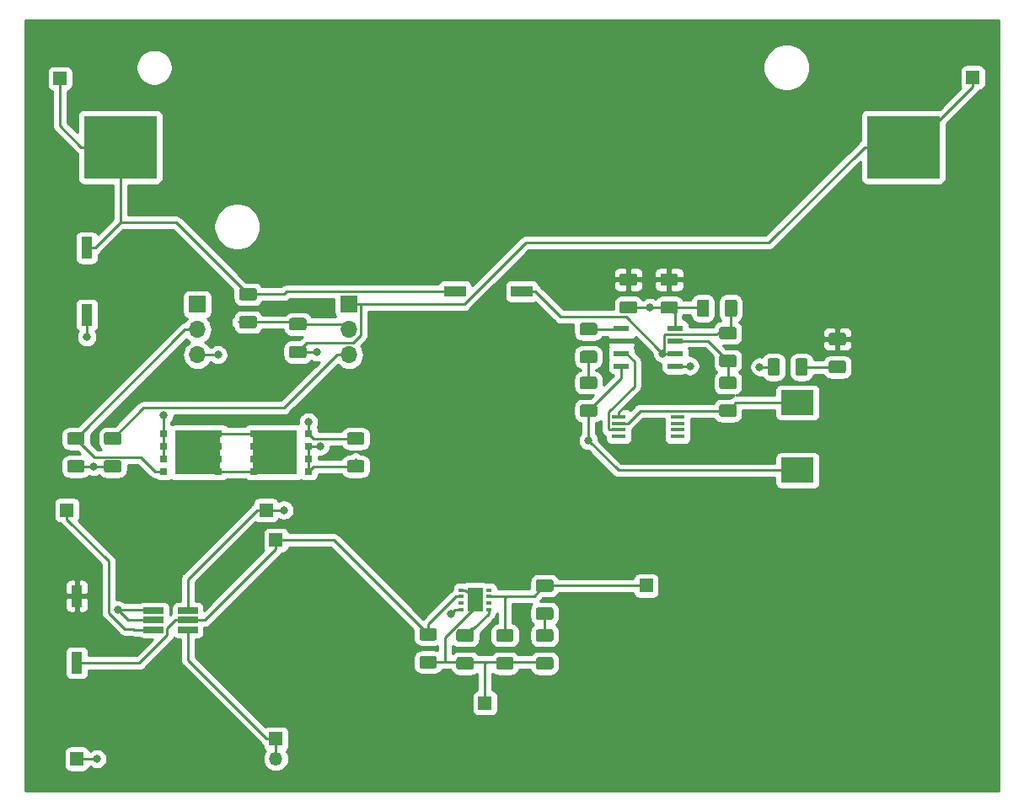
<source format=gbr>
G04 #@! TF.GenerationSoftware,KiCad,Pcbnew,(5.1.0)-1*
G04 #@! TF.CreationDate,2019-06-24T09:32:06-03:00*
G04 #@! TF.ProjectId,Main,4d61696e-2e6b-4696-9361-645f70636258,rev?*
G04 #@! TF.SameCoordinates,Original*
G04 #@! TF.FileFunction,Copper,L1,Top*
G04 #@! TF.FilePolarity,Positive*
%FSLAX46Y46*%
G04 Gerber Fmt 4.6, Leading zero omitted, Abs format (unit mm)*
G04 Created by KiCad (PCBNEW (5.1.0)-1) date 2019-06-24 09:32:06*
%MOMM*%
%LPD*%
G04 APERTURE LIST*
%ADD10R,1.700000X1.700000*%
%ADD11O,1.700000X1.700000*%
%ADD12R,7.340000X6.350000*%
%ADD13C,0.100000*%
%ADD14C,1.250000*%
%ADD15R,3.300000X2.500000*%
%ADD16R,1.350000X1.350000*%
%ADD17O,1.350000X1.350000*%
%ADD18R,4.290000X4.500000*%
%ADD19R,0.800000X0.700000*%
%ADD20R,1.450000X0.450000*%
%ADD21R,2.160000X1.120000*%
%ADD22R,1.120000X2.160000*%
%ADD23R,1.550000X0.600000*%
%ADD24R,0.500000X0.350000*%
%ADD25R,1.650000X2.400000*%
%ADD26R,2.000000X0.650000*%
%ADD27C,0.800000*%
%ADD28C,0.250000*%
%ADD29C,0.254000*%
G04 APERTURE END LIST*
D10*
X83940000Y-92700000D03*
D11*
X83940000Y-95240000D03*
X83940000Y-97780000D03*
D12*
X60970000Y-76900000D03*
X139630000Y-76900000D03*
D13*
G36*
X108649504Y-94576204D02*
G01*
X108673773Y-94579804D01*
X108697571Y-94585765D01*
X108720671Y-94594030D01*
X108742849Y-94604520D01*
X108763893Y-94617133D01*
X108783598Y-94631747D01*
X108801777Y-94648223D01*
X108818253Y-94666402D01*
X108832867Y-94686107D01*
X108845480Y-94707151D01*
X108855970Y-94729329D01*
X108864235Y-94752429D01*
X108870196Y-94776227D01*
X108873796Y-94800496D01*
X108875000Y-94825000D01*
X108875000Y-95575000D01*
X108873796Y-95599504D01*
X108870196Y-95623773D01*
X108864235Y-95647571D01*
X108855970Y-95670671D01*
X108845480Y-95692849D01*
X108832867Y-95713893D01*
X108818253Y-95733598D01*
X108801777Y-95751777D01*
X108783598Y-95768253D01*
X108763893Y-95782867D01*
X108742849Y-95795480D01*
X108720671Y-95805970D01*
X108697571Y-95814235D01*
X108673773Y-95820196D01*
X108649504Y-95823796D01*
X108625000Y-95825000D01*
X107375000Y-95825000D01*
X107350496Y-95823796D01*
X107326227Y-95820196D01*
X107302429Y-95814235D01*
X107279329Y-95805970D01*
X107257151Y-95795480D01*
X107236107Y-95782867D01*
X107216402Y-95768253D01*
X107198223Y-95751777D01*
X107181747Y-95733598D01*
X107167133Y-95713893D01*
X107154520Y-95692849D01*
X107144030Y-95670671D01*
X107135765Y-95647571D01*
X107129804Y-95623773D01*
X107126204Y-95599504D01*
X107125000Y-95575000D01*
X107125000Y-94825000D01*
X107126204Y-94800496D01*
X107129804Y-94776227D01*
X107135765Y-94752429D01*
X107144030Y-94729329D01*
X107154520Y-94707151D01*
X107167133Y-94686107D01*
X107181747Y-94666402D01*
X107198223Y-94648223D01*
X107216402Y-94631747D01*
X107236107Y-94617133D01*
X107257151Y-94604520D01*
X107279329Y-94594030D01*
X107302429Y-94585765D01*
X107326227Y-94579804D01*
X107350496Y-94576204D01*
X107375000Y-94575000D01*
X108625000Y-94575000D01*
X108649504Y-94576204D01*
X108649504Y-94576204D01*
G37*
D14*
X108000000Y-95200000D03*
D13*
G36*
X108649504Y-97376204D02*
G01*
X108673773Y-97379804D01*
X108697571Y-97385765D01*
X108720671Y-97394030D01*
X108742849Y-97404520D01*
X108763893Y-97417133D01*
X108783598Y-97431747D01*
X108801777Y-97448223D01*
X108818253Y-97466402D01*
X108832867Y-97486107D01*
X108845480Y-97507151D01*
X108855970Y-97529329D01*
X108864235Y-97552429D01*
X108870196Y-97576227D01*
X108873796Y-97600496D01*
X108875000Y-97625000D01*
X108875000Y-98375000D01*
X108873796Y-98399504D01*
X108870196Y-98423773D01*
X108864235Y-98447571D01*
X108855970Y-98470671D01*
X108845480Y-98492849D01*
X108832867Y-98513893D01*
X108818253Y-98533598D01*
X108801777Y-98551777D01*
X108783598Y-98568253D01*
X108763893Y-98582867D01*
X108742849Y-98595480D01*
X108720671Y-98605970D01*
X108697571Y-98614235D01*
X108673773Y-98620196D01*
X108649504Y-98623796D01*
X108625000Y-98625000D01*
X107375000Y-98625000D01*
X107350496Y-98623796D01*
X107326227Y-98620196D01*
X107302429Y-98614235D01*
X107279329Y-98605970D01*
X107257151Y-98595480D01*
X107236107Y-98582867D01*
X107216402Y-98568253D01*
X107198223Y-98551777D01*
X107181747Y-98533598D01*
X107167133Y-98513893D01*
X107154520Y-98492849D01*
X107144030Y-98470671D01*
X107135765Y-98447571D01*
X107129804Y-98423773D01*
X107126204Y-98399504D01*
X107125000Y-98375000D01*
X107125000Y-97625000D01*
X107126204Y-97600496D01*
X107129804Y-97576227D01*
X107135765Y-97552429D01*
X107144030Y-97529329D01*
X107154520Y-97507151D01*
X107167133Y-97486107D01*
X107181747Y-97466402D01*
X107198223Y-97448223D01*
X107216402Y-97431747D01*
X107236107Y-97417133D01*
X107257151Y-97404520D01*
X107279329Y-97394030D01*
X107302429Y-97385765D01*
X107326227Y-97379804D01*
X107350496Y-97376204D01*
X107375000Y-97375000D01*
X108625000Y-97375000D01*
X108649504Y-97376204D01*
X108649504Y-97376204D01*
G37*
D14*
X108000000Y-98000000D03*
D13*
G36*
X119899504Y-92226204D02*
G01*
X119923773Y-92229804D01*
X119947571Y-92235765D01*
X119970671Y-92244030D01*
X119992849Y-92254520D01*
X120013893Y-92267133D01*
X120033598Y-92281747D01*
X120051777Y-92298223D01*
X120068253Y-92316402D01*
X120082867Y-92336107D01*
X120095480Y-92357151D01*
X120105970Y-92379329D01*
X120114235Y-92402429D01*
X120120196Y-92426227D01*
X120123796Y-92450496D01*
X120125000Y-92475000D01*
X120125000Y-93725000D01*
X120123796Y-93749504D01*
X120120196Y-93773773D01*
X120114235Y-93797571D01*
X120105970Y-93820671D01*
X120095480Y-93842849D01*
X120082867Y-93863893D01*
X120068253Y-93883598D01*
X120051777Y-93901777D01*
X120033598Y-93918253D01*
X120013893Y-93932867D01*
X119992849Y-93945480D01*
X119970671Y-93955970D01*
X119947571Y-93964235D01*
X119923773Y-93970196D01*
X119899504Y-93973796D01*
X119875000Y-93975000D01*
X119125000Y-93975000D01*
X119100496Y-93973796D01*
X119076227Y-93970196D01*
X119052429Y-93964235D01*
X119029329Y-93955970D01*
X119007151Y-93945480D01*
X118986107Y-93932867D01*
X118966402Y-93918253D01*
X118948223Y-93901777D01*
X118931747Y-93883598D01*
X118917133Y-93863893D01*
X118904520Y-93842849D01*
X118894030Y-93820671D01*
X118885765Y-93797571D01*
X118879804Y-93773773D01*
X118876204Y-93749504D01*
X118875000Y-93725000D01*
X118875000Y-92475000D01*
X118876204Y-92450496D01*
X118879804Y-92426227D01*
X118885765Y-92402429D01*
X118894030Y-92379329D01*
X118904520Y-92357151D01*
X118917133Y-92336107D01*
X118931747Y-92316402D01*
X118948223Y-92298223D01*
X118966402Y-92281747D01*
X118986107Y-92267133D01*
X119007151Y-92254520D01*
X119029329Y-92244030D01*
X119052429Y-92235765D01*
X119076227Y-92229804D01*
X119100496Y-92226204D01*
X119125000Y-92225000D01*
X119875000Y-92225000D01*
X119899504Y-92226204D01*
X119899504Y-92226204D01*
G37*
D14*
X119500000Y-93100000D03*
D13*
G36*
X122699504Y-92226204D02*
G01*
X122723773Y-92229804D01*
X122747571Y-92235765D01*
X122770671Y-92244030D01*
X122792849Y-92254520D01*
X122813893Y-92267133D01*
X122833598Y-92281747D01*
X122851777Y-92298223D01*
X122868253Y-92316402D01*
X122882867Y-92336107D01*
X122895480Y-92357151D01*
X122905970Y-92379329D01*
X122914235Y-92402429D01*
X122920196Y-92426227D01*
X122923796Y-92450496D01*
X122925000Y-92475000D01*
X122925000Y-93725000D01*
X122923796Y-93749504D01*
X122920196Y-93773773D01*
X122914235Y-93797571D01*
X122905970Y-93820671D01*
X122895480Y-93842849D01*
X122882867Y-93863893D01*
X122868253Y-93883598D01*
X122851777Y-93901777D01*
X122833598Y-93918253D01*
X122813893Y-93932867D01*
X122792849Y-93945480D01*
X122770671Y-93955970D01*
X122747571Y-93964235D01*
X122723773Y-93970196D01*
X122699504Y-93973796D01*
X122675000Y-93975000D01*
X121925000Y-93975000D01*
X121900496Y-93973796D01*
X121876227Y-93970196D01*
X121852429Y-93964235D01*
X121829329Y-93955970D01*
X121807151Y-93945480D01*
X121786107Y-93932867D01*
X121766402Y-93918253D01*
X121748223Y-93901777D01*
X121731747Y-93883598D01*
X121717133Y-93863893D01*
X121704520Y-93842849D01*
X121694030Y-93820671D01*
X121685765Y-93797571D01*
X121679804Y-93773773D01*
X121676204Y-93749504D01*
X121675000Y-93725000D01*
X121675000Y-92475000D01*
X121676204Y-92450496D01*
X121679804Y-92426227D01*
X121685765Y-92402429D01*
X121694030Y-92379329D01*
X121704520Y-92357151D01*
X121717133Y-92336107D01*
X121731747Y-92316402D01*
X121748223Y-92298223D01*
X121766402Y-92281747D01*
X121786107Y-92267133D01*
X121807151Y-92254520D01*
X121829329Y-92244030D01*
X121852429Y-92235765D01*
X121876227Y-92229804D01*
X121900496Y-92226204D01*
X121925000Y-92225000D01*
X122675000Y-92225000D01*
X122699504Y-92226204D01*
X122699504Y-92226204D01*
G37*
D14*
X122300000Y-93100000D03*
D13*
G36*
X79449504Y-94076204D02*
G01*
X79473773Y-94079804D01*
X79497571Y-94085765D01*
X79520671Y-94094030D01*
X79542849Y-94104520D01*
X79563893Y-94117133D01*
X79583598Y-94131747D01*
X79601777Y-94148223D01*
X79618253Y-94166402D01*
X79632867Y-94186107D01*
X79645480Y-94207151D01*
X79655970Y-94229329D01*
X79664235Y-94252429D01*
X79670196Y-94276227D01*
X79673796Y-94300496D01*
X79675000Y-94325000D01*
X79675000Y-95075000D01*
X79673796Y-95099504D01*
X79670196Y-95123773D01*
X79664235Y-95147571D01*
X79655970Y-95170671D01*
X79645480Y-95192849D01*
X79632867Y-95213893D01*
X79618253Y-95233598D01*
X79601777Y-95251777D01*
X79583598Y-95268253D01*
X79563893Y-95282867D01*
X79542849Y-95295480D01*
X79520671Y-95305970D01*
X79497571Y-95314235D01*
X79473773Y-95320196D01*
X79449504Y-95323796D01*
X79425000Y-95325000D01*
X78175000Y-95325000D01*
X78150496Y-95323796D01*
X78126227Y-95320196D01*
X78102429Y-95314235D01*
X78079329Y-95305970D01*
X78057151Y-95295480D01*
X78036107Y-95282867D01*
X78016402Y-95268253D01*
X77998223Y-95251777D01*
X77981747Y-95233598D01*
X77967133Y-95213893D01*
X77954520Y-95192849D01*
X77944030Y-95170671D01*
X77935765Y-95147571D01*
X77929804Y-95123773D01*
X77926204Y-95099504D01*
X77925000Y-95075000D01*
X77925000Y-94325000D01*
X77926204Y-94300496D01*
X77929804Y-94276227D01*
X77935765Y-94252429D01*
X77944030Y-94229329D01*
X77954520Y-94207151D01*
X77967133Y-94186107D01*
X77981747Y-94166402D01*
X77998223Y-94148223D01*
X78016402Y-94131747D01*
X78036107Y-94117133D01*
X78057151Y-94104520D01*
X78079329Y-94094030D01*
X78102429Y-94085765D01*
X78126227Y-94079804D01*
X78150496Y-94076204D01*
X78175000Y-94075000D01*
X79425000Y-94075000D01*
X79449504Y-94076204D01*
X79449504Y-94076204D01*
G37*
D14*
X78800000Y-94700000D03*
D13*
G36*
X79449504Y-96876204D02*
G01*
X79473773Y-96879804D01*
X79497571Y-96885765D01*
X79520671Y-96894030D01*
X79542849Y-96904520D01*
X79563893Y-96917133D01*
X79583598Y-96931747D01*
X79601777Y-96948223D01*
X79618253Y-96966402D01*
X79632867Y-96986107D01*
X79645480Y-97007151D01*
X79655970Y-97029329D01*
X79664235Y-97052429D01*
X79670196Y-97076227D01*
X79673796Y-97100496D01*
X79675000Y-97125000D01*
X79675000Y-97875000D01*
X79673796Y-97899504D01*
X79670196Y-97923773D01*
X79664235Y-97947571D01*
X79655970Y-97970671D01*
X79645480Y-97992849D01*
X79632867Y-98013893D01*
X79618253Y-98033598D01*
X79601777Y-98051777D01*
X79583598Y-98068253D01*
X79563893Y-98082867D01*
X79542849Y-98095480D01*
X79520671Y-98105970D01*
X79497571Y-98114235D01*
X79473773Y-98120196D01*
X79449504Y-98123796D01*
X79425000Y-98125000D01*
X78175000Y-98125000D01*
X78150496Y-98123796D01*
X78126227Y-98120196D01*
X78102429Y-98114235D01*
X78079329Y-98105970D01*
X78057151Y-98095480D01*
X78036107Y-98082867D01*
X78016402Y-98068253D01*
X77998223Y-98051777D01*
X77981747Y-98033598D01*
X77967133Y-98013893D01*
X77954520Y-97992849D01*
X77944030Y-97970671D01*
X77935765Y-97947571D01*
X77929804Y-97923773D01*
X77926204Y-97899504D01*
X77925000Y-97875000D01*
X77925000Y-97125000D01*
X77926204Y-97100496D01*
X77929804Y-97076227D01*
X77935765Y-97052429D01*
X77944030Y-97029329D01*
X77954520Y-97007151D01*
X77967133Y-96986107D01*
X77981747Y-96966402D01*
X77998223Y-96948223D01*
X78016402Y-96931747D01*
X78036107Y-96917133D01*
X78057151Y-96904520D01*
X78079329Y-96894030D01*
X78102429Y-96885765D01*
X78126227Y-96879804D01*
X78150496Y-96876204D01*
X78175000Y-96875000D01*
X79425000Y-96875000D01*
X79449504Y-96876204D01*
X79449504Y-96876204D01*
G37*
D14*
X78800000Y-97500000D03*
D13*
G36*
X116754505Y-92399205D02*
G01*
X116778774Y-92402805D01*
X116802572Y-92408766D01*
X116825672Y-92417031D01*
X116847850Y-92427521D01*
X116868894Y-92440134D01*
X116888599Y-92454748D01*
X116906778Y-92471224D01*
X116923254Y-92489403D01*
X116937868Y-92509108D01*
X116950481Y-92530152D01*
X116960971Y-92552330D01*
X116969236Y-92575430D01*
X116975197Y-92599228D01*
X116978797Y-92623497D01*
X116980001Y-92648001D01*
X116980001Y-93398001D01*
X116978797Y-93422505D01*
X116975197Y-93446774D01*
X116969236Y-93470572D01*
X116960971Y-93493672D01*
X116950481Y-93515850D01*
X116937868Y-93536894D01*
X116923254Y-93556599D01*
X116906778Y-93574778D01*
X116888599Y-93591254D01*
X116868894Y-93605868D01*
X116847850Y-93618481D01*
X116825672Y-93628971D01*
X116802572Y-93637236D01*
X116778774Y-93643197D01*
X116754505Y-93646797D01*
X116730001Y-93648001D01*
X115480001Y-93648001D01*
X115455497Y-93646797D01*
X115431228Y-93643197D01*
X115407430Y-93637236D01*
X115384330Y-93628971D01*
X115362152Y-93618481D01*
X115341108Y-93605868D01*
X115321403Y-93591254D01*
X115303224Y-93574778D01*
X115286748Y-93556599D01*
X115272134Y-93536894D01*
X115259521Y-93515850D01*
X115249031Y-93493672D01*
X115240766Y-93470572D01*
X115234805Y-93446774D01*
X115231205Y-93422505D01*
X115230001Y-93398001D01*
X115230001Y-92648001D01*
X115231205Y-92623497D01*
X115234805Y-92599228D01*
X115240766Y-92575430D01*
X115249031Y-92552330D01*
X115259521Y-92530152D01*
X115272134Y-92509108D01*
X115286748Y-92489403D01*
X115303224Y-92471224D01*
X115321403Y-92454748D01*
X115341108Y-92440134D01*
X115362152Y-92427521D01*
X115384330Y-92417031D01*
X115407430Y-92408766D01*
X115431228Y-92402805D01*
X115455497Y-92399205D01*
X115480001Y-92398001D01*
X116730001Y-92398001D01*
X116754505Y-92399205D01*
X116754505Y-92399205D01*
G37*
D14*
X116105001Y-93023001D03*
D13*
G36*
X116754505Y-89599205D02*
G01*
X116778774Y-89602805D01*
X116802572Y-89608766D01*
X116825672Y-89617031D01*
X116847850Y-89627521D01*
X116868894Y-89640134D01*
X116888599Y-89654748D01*
X116906778Y-89671224D01*
X116923254Y-89689403D01*
X116937868Y-89709108D01*
X116950481Y-89730152D01*
X116960971Y-89752330D01*
X116969236Y-89775430D01*
X116975197Y-89799228D01*
X116978797Y-89823497D01*
X116980001Y-89848001D01*
X116980001Y-90598001D01*
X116978797Y-90622505D01*
X116975197Y-90646774D01*
X116969236Y-90670572D01*
X116960971Y-90693672D01*
X116950481Y-90715850D01*
X116937868Y-90736894D01*
X116923254Y-90756599D01*
X116906778Y-90774778D01*
X116888599Y-90791254D01*
X116868894Y-90805868D01*
X116847850Y-90818481D01*
X116825672Y-90828971D01*
X116802572Y-90837236D01*
X116778774Y-90843197D01*
X116754505Y-90846797D01*
X116730001Y-90848001D01*
X115480001Y-90848001D01*
X115455497Y-90846797D01*
X115431228Y-90843197D01*
X115407430Y-90837236D01*
X115384330Y-90828971D01*
X115362152Y-90818481D01*
X115341108Y-90805868D01*
X115321403Y-90791254D01*
X115303224Y-90774778D01*
X115286748Y-90756599D01*
X115272134Y-90736894D01*
X115259521Y-90715850D01*
X115249031Y-90693672D01*
X115240766Y-90670572D01*
X115234805Y-90646774D01*
X115231205Y-90622505D01*
X115230001Y-90598001D01*
X115230001Y-89848001D01*
X115231205Y-89823497D01*
X115234805Y-89799228D01*
X115240766Y-89775430D01*
X115249031Y-89752330D01*
X115259521Y-89730152D01*
X115272134Y-89709108D01*
X115286748Y-89689403D01*
X115303224Y-89671224D01*
X115321403Y-89654748D01*
X115341108Y-89640134D01*
X115362152Y-89627521D01*
X115384330Y-89617031D01*
X115407430Y-89608766D01*
X115431228Y-89602805D01*
X115455497Y-89599205D01*
X115480001Y-89598001D01*
X116730001Y-89598001D01*
X116754505Y-89599205D01*
X116754505Y-89599205D01*
G37*
D14*
X116105001Y-90223001D03*
D13*
G36*
X112649504Y-89599205D02*
G01*
X112673773Y-89602805D01*
X112697571Y-89608766D01*
X112720671Y-89617031D01*
X112742849Y-89627521D01*
X112763893Y-89640134D01*
X112783598Y-89654748D01*
X112801777Y-89671224D01*
X112818253Y-89689403D01*
X112832867Y-89709108D01*
X112845480Y-89730152D01*
X112855970Y-89752330D01*
X112864235Y-89775430D01*
X112870196Y-89799228D01*
X112873796Y-89823497D01*
X112875000Y-89848001D01*
X112875000Y-90598001D01*
X112873796Y-90622505D01*
X112870196Y-90646774D01*
X112864235Y-90670572D01*
X112855970Y-90693672D01*
X112845480Y-90715850D01*
X112832867Y-90736894D01*
X112818253Y-90756599D01*
X112801777Y-90774778D01*
X112783598Y-90791254D01*
X112763893Y-90805868D01*
X112742849Y-90818481D01*
X112720671Y-90828971D01*
X112697571Y-90837236D01*
X112673773Y-90843197D01*
X112649504Y-90846797D01*
X112625000Y-90848001D01*
X111375000Y-90848001D01*
X111350496Y-90846797D01*
X111326227Y-90843197D01*
X111302429Y-90837236D01*
X111279329Y-90828971D01*
X111257151Y-90818481D01*
X111236107Y-90805868D01*
X111216402Y-90791254D01*
X111198223Y-90774778D01*
X111181747Y-90756599D01*
X111167133Y-90736894D01*
X111154520Y-90715850D01*
X111144030Y-90693672D01*
X111135765Y-90670572D01*
X111129804Y-90646774D01*
X111126204Y-90622505D01*
X111125000Y-90598001D01*
X111125000Y-89848001D01*
X111126204Y-89823497D01*
X111129804Y-89799228D01*
X111135765Y-89775430D01*
X111144030Y-89752330D01*
X111154520Y-89730152D01*
X111167133Y-89709108D01*
X111181747Y-89689403D01*
X111198223Y-89671224D01*
X111216402Y-89654748D01*
X111236107Y-89640134D01*
X111257151Y-89627521D01*
X111279329Y-89617031D01*
X111302429Y-89608766D01*
X111326227Y-89602805D01*
X111350496Y-89599205D01*
X111375000Y-89598001D01*
X112625000Y-89598001D01*
X112649504Y-89599205D01*
X112649504Y-89599205D01*
G37*
D14*
X112000000Y-90223001D03*
D13*
G36*
X112649504Y-92399205D02*
G01*
X112673773Y-92402805D01*
X112697571Y-92408766D01*
X112720671Y-92417031D01*
X112742849Y-92427521D01*
X112763893Y-92440134D01*
X112783598Y-92454748D01*
X112801777Y-92471224D01*
X112818253Y-92489403D01*
X112832867Y-92509108D01*
X112845480Y-92530152D01*
X112855970Y-92552330D01*
X112864235Y-92575430D01*
X112870196Y-92599228D01*
X112873796Y-92623497D01*
X112875000Y-92648001D01*
X112875000Y-93398001D01*
X112873796Y-93422505D01*
X112870196Y-93446774D01*
X112864235Y-93470572D01*
X112855970Y-93493672D01*
X112845480Y-93515850D01*
X112832867Y-93536894D01*
X112818253Y-93556599D01*
X112801777Y-93574778D01*
X112783598Y-93591254D01*
X112763893Y-93605868D01*
X112742849Y-93618481D01*
X112720671Y-93628971D01*
X112697571Y-93637236D01*
X112673773Y-93643197D01*
X112649504Y-93646797D01*
X112625000Y-93648001D01*
X111375000Y-93648001D01*
X111350496Y-93646797D01*
X111326227Y-93643197D01*
X111302429Y-93637236D01*
X111279329Y-93628971D01*
X111257151Y-93618481D01*
X111236107Y-93605868D01*
X111216402Y-93591254D01*
X111198223Y-93574778D01*
X111181747Y-93556599D01*
X111167133Y-93536894D01*
X111154520Y-93515850D01*
X111144030Y-93493672D01*
X111135765Y-93470572D01*
X111129804Y-93446774D01*
X111126204Y-93422505D01*
X111125000Y-93398001D01*
X111125000Y-92648001D01*
X111126204Y-92623497D01*
X111129804Y-92599228D01*
X111135765Y-92575430D01*
X111144030Y-92552330D01*
X111154520Y-92530152D01*
X111167133Y-92509108D01*
X111181747Y-92489403D01*
X111198223Y-92471224D01*
X111216402Y-92454748D01*
X111236107Y-92440134D01*
X111257151Y-92427521D01*
X111279329Y-92417031D01*
X111302429Y-92408766D01*
X111326227Y-92402805D01*
X111350496Y-92399205D01*
X111375000Y-92398001D01*
X112625000Y-92398001D01*
X112649504Y-92399205D01*
X112649504Y-92399205D01*
G37*
D14*
X112000000Y-93023001D03*
D13*
G36*
X92536503Y-125261205D02*
G01*
X92560772Y-125264805D01*
X92584570Y-125270766D01*
X92607670Y-125279031D01*
X92629848Y-125289521D01*
X92650892Y-125302134D01*
X92670597Y-125316748D01*
X92688776Y-125333224D01*
X92705252Y-125351403D01*
X92719866Y-125371108D01*
X92732479Y-125392152D01*
X92742969Y-125414330D01*
X92751234Y-125437430D01*
X92757195Y-125461228D01*
X92760795Y-125485497D01*
X92761999Y-125510001D01*
X92761999Y-126260001D01*
X92760795Y-126284505D01*
X92757195Y-126308774D01*
X92751234Y-126332572D01*
X92742969Y-126355672D01*
X92732479Y-126377850D01*
X92719866Y-126398894D01*
X92705252Y-126418599D01*
X92688776Y-126436778D01*
X92670597Y-126453254D01*
X92650892Y-126467868D01*
X92629848Y-126480481D01*
X92607670Y-126490971D01*
X92584570Y-126499236D01*
X92560772Y-126505197D01*
X92536503Y-126508797D01*
X92511999Y-126510001D01*
X91261999Y-126510001D01*
X91237495Y-126508797D01*
X91213226Y-126505197D01*
X91189428Y-126499236D01*
X91166328Y-126490971D01*
X91144150Y-126480481D01*
X91123106Y-126467868D01*
X91103401Y-126453254D01*
X91085222Y-126436778D01*
X91068746Y-126418599D01*
X91054132Y-126398894D01*
X91041519Y-126377850D01*
X91031029Y-126355672D01*
X91022764Y-126332572D01*
X91016803Y-126308774D01*
X91013203Y-126284505D01*
X91011999Y-126260001D01*
X91011999Y-125510001D01*
X91013203Y-125485497D01*
X91016803Y-125461228D01*
X91022764Y-125437430D01*
X91031029Y-125414330D01*
X91041519Y-125392152D01*
X91054132Y-125371108D01*
X91068746Y-125351403D01*
X91085222Y-125333224D01*
X91103401Y-125316748D01*
X91123106Y-125302134D01*
X91144150Y-125289521D01*
X91166328Y-125279031D01*
X91189428Y-125270766D01*
X91213226Y-125264805D01*
X91237495Y-125261205D01*
X91261999Y-125260001D01*
X92511999Y-125260001D01*
X92536503Y-125261205D01*
X92536503Y-125261205D01*
G37*
D14*
X91886999Y-125885001D03*
D13*
G36*
X92536503Y-128061205D02*
G01*
X92560772Y-128064805D01*
X92584570Y-128070766D01*
X92607670Y-128079031D01*
X92629848Y-128089521D01*
X92650892Y-128102134D01*
X92670597Y-128116748D01*
X92688776Y-128133224D01*
X92705252Y-128151403D01*
X92719866Y-128171108D01*
X92732479Y-128192152D01*
X92742969Y-128214330D01*
X92751234Y-128237430D01*
X92757195Y-128261228D01*
X92760795Y-128285497D01*
X92761999Y-128310001D01*
X92761999Y-129060001D01*
X92760795Y-129084505D01*
X92757195Y-129108774D01*
X92751234Y-129132572D01*
X92742969Y-129155672D01*
X92732479Y-129177850D01*
X92719866Y-129198894D01*
X92705252Y-129218599D01*
X92688776Y-129236778D01*
X92670597Y-129253254D01*
X92650892Y-129267868D01*
X92629848Y-129280481D01*
X92607670Y-129290971D01*
X92584570Y-129299236D01*
X92560772Y-129305197D01*
X92536503Y-129308797D01*
X92511999Y-129310001D01*
X91261999Y-129310001D01*
X91237495Y-129308797D01*
X91213226Y-129305197D01*
X91189428Y-129299236D01*
X91166328Y-129290971D01*
X91144150Y-129280481D01*
X91123106Y-129267868D01*
X91103401Y-129253254D01*
X91085222Y-129236778D01*
X91068746Y-129218599D01*
X91054132Y-129198894D01*
X91041519Y-129177850D01*
X91031029Y-129155672D01*
X91022764Y-129132572D01*
X91016803Y-129108774D01*
X91013203Y-129084505D01*
X91011999Y-129060001D01*
X91011999Y-128310001D01*
X91013203Y-128285497D01*
X91016803Y-128261228D01*
X91022764Y-128237430D01*
X91031029Y-128214330D01*
X91041519Y-128192152D01*
X91054132Y-128171108D01*
X91068746Y-128151403D01*
X91085222Y-128133224D01*
X91103401Y-128116748D01*
X91123106Y-128102134D01*
X91144150Y-128089521D01*
X91166328Y-128079031D01*
X91189428Y-128070766D01*
X91213226Y-128064805D01*
X91237495Y-128061205D01*
X91261999Y-128060001D01*
X92511999Y-128060001D01*
X92536503Y-128061205D01*
X92536503Y-128061205D01*
G37*
D14*
X91886999Y-128685001D03*
D13*
G36*
X100249504Y-128176204D02*
G01*
X100273773Y-128179804D01*
X100297571Y-128185765D01*
X100320671Y-128194030D01*
X100342849Y-128204520D01*
X100363893Y-128217133D01*
X100383598Y-128231747D01*
X100401777Y-128248223D01*
X100418253Y-128266402D01*
X100432867Y-128286107D01*
X100445480Y-128307151D01*
X100455970Y-128329329D01*
X100464235Y-128352429D01*
X100470196Y-128376227D01*
X100473796Y-128400496D01*
X100475000Y-128425000D01*
X100475000Y-129175000D01*
X100473796Y-129199504D01*
X100470196Y-129223773D01*
X100464235Y-129247571D01*
X100455970Y-129270671D01*
X100445480Y-129292849D01*
X100432867Y-129313893D01*
X100418253Y-129333598D01*
X100401777Y-129351777D01*
X100383598Y-129368253D01*
X100363893Y-129382867D01*
X100342849Y-129395480D01*
X100320671Y-129405970D01*
X100297571Y-129414235D01*
X100273773Y-129420196D01*
X100249504Y-129423796D01*
X100225000Y-129425000D01*
X98975000Y-129425000D01*
X98950496Y-129423796D01*
X98926227Y-129420196D01*
X98902429Y-129414235D01*
X98879329Y-129405970D01*
X98857151Y-129395480D01*
X98836107Y-129382867D01*
X98816402Y-129368253D01*
X98798223Y-129351777D01*
X98781747Y-129333598D01*
X98767133Y-129313893D01*
X98754520Y-129292849D01*
X98744030Y-129270671D01*
X98735765Y-129247571D01*
X98729804Y-129223773D01*
X98726204Y-129199504D01*
X98725000Y-129175000D01*
X98725000Y-128425000D01*
X98726204Y-128400496D01*
X98729804Y-128376227D01*
X98735765Y-128352429D01*
X98744030Y-128329329D01*
X98754520Y-128307151D01*
X98767133Y-128286107D01*
X98781747Y-128266402D01*
X98798223Y-128248223D01*
X98816402Y-128231747D01*
X98836107Y-128217133D01*
X98857151Y-128204520D01*
X98879329Y-128194030D01*
X98902429Y-128185765D01*
X98926227Y-128179804D01*
X98950496Y-128176204D01*
X98975000Y-128175000D01*
X100225000Y-128175000D01*
X100249504Y-128176204D01*
X100249504Y-128176204D01*
G37*
D14*
X99600000Y-128800000D03*
D13*
G36*
X100249504Y-125376204D02*
G01*
X100273773Y-125379804D01*
X100297571Y-125385765D01*
X100320671Y-125394030D01*
X100342849Y-125404520D01*
X100363893Y-125417133D01*
X100383598Y-125431747D01*
X100401777Y-125448223D01*
X100418253Y-125466402D01*
X100432867Y-125486107D01*
X100445480Y-125507151D01*
X100455970Y-125529329D01*
X100464235Y-125552429D01*
X100470196Y-125576227D01*
X100473796Y-125600496D01*
X100475000Y-125625000D01*
X100475000Y-126375000D01*
X100473796Y-126399504D01*
X100470196Y-126423773D01*
X100464235Y-126447571D01*
X100455970Y-126470671D01*
X100445480Y-126492849D01*
X100432867Y-126513893D01*
X100418253Y-126533598D01*
X100401777Y-126551777D01*
X100383598Y-126568253D01*
X100363893Y-126582867D01*
X100342849Y-126595480D01*
X100320671Y-126605970D01*
X100297571Y-126614235D01*
X100273773Y-126620196D01*
X100249504Y-126623796D01*
X100225000Y-126625000D01*
X98975000Y-126625000D01*
X98950496Y-126623796D01*
X98926227Y-126620196D01*
X98902429Y-126614235D01*
X98879329Y-126605970D01*
X98857151Y-126595480D01*
X98836107Y-126582867D01*
X98816402Y-126568253D01*
X98798223Y-126551777D01*
X98781747Y-126533598D01*
X98767133Y-126513893D01*
X98754520Y-126492849D01*
X98744030Y-126470671D01*
X98735765Y-126447571D01*
X98729804Y-126423773D01*
X98726204Y-126399504D01*
X98725000Y-126375000D01*
X98725000Y-125625000D01*
X98726204Y-125600496D01*
X98729804Y-125576227D01*
X98735765Y-125552429D01*
X98744030Y-125529329D01*
X98754520Y-125507151D01*
X98767133Y-125486107D01*
X98781747Y-125466402D01*
X98798223Y-125448223D01*
X98816402Y-125431747D01*
X98836107Y-125417133D01*
X98857151Y-125404520D01*
X98879329Y-125394030D01*
X98902429Y-125385765D01*
X98926227Y-125379804D01*
X98950496Y-125376204D01*
X98975000Y-125375000D01*
X100225000Y-125375000D01*
X100249504Y-125376204D01*
X100249504Y-125376204D01*
G37*
D14*
X99600000Y-126000000D03*
D13*
G36*
X129799504Y-98126204D02*
G01*
X129823773Y-98129804D01*
X129847571Y-98135765D01*
X129870671Y-98144030D01*
X129892849Y-98154520D01*
X129913893Y-98167133D01*
X129933598Y-98181747D01*
X129951777Y-98198223D01*
X129968253Y-98216402D01*
X129982867Y-98236107D01*
X129995480Y-98257151D01*
X130005970Y-98279329D01*
X130014235Y-98302429D01*
X130020196Y-98326227D01*
X130023796Y-98350496D01*
X130025000Y-98375000D01*
X130025000Y-99625000D01*
X130023796Y-99649504D01*
X130020196Y-99673773D01*
X130014235Y-99697571D01*
X130005970Y-99720671D01*
X129995480Y-99742849D01*
X129982867Y-99763893D01*
X129968253Y-99783598D01*
X129951777Y-99801777D01*
X129933598Y-99818253D01*
X129913893Y-99832867D01*
X129892849Y-99845480D01*
X129870671Y-99855970D01*
X129847571Y-99864235D01*
X129823773Y-99870196D01*
X129799504Y-99873796D01*
X129775000Y-99875000D01*
X129025000Y-99875000D01*
X129000496Y-99873796D01*
X128976227Y-99870196D01*
X128952429Y-99864235D01*
X128929329Y-99855970D01*
X128907151Y-99845480D01*
X128886107Y-99832867D01*
X128866402Y-99818253D01*
X128848223Y-99801777D01*
X128831747Y-99783598D01*
X128817133Y-99763893D01*
X128804520Y-99742849D01*
X128794030Y-99720671D01*
X128785765Y-99697571D01*
X128779804Y-99673773D01*
X128776204Y-99649504D01*
X128775000Y-99625000D01*
X128775000Y-98375000D01*
X128776204Y-98350496D01*
X128779804Y-98326227D01*
X128785765Y-98302429D01*
X128794030Y-98279329D01*
X128804520Y-98257151D01*
X128817133Y-98236107D01*
X128831747Y-98216402D01*
X128848223Y-98198223D01*
X128866402Y-98181747D01*
X128886107Y-98167133D01*
X128907151Y-98154520D01*
X128929329Y-98144030D01*
X128952429Y-98135765D01*
X128976227Y-98129804D01*
X129000496Y-98126204D01*
X129025000Y-98125000D01*
X129775000Y-98125000D01*
X129799504Y-98126204D01*
X129799504Y-98126204D01*
G37*
D14*
X129400000Y-99000000D03*
D13*
G36*
X126999504Y-98126204D02*
G01*
X127023773Y-98129804D01*
X127047571Y-98135765D01*
X127070671Y-98144030D01*
X127092849Y-98154520D01*
X127113893Y-98167133D01*
X127133598Y-98181747D01*
X127151777Y-98198223D01*
X127168253Y-98216402D01*
X127182867Y-98236107D01*
X127195480Y-98257151D01*
X127205970Y-98279329D01*
X127214235Y-98302429D01*
X127220196Y-98326227D01*
X127223796Y-98350496D01*
X127225000Y-98375000D01*
X127225000Y-99625000D01*
X127223796Y-99649504D01*
X127220196Y-99673773D01*
X127214235Y-99697571D01*
X127205970Y-99720671D01*
X127195480Y-99742849D01*
X127182867Y-99763893D01*
X127168253Y-99783598D01*
X127151777Y-99801777D01*
X127133598Y-99818253D01*
X127113893Y-99832867D01*
X127092849Y-99845480D01*
X127070671Y-99855970D01*
X127047571Y-99864235D01*
X127023773Y-99870196D01*
X126999504Y-99873796D01*
X126975000Y-99875000D01*
X126225000Y-99875000D01*
X126200496Y-99873796D01*
X126176227Y-99870196D01*
X126152429Y-99864235D01*
X126129329Y-99855970D01*
X126107151Y-99845480D01*
X126086107Y-99832867D01*
X126066402Y-99818253D01*
X126048223Y-99801777D01*
X126031747Y-99783598D01*
X126017133Y-99763893D01*
X126004520Y-99742849D01*
X125994030Y-99720671D01*
X125985765Y-99697571D01*
X125979804Y-99673773D01*
X125976204Y-99649504D01*
X125975000Y-99625000D01*
X125975000Y-98375000D01*
X125976204Y-98350496D01*
X125979804Y-98326227D01*
X125985765Y-98302429D01*
X125994030Y-98279329D01*
X126004520Y-98257151D01*
X126017133Y-98236107D01*
X126031747Y-98216402D01*
X126048223Y-98198223D01*
X126066402Y-98181747D01*
X126086107Y-98167133D01*
X126107151Y-98154520D01*
X126129329Y-98144030D01*
X126152429Y-98135765D01*
X126176227Y-98129804D01*
X126200496Y-98126204D01*
X126225000Y-98125000D01*
X126975000Y-98125000D01*
X126999504Y-98126204D01*
X126999504Y-98126204D01*
G37*
D14*
X126600000Y-99000000D03*
D15*
X129000000Y-102600000D03*
X129000000Y-109400000D03*
D13*
G36*
X104249504Y-128176204D02*
G01*
X104273773Y-128179804D01*
X104297571Y-128185765D01*
X104320671Y-128194030D01*
X104342849Y-128204520D01*
X104363893Y-128217133D01*
X104383598Y-128231747D01*
X104401777Y-128248223D01*
X104418253Y-128266402D01*
X104432867Y-128286107D01*
X104445480Y-128307151D01*
X104455970Y-128329329D01*
X104464235Y-128352429D01*
X104470196Y-128376227D01*
X104473796Y-128400496D01*
X104475000Y-128425000D01*
X104475000Y-129175000D01*
X104473796Y-129199504D01*
X104470196Y-129223773D01*
X104464235Y-129247571D01*
X104455970Y-129270671D01*
X104445480Y-129292849D01*
X104432867Y-129313893D01*
X104418253Y-129333598D01*
X104401777Y-129351777D01*
X104383598Y-129368253D01*
X104363893Y-129382867D01*
X104342849Y-129395480D01*
X104320671Y-129405970D01*
X104297571Y-129414235D01*
X104273773Y-129420196D01*
X104249504Y-129423796D01*
X104225000Y-129425000D01*
X102975000Y-129425000D01*
X102950496Y-129423796D01*
X102926227Y-129420196D01*
X102902429Y-129414235D01*
X102879329Y-129405970D01*
X102857151Y-129395480D01*
X102836107Y-129382867D01*
X102816402Y-129368253D01*
X102798223Y-129351777D01*
X102781747Y-129333598D01*
X102767133Y-129313893D01*
X102754520Y-129292849D01*
X102744030Y-129270671D01*
X102735765Y-129247571D01*
X102729804Y-129223773D01*
X102726204Y-129199504D01*
X102725000Y-129175000D01*
X102725000Y-128425000D01*
X102726204Y-128400496D01*
X102729804Y-128376227D01*
X102735765Y-128352429D01*
X102744030Y-128329329D01*
X102754520Y-128307151D01*
X102767133Y-128286107D01*
X102781747Y-128266402D01*
X102798223Y-128248223D01*
X102816402Y-128231747D01*
X102836107Y-128217133D01*
X102857151Y-128204520D01*
X102879329Y-128194030D01*
X102902429Y-128185765D01*
X102926227Y-128179804D01*
X102950496Y-128176204D01*
X102975000Y-128175000D01*
X104225000Y-128175000D01*
X104249504Y-128176204D01*
X104249504Y-128176204D01*
G37*
D14*
X103600000Y-128800000D03*
D13*
G36*
X104249504Y-125376204D02*
G01*
X104273773Y-125379804D01*
X104297571Y-125385765D01*
X104320671Y-125394030D01*
X104342849Y-125404520D01*
X104363893Y-125417133D01*
X104383598Y-125431747D01*
X104401777Y-125448223D01*
X104418253Y-125466402D01*
X104432867Y-125486107D01*
X104445480Y-125507151D01*
X104455970Y-125529329D01*
X104464235Y-125552429D01*
X104470196Y-125576227D01*
X104473796Y-125600496D01*
X104475000Y-125625000D01*
X104475000Y-126375000D01*
X104473796Y-126399504D01*
X104470196Y-126423773D01*
X104464235Y-126447571D01*
X104455970Y-126470671D01*
X104445480Y-126492849D01*
X104432867Y-126513893D01*
X104418253Y-126533598D01*
X104401777Y-126551777D01*
X104383598Y-126568253D01*
X104363893Y-126582867D01*
X104342849Y-126595480D01*
X104320671Y-126605970D01*
X104297571Y-126614235D01*
X104273773Y-126620196D01*
X104249504Y-126623796D01*
X104225000Y-126625000D01*
X102975000Y-126625000D01*
X102950496Y-126623796D01*
X102926227Y-126620196D01*
X102902429Y-126614235D01*
X102879329Y-126605970D01*
X102857151Y-126595480D01*
X102836107Y-126582867D01*
X102816402Y-126568253D01*
X102798223Y-126551777D01*
X102781747Y-126533598D01*
X102767133Y-126513893D01*
X102754520Y-126492849D01*
X102744030Y-126470671D01*
X102735765Y-126447571D01*
X102729804Y-126423773D01*
X102726204Y-126399504D01*
X102725000Y-126375000D01*
X102725000Y-125625000D01*
X102726204Y-125600496D01*
X102729804Y-125576227D01*
X102735765Y-125552429D01*
X102744030Y-125529329D01*
X102754520Y-125507151D01*
X102767133Y-125486107D01*
X102781747Y-125466402D01*
X102798223Y-125448223D01*
X102816402Y-125431747D01*
X102836107Y-125417133D01*
X102857151Y-125404520D01*
X102879329Y-125394030D01*
X102902429Y-125385765D01*
X102926227Y-125379804D01*
X102950496Y-125376204D01*
X102975000Y-125375000D01*
X104225000Y-125375000D01*
X104249504Y-125376204D01*
X104249504Y-125376204D01*
G37*
D14*
X103600000Y-126000000D03*
D16*
X55600000Y-113400000D03*
X75600000Y-113400000D03*
X76600000Y-116400000D03*
X76600000Y-136400000D03*
D17*
X76600000Y-138400000D03*
D16*
X56600000Y-138400000D03*
D13*
G36*
X122649504Y-102776204D02*
G01*
X122673773Y-102779804D01*
X122697571Y-102785765D01*
X122720671Y-102794030D01*
X122742849Y-102804520D01*
X122763893Y-102817133D01*
X122783598Y-102831747D01*
X122801777Y-102848223D01*
X122818253Y-102866402D01*
X122832867Y-102886107D01*
X122845480Y-102907151D01*
X122855970Y-102929329D01*
X122864235Y-102952429D01*
X122870196Y-102976227D01*
X122873796Y-103000496D01*
X122875000Y-103025000D01*
X122875000Y-103775000D01*
X122873796Y-103799504D01*
X122870196Y-103823773D01*
X122864235Y-103847571D01*
X122855970Y-103870671D01*
X122845480Y-103892849D01*
X122832867Y-103913893D01*
X122818253Y-103933598D01*
X122801777Y-103951777D01*
X122783598Y-103968253D01*
X122763893Y-103982867D01*
X122742849Y-103995480D01*
X122720671Y-104005970D01*
X122697571Y-104014235D01*
X122673773Y-104020196D01*
X122649504Y-104023796D01*
X122625000Y-104025000D01*
X121375000Y-104025000D01*
X121350496Y-104023796D01*
X121326227Y-104020196D01*
X121302429Y-104014235D01*
X121279329Y-104005970D01*
X121257151Y-103995480D01*
X121236107Y-103982867D01*
X121216402Y-103968253D01*
X121198223Y-103951777D01*
X121181747Y-103933598D01*
X121167133Y-103913893D01*
X121154520Y-103892849D01*
X121144030Y-103870671D01*
X121135765Y-103847571D01*
X121129804Y-103823773D01*
X121126204Y-103799504D01*
X121125000Y-103775000D01*
X121125000Y-103025000D01*
X121126204Y-103000496D01*
X121129804Y-102976227D01*
X121135765Y-102952429D01*
X121144030Y-102929329D01*
X121154520Y-102907151D01*
X121167133Y-102886107D01*
X121181747Y-102866402D01*
X121198223Y-102848223D01*
X121216402Y-102831747D01*
X121236107Y-102817133D01*
X121257151Y-102804520D01*
X121279329Y-102794030D01*
X121302429Y-102785765D01*
X121326227Y-102779804D01*
X121350496Y-102776204D01*
X121375000Y-102775000D01*
X122625000Y-102775000D01*
X122649504Y-102776204D01*
X122649504Y-102776204D01*
G37*
D14*
X122000000Y-103400000D03*
D13*
G36*
X122649504Y-99976204D02*
G01*
X122673773Y-99979804D01*
X122697571Y-99985765D01*
X122720671Y-99994030D01*
X122742849Y-100004520D01*
X122763893Y-100017133D01*
X122783598Y-100031747D01*
X122801777Y-100048223D01*
X122818253Y-100066402D01*
X122832867Y-100086107D01*
X122845480Y-100107151D01*
X122855970Y-100129329D01*
X122864235Y-100152429D01*
X122870196Y-100176227D01*
X122873796Y-100200496D01*
X122875000Y-100225000D01*
X122875000Y-100975000D01*
X122873796Y-100999504D01*
X122870196Y-101023773D01*
X122864235Y-101047571D01*
X122855970Y-101070671D01*
X122845480Y-101092849D01*
X122832867Y-101113893D01*
X122818253Y-101133598D01*
X122801777Y-101151777D01*
X122783598Y-101168253D01*
X122763893Y-101182867D01*
X122742849Y-101195480D01*
X122720671Y-101205970D01*
X122697571Y-101214235D01*
X122673773Y-101220196D01*
X122649504Y-101223796D01*
X122625000Y-101225000D01*
X121375000Y-101225000D01*
X121350496Y-101223796D01*
X121326227Y-101220196D01*
X121302429Y-101214235D01*
X121279329Y-101205970D01*
X121257151Y-101195480D01*
X121236107Y-101182867D01*
X121216402Y-101168253D01*
X121198223Y-101151777D01*
X121181747Y-101133598D01*
X121167133Y-101113893D01*
X121154520Y-101092849D01*
X121144030Y-101070671D01*
X121135765Y-101047571D01*
X121129804Y-101023773D01*
X121126204Y-100999504D01*
X121125000Y-100975000D01*
X121125000Y-100225000D01*
X121126204Y-100200496D01*
X121129804Y-100176227D01*
X121135765Y-100152429D01*
X121144030Y-100129329D01*
X121154520Y-100107151D01*
X121167133Y-100086107D01*
X121181747Y-100066402D01*
X121198223Y-100048223D01*
X121216402Y-100031747D01*
X121236107Y-100017133D01*
X121257151Y-100004520D01*
X121279329Y-99994030D01*
X121302429Y-99985765D01*
X121326227Y-99979804D01*
X121350496Y-99976204D01*
X121375000Y-99975000D01*
X122625000Y-99975000D01*
X122649504Y-99976204D01*
X122649504Y-99976204D01*
G37*
D14*
X122000000Y-100600000D03*
D18*
X68600000Y-107600000D03*
D19*
X70850000Y-105690000D03*
X70850000Y-106960000D03*
X70850000Y-108240000D03*
X70850000Y-109510000D03*
X65350000Y-109510000D03*
X65350000Y-108240000D03*
X65350000Y-106960000D03*
X65350000Y-105690000D03*
X79850000Y-109510000D03*
X79850000Y-108240000D03*
X79850000Y-106960000D03*
X79850000Y-105690000D03*
X74350000Y-105690000D03*
X74350000Y-106960000D03*
X74350000Y-108240000D03*
X74350000Y-109510000D03*
D18*
X76600000Y-107600000D03*
D20*
X111050000Y-104025000D03*
X111050000Y-104675000D03*
X111050000Y-105325000D03*
X111050000Y-105975000D03*
X116950000Y-105975000D03*
X116950000Y-105325000D03*
X116950000Y-104675000D03*
X116950000Y-104025000D03*
D13*
G36*
X133649504Y-95576204D02*
G01*
X133673773Y-95579804D01*
X133697571Y-95585765D01*
X133720671Y-95594030D01*
X133742849Y-95604520D01*
X133763893Y-95617133D01*
X133783598Y-95631747D01*
X133801777Y-95648223D01*
X133818253Y-95666402D01*
X133832867Y-95686107D01*
X133845480Y-95707151D01*
X133855970Y-95729329D01*
X133864235Y-95752429D01*
X133870196Y-95776227D01*
X133873796Y-95800496D01*
X133875000Y-95825000D01*
X133875000Y-96575000D01*
X133873796Y-96599504D01*
X133870196Y-96623773D01*
X133864235Y-96647571D01*
X133855970Y-96670671D01*
X133845480Y-96692849D01*
X133832867Y-96713893D01*
X133818253Y-96733598D01*
X133801777Y-96751777D01*
X133783598Y-96768253D01*
X133763893Y-96782867D01*
X133742849Y-96795480D01*
X133720671Y-96805970D01*
X133697571Y-96814235D01*
X133673773Y-96820196D01*
X133649504Y-96823796D01*
X133625000Y-96825000D01*
X132375000Y-96825000D01*
X132350496Y-96823796D01*
X132326227Y-96820196D01*
X132302429Y-96814235D01*
X132279329Y-96805970D01*
X132257151Y-96795480D01*
X132236107Y-96782867D01*
X132216402Y-96768253D01*
X132198223Y-96751777D01*
X132181747Y-96733598D01*
X132167133Y-96713893D01*
X132154520Y-96692849D01*
X132144030Y-96670671D01*
X132135765Y-96647571D01*
X132129804Y-96623773D01*
X132126204Y-96599504D01*
X132125000Y-96575000D01*
X132125000Y-95825000D01*
X132126204Y-95800496D01*
X132129804Y-95776227D01*
X132135765Y-95752429D01*
X132144030Y-95729329D01*
X132154520Y-95707151D01*
X132167133Y-95686107D01*
X132181747Y-95666402D01*
X132198223Y-95648223D01*
X132216402Y-95631747D01*
X132236107Y-95617133D01*
X132257151Y-95604520D01*
X132279329Y-95594030D01*
X132302429Y-95585765D01*
X132326227Y-95579804D01*
X132350496Y-95576204D01*
X132375000Y-95575000D01*
X133625000Y-95575000D01*
X133649504Y-95576204D01*
X133649504Y-95576204D01*
G37*
D14*
X133000000Y-96200000D03*
D13*
G36*
X133649504Y-98376204D02*
G01*
X133673773Y-98379804D01*
X133697571Y-98385765D01*
X133720671Y-98394030D01*
X133742849Y-98404520D01*
X133763893Y-98417133D01*
X133783598Y-98431747D01*
X133801777Y-98448223D01*
X133818253Y-98466402D01*
X133832867Y-98486107D01*
X133845480Y-98507151D01*
X133855970Y-98529329D01*
X133864235Y-98552429D01*
X133870196Y-98576227D01*
X133873796Y-98600496D01*
X133875000Y-98625000D01*
X133875000Y-99375000D01*
X133873796Y-99399504D01*
X133870196Y-99423773D01*
X133864235Y-99447571D01*
X133855970Y-99470671D01*
X133845480Y-99492849D01*
X133832867Y-99513893D01*
X133818253Y-99533598D01*
X133801777Y-99551777D01*
X133783598Y-99568253D01*
X133763893Y-99582867D01*
X133742849Y-99595480D01*
X133720671Y-99605970D01*
X133697571Y-99614235D01*
X133673773Y-99620196D01*
X133649504Y-99623796D01*
X133625000Y-99625000D01*
X132375000Y-99625000D01*
X132350496Y-99623796D01*
X132326227Y-99620196D01*
X132302429Y-99614235D01*
X132279329Y-99605970D01*
X132257151Y-99595480D01*
X132236107Y-99582867D01*
X132216402Y-99568253D01*
X132198223Y-99551777D01*
X132181747Y-99533598D01*
X132167133Y-99513893D01*
X132154520Y-99492849D01*
X132144030Y-99470671D01*
X132135765Y-99447571D01*
X132129804Y-99423773D01*
X132126204Y-99399504D01*
X132125000Y-99375000D01*
X132125000Y-98625000D01*
X132126204Y-98600496D01*
X132129804Y-98576227D01*
X132135765Y-98552429D01*
X132144030Y-98529329D01*
X132154520Y-98507151D01*
X132167133Y-98486107D01*
X132181747Y-98466402D01*
X132198223Y-98448223D01*
X132216402Y-98431747D01*
X132236107Y-98417133D01*
X132257151Y-98404520D01*
X132279329Y-98394030D01*
X132302429Y-98385765D01*
X132326227Y-98379804D01*
X132350496Y-98376204D01*
X132375000Y-98375000D01*
X133625000Y-98375000D01*
X133649504Y-98376204D01*
X133649504Y-98376204D01*
G37*
D14*
X133000000Y-99000000D03*
D13*
G36*
X108649504Y-99976204D02*
G01*
X108673773Y-99979804D01*
X108697571Y-99985765D01*
X108720671Y-99994030D01*
X108742849Y-100004520D01*
X108763893Y-100017133D01*
X108783598Y-100031747D01*
X108801777Y-100048223D01*
X108818253Y-100066402D01*
X108832867Y-100086107D01*
X108845480Y-100107151D01*
X108855970Y-100129329D01*
X108864235Y-100152429D01*
X108870196Y-100176227D01*
X108873796Y-100200496D01*
X108875000Y-100225000D01*
X108875000Y-100975000D01*
X108873796Y-100999504D01*
X108870196Y-101023773D01*
X108864235Y-101047571D01*
X108855970Y-101070671D01*
X108845480Y-101092849D01*
X108832867Y-101113893D01*
X108818253Y-101133598D01*
X108801777Y-101151777D01*
X108783598Y-101168253D01*
X108763893Y-101182867D01*
X108742849Y-101195480D01*
X108720671Y-101205970D01*
X108697571Y-101214235D01*
X108673773Y-101220196D01*
X108649504Y-101223796D01*
X108625000Y-101225000D01*
X107375000Y-101225000D01*
X107350496Y-101223796D01*
X107326227Y-101220196D01*
X107302429Y-101214235D01*
X107279329Y-101205970D01*
X107257151Y-101195480D01*
X107236107Y-101182867D01*
X107216402Y-101168253D01*
X107198223Y-101151777D01*
X107181747Y-101133598D01*
X107167133Y-101113893D01*
X107154520Y-101092849D01*
X107144030Y-101070671D01*
X107135765Y-101047571D01*
X107129804Y-101023773D01*
X107126204Y-100999504D01*
X107125000Y-100975000D01*
X107125000Y-100225000D01*
X107126204Y-100200496D01*
X107129804Y-100176227D01*
X107135765Y-100152429D01*
X107144030Y-100129329D01*
X107154520Y-100107151D01*
X107167133Y-100086107D01*
X107181747Y-100066402D01*
X107198223Y-100048223D01*
X107216402Y-100031747D01*
X107236107Y-100017133D01*
X107257151Y-100004520D01*
X107279329Y-99994030D01*
X107302429Y-99985765D01*
X107326227Y-99979804D01*
X107350496Y-99976204D01*
X107375000Y-99975000D01*
X108625000Y-99975000D01*
X108649504Y-99976204D01*
X108649504Y-99976204D01*
G37*
D14*
X108000000Y-100600000D03*
D13*
G36*
X108649504Y-102776204D02*
G01*
X108673773Y-102779804D01*
X108697571Y-102785765D01*
X108720671Y-102794030D01*
X108742849Y-102804520D01*
X108763893Y-102817133D01*
X108783598Y-102831747D01*
X108801777Y-102848223D01*
X108818253Y-102866402D01*
X108832867Y-102886107D01*
X108845480Y-102907151D01*
X108855970Y-102929329D01*
X108864235Y-102952429D01*
X108870196Y-102976227D01*
X108873796Y-103000496D01*
X108875000Y-103025000D01*
X108875000Y-103775000D01*
X108873796Y-103799504D01*
X108870196Y-103823773D01*
X108864235Y-103847571D01*
X108855970Y-103870671D01*
X108845480Y-103892849D01*
X108832867Y-103913893D01*
X108818253Y-103933598D01*
X108801777Y-103951777D01*
X108783598Y-103968253D01*
X108763893Y-103982867D01*
X108742849Y-103995480D01*
X108720671Y-104005970D01*
X108697571Y-104014235D01*
X108673773Y-104020196D01*
X108649504Y-104023796D01*
X108625000Y-104025000D01*
X107375000Y-104025000D01*
X107350496Y-104023796D01*
X107326227Y-104020196D01*
X107302429Y-104014235D01*
X107279329Y-104005970D01*
X107257151Y-103995480D01*
X107236107Y-103982867D01*
X107216402Y-103968253D01*
X107198223Y-103951777D01*
X107181747Y-103933598D01*
X107167133Y-103913893D01*
X107154520Y-103892849D01*
X107144030Y-103870671D01*
X107135765Y-103847571D01*
X107129804Y-103823773D01*
X107126204Y-103799504D01*
X107125000Y-103775000D01*
X107125000Y-103025000D01*
X107126204Y-103000496D01*
X107129804Y-102976227D01*
X107135765Y-102952429D01*
X107144030Y-102929329D01*
X107154520Y-102907151D01*
X107167133Y-102886107D01*
X107181747Y-102866402D01*
X107198223Y-102848223D01*
X107216402Y-102831747D01*
X107236107Y-102817133D01*
X107257151Y-102804520D01*
X107279329Y-102794030D01*
X107302429Y-102785765D01*
X107326227Y-102779804D01*
X107350496Y-102776204D01*
X107375000Y-102775000D01*
X108625000Y-102775000D01*
X108649504Y-102776204D01*
X108649504Y-102776204D01*
G37*
D14*
X108000000Y-103400000D03*
D13*
G36*
X60849504Y-108376204D02*
G01*
X60873773Y-108379804D01*
X60897571Y-108385765D01*
X60920671Y-108394030D01*
X60942849Y-108404520D01*
X60963893Y-108417133D01*
X60983598Y-108431747D01*
X61001777Y-108448223D01*
X61018253Y-108466402D01*
X61032867Y-108486107D01*
X61045480Y-108507151D01*
X61055970Y-108529329D01*
X61064235Y-108552429D01*
X61070196Y-108576227D01*
X61073796Y-108600496D01*
X61075000Y-108625000D01*
X61075000Y-109375000D01*
X61073796Y-109399504D01*
X61070196Y-109423773D01*
X61064235Y-109447571D01*
X61055970Y-109470671D01*
X61045480Y-109492849D01*
X61032867Y-109513893D01*
X61018253Y-109533598D01*
X61001777Y-109551777D01*
X60983598Y-109568253D01*
X60963893Y-109582867D01*
X60942849Y-109595480D01*
X60920671Y-109605970D01*
X60897571Y-109614235D01*
X60873773Y-109620196D01*
X60849504Y-109623796D01*
X60825000Y-109625000D01*
X59575000Y-109625000D01*
X59550496Y-109623796D01*
X59526227Y-109620196D01*
X59502429Y-109614235D01*
X59479329Y-109605970D01*
X59457151Y-109595480D01*
X59436107Y-109582867D01*
X59416402Y-109568253D01*
X59398223Y-109551777D01*
X59381747Y-109533598D01*
X59367133Y-109513893D01*
X59354520Y-109492849D01*
X59344030Y-109470671D01*
X59335765Y-109447571D01*
X59329804Y-109423773D01*
X59326204Y-109399504D01*
X59325000Y-109375000D01*
X59325000Y-108625000D01*
X59326204Y-108600496D01*
X59329804Y-108576227D01*
X59335765Y-108552429D01*
X59344030Y-108529329D01*
X59354520Y-108507151D01*
X59367133Y-108486107D01*
X59381747Y-108466402D01*
X59398223Y-108448223D01*
X59416402Y-108431747D01*
X59436107Y-108417133D01*
X59457151Y-108404520D01*
X59479329Y-108394030D01*
X59502429Y-108385765D01*
X59526227Y-108379804D01*
X59550496Y-108376204D01*
X59575000Y-108375000D01*
X60825000Y-108375000D01*
X60849504Y-108376204D01*
X60849504Y-108376204D01*
G37*
D14*
X60200000Y-109000000D03*
D13*
G36*
X60849504Y-105576204D02*
G01*
X60873773Y-105579804D01*
X60897571Y-105585765D01*
X60920671Y-105594030D01*
X60942849Y-105604520D01*
X60963893Y-105617133D01*
X60983598Y-105631747D01*
X61001777Y-105648223D01*
X61018253Y-105666402D01*
X61032867Y-105686107D01*
X61045480Y-105707151D01*
X61055970Y-105729329D01*
X61064235Y-105752429D01*
X61070196Y-105776227D01*
X61073796Y-105800496D01*
X61075000Y-105825000D01*
X61075000Y-106575000D01*
X61073796Y-106599504D01*
X61070196Y-106623773D01*
X61064235Y-106647571D01*
X61055970Y-106670671D01*
X61045480Y-106692849D01*
X61032867Y-106713893D01*
X61018253Y-106733598D01*
X61001777Y-106751777D01*
X60983598Y-106768253D01*
X60963893Y-106782867D01*
X60942849Y-106795480D01*
X60920671Y-106805970D01*
X60897571Y-106814235D01*
X60873773Y-106820196D01*
X60849504Y-106823796D01*
X60825000Y-106825000D01*
X59575000Y-106825000D01*
X59550496Y-106823796D01*
X59526227Y-106820196D01*
X59502429Y-106814235D01*
X59479329Y-106805970D01*
X59457151Y-106795480D01*
X59436107Y-106782867D01*
X59416402Y-106768253D01*
X59398223Y-106751777D01*
X59381747Y-106733598D01*
X59367133Y-106713893D01*
X59354520Y-106692849D01*
X59344030Y-106670671D01*
X59335765Y-106647571D01*
X59329804Y-106623773D01*
X59326204Y-106599504D01*
X59325000Y-106575000D01*
X59325000Y-105825000D01*
X59326204Y-105800496D01*
X59329804Y-105776227D01*
X59335765Y-105752429D01*
X59344030Y-105729329D01*
X59354520Y-105707151D01*
X59367133Y-105686107D01*
X59381747Y-105666402D01*
X59398223Y-105648223D01*
X59416402Y-105631747D01*
X59436107Y-105617133D01*
X59457151Y-105604520D01*
X59479329Y-105594030D01*
X59502429Y-105585765D01*
X59526227Y-105579804D01*
X59550496Y-105576204D01*
X59575000Y-105575000D01*
X60825000Y-105575000D01*
X60849504Y-105576204D01*
X60849504Y-105576204D01*
G37*
D14*
X60200000Y-106200000D03*
D13*
G36*
X57149504Y-108376204D02*
G01*
X57173773Y-108379804D01*
X57197571Y-108385765D01*
X57220671Y-108394030D01*
X57242849Y-108404520D01*
X57263893Y-108417133D01*
X57283598Y-108431747D01*
X57301777Y-108448223D01*
X57318253Y-108466402D01*
X57332867Y-108486107D01*
X57345480Y-108507151D01*
X57355970Y-108529329D01*
X57364235Y-108552429D01*
X57370196Y-108576227D01*
X57373796Y-108600496D01*
X57375000Y-108625000D01*
X57375000Y-109375000D01*
X57373796Y-109399504D01*
X57370196Y-109423773D01*
X57364235Y-109447571D01*
X57355970Y-109470671D01*
X57345480Y-109492849D01*
X57332867Y-109513893D01*
X57318253Y-109533598D01*
X57301777Y-109551777D01*
X57283598Y-109568253D01*
X57263893Y-109582867D01*
X57242849Y-109595480D01*
X57220671Y-109605970D01*
X57197571Y-109614235D01*
X57173773Y-109620196D01*
X57149504Y-109623796D01*
X57125000Y-109625000D01*
X55875000Y-109625000D01*
X55850496Y-109623796D01*
X55826227Y-109620196D01*
X55802429Y-109614235D01*
X55779329Y-109605970D01*
X55757151Y-109595480D01*
X55736107Y-109582867D01*
X55716402Y-109568253D01*
X55698223Y-109551777D01*
X55681747Y-109533598D01*
X55667133Y-109513893D01*
X55654520Y-109492849D01*
X55644030Y-109470671D01*
X55635765Y-109447571D01*
X55629804Y-109423773D01*
X55626204Y-109399504D01*
X55625000Y-109375000D01*
X55625000Y-108625000D01*
X55626204Y-108600496D01*
X55629804Y-108576227D01*
X55635765Y-108552429D01*
X55644030Y-108529329D01*
X55654520Y-108507151D01*
X55667133Y-108486107D01*
X55681747Y-108466402D01*
X55698223Y-108448223D01*
X55716402Y-108431747D01*
X55736107Y-108417133D01*
X55757151Y-108404520D01*
X55779329Y-108394030D01*
X55802429Y-108385765D01*
X55826227Y-108379804D01*
X55850496Y-108376204D01*
X55875000Y-108375000D01*
X57125000Y-108375000D01*
X57149504Y-108376204D01*
X57149504Y-108376204D01*
G37*
D14*
X56500000Y-109000000D03*
D13*
G36*
X57149504Y-105576204D02*
G01*
X57173773Y-105579804D01*
X57197571Y-105585765D01*
X57220671Y-105594030D01*
X57242849Y-105604520D01*
X57263893Y-105617133D01*
X57283598Y-105631747D01*
X57301777Y-105648223D01*
X57318253Y-105666402D01*
X57332867Y-105686107D01*
X57345480Y-105707151D01*
X57355970Y-105729329D01*
X57364235Y-105752429D01*
X57370196Y-105776227D01*
X57373796Y-105800496D01*
X57375000Y-105825000D01*
X57375000Y-106575000D01*
X57373796Y-106599504D01*
X57370196Y-106623773D01*
X57364235Y-106647571D01*
X57355970Y-106670671D01*
X57345480Y-106692849D01*
X57332867Y-106713893D01*
X57318253Y-106733598D01*
X57301777Y-106751777D01*
X57283598Y-106768253D01*
X57263893Y-106782867D01*
X57242849Y-106795480D01*
X57220671Y-106805970D01*
X57197571Y-106814235D01*
X57173773Y-106820196D01*
X57149504Y-106823796D01*
X57125000Y-106825000D01*
X55875000Y-106825000D01*
X55850496Y-106823796D01*
X55826227Y-106820196D01*
X55802429Y-106814235D01*
X55779329Y-106805970D01*
X55757151Y-106795480D01*
X55736107Y-106782867D01*
X55716402Y-106768253D01*
X55698223Y-106751777D01*
X55681747Y-106733598D01*
X55667133Y-106713893D01*
X55654520Y-106692849D01*
X55644030Y-106670671D01*
X55635765Y-106647571D01*
X55629804Y-106623773D01*
X55626204Y-106599504D01*
X55625000Y-106575000D01*
X55625000Y-105825000D01*
X55626204Y-105800496D01*
X55629804Y-105776227D01*
X55635765Y-105752429D01*
X55644030Y-105729329D01*
X55654520Y-105707151D01*
X55667133Y-105686107D01*
X55681747Y-105666402D01*
X55698223Y-105648223D01*
X55716402Y-105631747D01*
X55736107Y-105617133D01*
X55757151Y-105604520D01*
X55779329Y-105594030D01*
X55802429Y-105585765D01*
X55826227Y-105579804D01*
X55850496Y-105576204D01*
X55875000Y-105575000D01*
X57125000Y-105575000D01*
X57149504Y-105576204D01*
X57149504Y-105576204D01*
G37*
D14*
X56500000Y-106200000D03*
D13*
G36*
X85249504Y-105576204D02*
G01*
X85273773Y-105579804D01*
X85297571Y-105585765D01*
X85320671Y-105594030D01*
X85342849Y-105604520D01*
X85363893Y-105617133D01*
X85383598Y-105631747D01*
X85401777Y-105648223D01*
X85418253Y-105666402D01*
X85432867Y-105686107D01*
X85445480Y-105707151D01*
X85455970Y-105729329D01*
X85464235Y-105752429D01*
X85470196Y-105776227D01*
X85473796Y-105800496D01*
X85475000Y-105825000D01*
X85475000Y-106575000D01*
X85473796Y-106599504D01*
X85470196Y-106623773D01*
X85464235Y-106647571D01*
X85455970Y-106670671D01*
X85445480Y-106692849D01*
X85432867Y-106713893D01*
X85418253Y-106733598D01*
X85401777Y-106751777D01*
X85383598Y-106768253D01*
X85363893Y-106782867D01*
X85342849Y-106795480D01*
X85320671Y-106805970D01*
X85297571Y-106814235D01*
X85273773Y-106820196D01*
X85249504Y-106823796D01*
X85225000Y-106825000D01*
X83975000Y-106825000D01*
X83950496Y-106823796D01*
X83926227Y-106820196D01*
X83902429Y-106814235D01*
X83879329Y-106805970D01*
X83857151Y-106795480D01*
X83836107Y-106782867D01*
X83816402Y-106768253D01*
X83798223Y-106751777D01*
X83781747Y-106733598D01*
X83767133Y-106713893D01*
X83754520Y-106692849D01*
X83744030Y-106670671D01*
X83735765Y-106647571D01*
X83729804Y-106623773D01*
X83726204Y-106599504D01*
X83725000Y-106575000D01*
X83725000Y-105825000D01*
X83726204Y-105800496D01*
X83729804Y-105776227D01*
X83735765Y-105752429D01*
X83744030Y-105729329D01*
X83754520Y-105707151D01*
X83767133Y-105686107D01*
X83781747Y-105666402D01*
X83798223Y-105648223D01*
X83816402Y-105631747D01*
X83836107Y-105617133D01*
X83857151Y-105604520D01*
X83879329Y-105594030D01*
X83902429Y-105585765D01*
X83926227Y-105579804D01*
X83950496Y-105576204D01*
X83975000Y-105575000D01*
X85225000Y-105575000D01*
X85249504Y-105576204D01*
X85249504Y-105576204D01*
G37*
D14*
X84600000Y-106200000D03*
D13*
G36*
X85249504Y-108376204D02*
G01*
X85273773Y-108379804D01*
X85297571Y-108385765D01*
X85320671Y-108394030D01*
X85342849Y-108404520D01*
X85363893Y-108417133D01*
X85383598Y-108431747D01*
X85401777Y-108448223D01*
X85418253Y-108466402D01*
X85432867Y-108486107D01*
X85445480Y-108507151D01*
X85455970Y-108529329D01*
X85464235Y-108552429D01*
X85470196Y-108576227D01*
X85473796Y-108600496D01*
X85475000Y-108625000D01*
X85475000Y-109375000D01*
X85473796Y-109399504D01*
X85470196Y-109423773D01*
X85464235Y-109447571D01*
X85455970Y-109470671D01*
X85445480Y-109492849D01*
X85432867Y-109513893D01*
X85418253Y-109533598D01*
X85401777Y-109551777D01*
X85383598Y-109568253D01*
X85363893Y-109582867D01*
X85342849Y-109595480D01*
X85320671Y-109605970D01*
X85297571Y-109614235D01*
X85273773Y-109620196D01*
X85249504Y-109623796D01*
X85225000Y-109625000D01*
X83975000Y-109625000D01*
X83950496Y-109623796D01*
X83926227Y-109620196D01*
X83902429Y-109614235D01*
X83879329Y-109605970D01*
X83857151Y-109595480D01*
X83836107Y-109582867D01*
X83816402Y-109568253D01*
X83798223Y-109551777D01*
X83781747Y-109533598D01*
X83767133Y-109513893D01*
X83754520Y-109492849D01*
X83744030Y-109470671D01*
X83735765Y-109447571D01*
X83729804Y-109423773D01*
X83726204Y-109399504D01*
X83725000Y-109375000D01*
X83725000Y-108625000D01*
X83726204Y-108600496D01*
X83729804Y-108576227D01*
X83735765Y-108552429D01*
X83744030Y-108529329D01*
X83754520Y-108507151D01*
X83767133Y-108486107D01*
X83781747Y-108466402D01*
X83798223Y-108448223D01*
X83816402Y-108431747D01*
X83836107Y-108417133D01*
X83857151Y-108404520D01*
X83879329Y-108394030D01*
X83902429Y-108385765D01*
X83926227Y-108379804D01*
X83950496Y-108376204D01*
X83975000Y-108375000D01*
X85225000Y-108375000D01*
X85249504Y-108376204D01*
X85249504Y-108376204D01*
G37*
D14*
X84600000Y-109000000D03*
D13*
G36*
X122649504Y-94976204D02*
G01*
X122673773Y-94979804D01*
X122697571Y-94985765D01*
X122720671Y-94994030D01*
X122742849Y-95004520D01*
X122763893Y-95017133D01*
X122783598Y-95031747D01*
X122801777Y-95048223D01*
X122818253Y-95066402D01*
X122832867Y-95086107D01*
X122845480Y-95107151D01*
X122855970Y-95129329D01*
X122864235Y-95152429D01*
X122870196Y-95176227D01*
X122873796Y-95200496D01*
X122875000Y-95225000D01*
X122875000Y-95975000D01*
X122873796Y-95999504D01*
X122870196Y-96023773D01*
X122864235Y-96047571D01*
X122855970Y-96070671D01*
X122845480Y-96092849D01*
X122832867Y-96113893D01*
X122818253Y-96133598D01*
X122801777Y-96151777D01*
X122783598Y-96168253D01*
X122763893Y-96182867D01*
X122742849Y-96195480D01*
X122720671Y-96205970D01*
X122697571Y-96214235D01*
X122673773Y-96220196D01*
X122649504Y-96223796D01*
X122625000Y-96225000D01*
X121375000Y-96225000D01*
X121350496Y-96223796D01*
X121326227Y-96220196D01*
X121302429Y-96214235D01*
X121279329Y-96205970D01*
X121257151Y-96195480D01*
X121236107Y-96182867D01*
X121216402Y-96168253D01*
X121198223Y-96151777D01*
X121181747Y-96133598D01*
X121167133Y-96113893D01*
X121154520Y-96092849D01*
X121144030Y-96070671D01*
X121135765Y-96047571D01*
X121129804Y-96023773D01*
X121126204Y-95999504D01*
X121125000Y-95975000D01*
X121125000Y-95225000D01*
X121126204Y-95200496D01*
X121129804Y-95176227D01*
X121135765Y-95152429D01*
X121144030Y-95129329D01*
X121154520Y-95107151D01*
X121167133Y-95086107D01*
X121181747Y-95066402D01*
X121198223Y-95048223D01*
X121216402Y-95031747D01*
X121236107Y-95017133D01*
X121257151Y-95004520D01*
X121279329Y-94994030D01*
X121302429Y-94985765D01*
X121326227Y-94979804D01*
X121350496Y-94976204D01*
X121375000Y-94975000D01*
X122625000Y-94975000D01*
X122649504Y-94976204D01*
X122649504Y-94976204D01*
G37*
D14*
X122000000Y-95600000D03*
D13*
G36*
X122649504Y-97776204D02*
G01*
X122673773Y-97779804D01*
X122697571Y-97785765D01*
X122720671Y-97794030D01*
X122742849Y-97804520D01*
X122763893Y-97817133D01*
X122783598Y-97831747D01*
X122801777Y-97848223D01*
X122818253Y-97866402D01*
X122832867Y-97886107D01*
X122845480Y-97907151D01*
X122855970Y-97929329D01*
X122864235Y-97952429D01*
X122870196Y-97976227D01*
X122873796Y-98000496D01*
X122875000Y-98025000D01*
X122875000Y-98775000D01*
X122873796Y-98799504D01*
X122870196Y-98823773D01*
X122864235Y-98847571D01*
X122855970Y-98870671D01*
X122845480Y-98892849D01*
X122832867Y-98913893D01*
X122818253Y-98933598D01*
X122801777Y-98951777D01*
X122783598Y-98968253D01*
X122763893Y-98982867D01*
X122742849Y-98995480D01*
X122720671Y-99005970D01*
X122697571Y-99014235D01*
X122673773Y-99020196D01*
X122649504Y-99023796D01*
X122625000Y-99025000D01*
X121375000Y-99025000D01*
X121350496Y-99023796D01*
X121326227Y-99020196D01*
X121302429Y-99014235D01*
X121279329Y-99005970D01*
X121257151Y-98995480D01*
X121236107Y-98982867D01*
X121216402Y-98968253D01*
X121198223Y-98951777D01*
X121181747Y-98933598D01*
X121167133Y-98913893D01*
X121154520Y-98892849D01*
X121144030Y-98870671D01*
X121135765Y-98847571D01*
X121129804Y-98823773D01*
X121126204Y-98799504D01*
X121125000Y-98775000D01*
X121125000Y-98025000D01*
X121126204Y-98000496D01*
X121129804Y-97976227D01*
X121135765Y-97952429D01*
X121144030Y-97929329D01*
X121154520Y-97907151D01*
X121167133Y-97886107D01*
X121181747Y-97866402D01*
X121198223Y-97848223D01*
X121216402Y-97831747D01*
X121236107Y-97817133D01*
X121257151Y-97804520D01*
X121279329Y-97794030D01*
X121302429Y-97785765D01*
X121326227Y-97779804D01*
X121350496Y-97776204D01*
X121375000Y-97775000D01*
X122625000Y-97775000D01*
X122649504Y-97776204D01*
X122649504Y-97776204D01*
G37*
D14*
X122000000Y-98400000D03*
D13*
G36*
X74449504Y-93876204D02*
G01*
X74473773Y-93879804D01*
X74497571Y-93885765D01*
X74520671Y-93894030D01*
X74542849Y-93904520D01*
X74563893Y-93917133D01*
X74583598Y-93931747D01*
X74601777Y-93948223D01*
X74618253Y-93966402D01*
X74632867Y-93986107D01*
X74645480Y-94007151D01*
X74655970Y-94029329D01*
X74664235Y-94052429D01*
X74670196Y-94076227D01*
X74673796Y-94100496D01*
X74675000Y-94125000D01*
X74675000Y-94875000D01*
X74673796Y-94899504D01*
X74670196Y-94923773D01*
X74664235Y-94947571D01*
X74655970Y-94970671D01*
X74645480Y-94992849D01*
X74632867Y-95013893D01*
X74618253Y-95033598D01*
X74601777Y-95051777D01*
X74583598Y-95068253D01*
X74563893Y-95082867D01*
X74542849Y-95095480D01*
X74520671Y-95105970D01*
X74497571Y-95114235D01*
X74473773Y-95120196D01*
X74449504Y-95123796D01*
X74425000Y-95125000D01*
X73175000Y-95125000D01*
X73150496Y-95123796D01*
X73126227Y-95120196D01*
X73102429Y-95114235D01*
X73079329Y-95105970D01*
X73057151Y-95095480D01*
X73036107Y-95082867D01*
X73016402Y-95068253D01*
X72998223Y-95051777D01*
X72981747Y-95033598D01*
X72967133Y-95013893D01*
X72954520Y-94992849D01*
X72944030Y-94970671D01*
X72935765Y-94947571D01*
X72929804Y-94923773D01*
X72926204Y-94899504D01*
X72925000Y-94875000D01*
X72925000Y-94125000D01*
X72926204Y-94100496D01*
X72929804Y-94076227D01*
X72935765Y-94052429D01*
X72944030Y-94029329D01*
X72954520Y-94007151D01*
X72967133Y-93986107D01*
X72981747Y-93966402D01*
X72998223Y-93948223D01*
X73016402Y-93931747D01*
X73036107Y-93917133D01*
X73057151Y-93904520D01*
X73079329Y-93894030D01*
X73102429Y-93885765D01*
X73126227Y-93879804D01*
X73150496Y-93876204D01*
X73175000Y-93875000D01*
X74425000Y-93875000D01*
X74449504Y-93876204D01*
X74449504Y-93876204D01*
G37*
D14*
X73800000Y-94500000D03*
D13*
G36*
X74449504Y-91076204D02*
G01*
X74473773Y-91079804D01*
X74497571Y-91085765D01*
X74520671Y-91094030D01*
X74542849Y-91104520D01*
X74563893Y-91117133D01*
X74583598Y-91131747D01*
X74601777Y-91148223D01*
X74618253Y-91166402D01*
X74632867Y-91186107D01*
X74645480Y-91207151D01*
X74655970Y-91229329D01*
X74664235Y-91252429D01*
X74670196Y-91276227D01*
X74673796Y-91300496D01*
X74675000Y-91325000D01*
X74675000Y-92075000D01*
X74673796Y-92099504D01*
X74670196Y-92123773D01*
X74664235Y-92147571D01*
X74655970Y-92170671D01*
X74645480Y-92192849D01*
X74632867Y-92213893D01*
X74618253Y-92233598D01*
X74601777Y-92251777D01*
X74583598Y-92268253D01*
X74563893Y-92282867D01*
X74542849Y-92295480D01*
X74520671Y-92305970D01*
X74497571Y-92314235D01*
X74473773Y-92320196D01*
X74449504Y-92323796D01*
X74425000Y-92325000D01*
X73175000Y-92325000D01*
X73150496Y-92323796D01*
X73126227Y-92320196D01*
X73102429Y-92314235D01*
X73079329Y-92305970D01*
X73057151Y-92295480D01*
X73036107Y-92282867D01*
X73016402Y-92268253D01*
X72998223Y-92251777D01*
X72981747Y-92233598D01*
X72967133Y-92213893D01*
X72954520Y-92192849D01*
X72944030Y-92170671D01*
X72935765Y-92147571D01*
X72929804Y-92123773D01*
X72926204Y-92099504D01*
X72925000Y-92075000D01*
X72925000Y-91325000D01*
X72926204Y-91300496D01*
X72929804Y-91276227D01*
X72935765Y-91252429D01*
X72944030Y-91229329D01*
X72954520Y-91207151D01*
X72967133Y-91186107D01*
X72981747Y-91166402D01*
X72998223Y-91148223D01*
X73016402Y-91131747D01*
X73036107Y-91117133D01*
X73057151Y-91104520D01*
X73079329Y-91094030D01*
X73102429Y-91085765D01*
X73126227Y-91079804D01*
X73150496Y-91076204D01*
X73175000Y-91075000D01*
X74425000Y-91075000D01*
X74449504Y-91076204D01*
X74449504Y-91076204D01*
G37*
D14*
X73800000Y-91700000D03*
D13*
G36*
X96249504Y-128176204D02*
G01*
X96273773Y-128179804D01*
X96297571Y-128185765D01*
X96320671Y-128194030D01*
X96342849Y-128204520D01*
X96363893Y-128217133D01*
X96383598Y-128231747D01*
X96401777Y-128248223D01*
X96418253Y-128266402D01*
X96432867Y-128286107D01*
X96445480Y-128307151D01*
X96455970Y-128329329D01*
X96464235Y-128352429D01*
X96470196Y-128376227D01*
X96473796Y-128400496D01*
X96475000Y-128425000D01*
X96475000Y-129175000D01*
X96473796Y-129199504D01*
X96470196Y-129223773D01*
X96464235Y-129247571D01*
X96455970Y-129270671D01*
X96445480Y-129292849D01*
X96432867Y-129313893D01*
X96418253Y-129333598D01*
X96401777Y-129351777D01*
X96383598Y-129368253D01*
X96363893Y-129382867D01*
X96342849Y-129395480D01*
X96320671Y-129405970D01*
X96297571Y-129414235D01*
X96273773Y-129420196D01*
X96249504Y-129423796D01*
X96225000Y-129425000D01*
X94975000Y-129425000D01*
X94950496Y-129423796D01*
X94926227Y-129420196D01*
X94902429Y-129414235D01*
X94879329Y-129405970D01*
X94857151Y-129395480D01*
X94836107Y-129382867D01*
X94816402Y-129368253D01*
X94798223Y-129351777D01*
X94781747Y-129333598D01*
X94767133Y-129313893D01*
X94754520Y-129292849D01*
X94744030Y-129270671D01*
X94735765Y-129247571D01*
X94729804Y-129223773D01*
X94726204Y-129199504D01*
X94725000Y-129175000D01*
X94725000Y-128425000D01*
X94726204Y-128400496D01*
X94729804Y-128376227D01*
X94735765Y-128352429D01*
X94744030Y-128329329D01*
X94754520Y-128307151D01*
X94767133Y-128286107D01*
X94781747Y-128266402D01*
X94798223Y-128248223D01*
X94816402Y-128231747D01*
X94836107Y-128217133D01*
X94857151Y-128204520D01*
X94879329Y-128194030D01*
X94902429Y-128185765D01*
X94926227Y-128179804D01*
X94950496Y-128176204D01*
X94975000Y-128175000D01*
X96225000Y-128175000D01*
X96249504Y-128176204D01*
X96249504Y-128176204D01*
G37*
D14*
X95600000Y-128800000D03*
D13*
G36*
X96249504Y-125376204D02*
G01*
X96273773Y-125379804D01*
X96297571Y-125385765D01*
X96320671Y-125394030D01*
X96342849Y-125404520D01*
X96363893Y-125417133D01*
X96383598Y-125431747D01*
X96401777Y-125448223D01*
X96418253Y-125466402D01*
X96432867Y-125486107D01*
X96445480Y-125507151D01*
X96455970Y-125529329D01*
X96464235Y-125552429D01*
X96470196Y-125576227D01*
X96473796Y-125600496D01*
X96475000Y-125625000D01*
X96475000Y-126375000D01*
X96473796Y-126399504D01*
X96470196Y-126423773D01*
X96464235Y-126447571D01*
X96455970Y-126470671D01*
X96445480Y-126492849D01*
X96432867Y-126513893D01*
X96418253Y-126533598D01*
X96401777Y-126551777D01*
X96383598Y-126568253D01*
X96363893Y-126582867D01*
X96342849Y-126595480D01*
X96320671Y-126605970D01*
X96297571Y-126614235D01*
X96273773Y-126620196D01*
X96249504Y-126623796D01*
X96225000Y-126625000D01*
X94975000Y-126625000D01*
X94950496Y-126623796D01*
X94926227Y-126620196D01*
X94902429Y-126614235D01*
X94879329Y-126605970D01*
X94857151Y-126595480D01*
X94836107Y-126582867D01*
X94816402Y-126568253D01*
X94798223Y-126551777D01*
X94781747Y-126533598D01*
X94767133Y-126513893D01*
X94754520Y-126492849D01*
X94744030Y-126470671D01*
X94735765Y-126447571D01*
X94729804Y-126423773D01*
X94726204Y-126399504D01*
X94725000Y-126375000D01*
X94725000Y-125625000D01*
X94726204Y-125600496D01*
X94729804Y-125576227D01*
X94735765Y-125552429D01*
X94744030Y-125529329D01*
X94754520Y-125507151D01*
X94767133Y-125486107D01*
X94781747Y-125466402D01*
X94798223Y-125448223D01*
X94816402Y-125431747D01*
X94836107Y-125417133D01*
X94857151Y-125404520D01*
X94879329Y-125394030D01*
X94902429Y-125385765D01*
X94926227Y-125379804D01*
X94950496Y-125376204D01*
X94975000Y-125375000D01*
X96225000Y-125375000D01*
X96249504Y-125376204D01*
X96249504Y-125376204D01*
G37*
D14*
X95600000Y-126000000D03*
D13*
G36*
X104249504Y-120376204D02*
G01*
X104273773Y-120379804D01*
X104297571Y-120385765D01*
X104320671Y-120394030D01*
X104342849Y-120404520D01*
X104363893Y-120417133D01*
X104383598Y-120431747D01*
X104401777Y-120448223D01*
X104418253Y-120466402D01*
X104432867Y-120486107D01*
X104445480Y-120507151D01*
X104455970Y-120529329D01*
X104464235Y-120552429D01*
X104470196Y-120576227D01*
X104473796Y-120600496D01*
X104475000Y-120625000D01*
X104475000Y-121375000D01*
X104473796Y-121399504D01*
X104470196Y-121423773D01*
X104464235Y-121447571D01*
X104455970Y-121470671D01*
X104445480Y-121492849D01*
X104432867Y-121513893D01*
X104418253Y-121533598D01*
X104401777Y-121551777D01*
X104383598Y-121568253D01*
X104363893Y-121582867D01*
X104342849Y-121595480D01*
X104320671Y-121605970D01*
X104297571Y-121614235D01*
X104273773Y-121620196D01*
X104249504Y-121623796D01*
X104225000Y-121625000D01*
X102975000Y-121625000D01*
X102950496Y-121623796D01*
X102926227Y-121620196D01*
X102902429Y-121614235D01*
X102879329Y-121605970D01*
X102857151Y-121595480D01*
X102836107Y-121582867D01*
X102816402Y-121568253D01*
X102798223Y-121551777D01*
X102781747Y-121533598D01*
X102767133Y-121513893D01*
X102754520Y-121492849D01*
X102744030Y-121470671D01*
X102735765Y-121447571D01*
X102729804Y-121423773D01*
X102726204Y-121399504D01*
X102725000Y-121375000D01*
X102725000Y-120625000D01*
X102726204Y-120600496D01*
X102729804Y-120576227D01*
X102735765Y-120552429D01*
X102744030Y-120529329D01*
X102754520Y-120507151D01*
X102767133Y-120486107D01*
X102781747Y-120466402D01*
X102798223Y-120448223D01*
X102816402Y-120431747D01*
X102836107Y-120417133D01*
X102857151Y-120404520D01*
X102879329Y-120394030D01*
X102902429Y-120385765D01*
X102926227Y-120379804D01*
X102950496Y-120376204D01*
X102975000Y-120375000D01*
X104225000Y-120375000D01*
X104249504Y-120376204D01*
X104249504Y-120376204D01*
G37*
D14*
X103600000Y-121000000D03*
D13*
G36*
X104249504Y-123176204D02*
G01*
X104273773Y-123179804D01*
X104297571Y-123185765D01*
X104320671Y-123194030D01*
X104342849Y-123204520D01*
X104363893Y-123217133D01*
X104383598Y-123231747D01*
X104401777Y-123248223D01*
X104418253Y-123266402D01*
X104432867Y-123286107D01*
X104445480Y-123307151D01*
X104455970Y-123329329D01*
X104464235Y-123352429D01*
X104470196Y-123376227D01*
X104473796Y-123400496D01*
X104475000Y-123425000D01*
X104475000Y-124175000D01*
X104473796Y-124199504D01*
X104470196Y-124223773D01*
X104464235Y-124247571D01*
X104455970Y-124270671D01*
X104445480Y-124292849D01*
X104432867Y-124313893D01*
X104418253Y-124333598D01*
X104401777Y-124351777D01*
X104383598Y-124368253D01*
X104363893Y-124382867D01*
X104342849Y-124395480D01*
X104320671Y-124405970D01*
X104297571Y-124414235D01*
X104273773Y-124420196D01*
X104249504Y-124423796D01*
X104225000Y-124425000D01*
X102975000Y-124425000D01*
X102950496Y-124423796D01*
X102926227Y-124420196D01*
X102902429Y-124414235D01*
X102879329Y-124405970D01*
X102857151Y-124395480D01*
X102836107Y-124382867D01*
X102816402Y-124368253D01*
X102798223Y-124351777D01*
X102781747Y-124333598D01*
X102767133Y-124313893D01*
X102754520Y-124292849D01*
X102744030Y-124270671D01*
X102735765Y-124247571D01*
X102729804Y-124223773D01*
X102726204Y-124199504D01*
X102725000Y-124175000D01*
X102725000Y-123425000D01*
X102726204Y-123400496D01*
X102729804Y-123376227D01*
X102735765Y-123352429D01*
X102744030Y-123329329D01*
X102754520Y-123307151D01*
X102767133Y-123286107D01*
X102781747Y-123266402D01*
X102798223Y-123248223D01*
X102816402Y-123231747D01*
X102836107Y-123217133D01*
X102857151Y-123204520D01*
X102879329Y-123194030D01*
X102902429Y-123185765D01*
X102926227Y-123179804D01*
X102950496Y-123176204D01*
X102975000Y-123175000D01*
X104225000Y-123175000D01*
X104249504Y-123176204D01*
X104249504Y-123176204D01*
G37*
D14*
X103600000Y-123800000D03*
D21*
X101300000Y-91400000D03*
X94570000Y-91400000D03*
D22*
X56600000Y-122035000D03*
X56600000Y-128765000D03*
X57600000Y-93765000D03*
X57600000Y-87035000D03*
D16*
X54900000Y-70000000D03*
X146600000Y-69900000D03*
X97600000Y-132800000D03*
D23*
X111300000Y-95095000D03*
X111300000Y-96365000D03*
X111300000Y-97635000D03*
X111300000Y-98905000D03*
X116700000Y-98905000D03*
X116700000Y-97635000D03*
X116700000Y-96365000D03*
X116700000Y-95095000D03*
D24*
X95200000Y-121425000D03*
X95200000Y-122075000D03*
X95200000Y-122725000D03*
X95200000Y-123375000D03*
X98000000Y-122075000D03*
X98000000Y-123375000D03*
X98000000Y-121425000D03*
X98000000Y-122725000D03*
D25*
X96600000Y-122400000D03*
D11*
X68700000Y-97780000D03*
X68700000Y-95240000D03*
D10*
X68700000Y-92700000D03*
D16*
X113800000Y-121000000D03*
D26*
X64330000Y-123510000D03*
X64330000Y-124460000D03*
X64330000Y-125410000D03*
X67750000Y-125410000D03*
X67750000Y-124460000D03*
X67750000Y-123510000D03*
D27*
X80700000Y-97500000D03*
X81060000Y-106960000D03*
X57600000Y-96000000D03*
X65350000Y-103850000D03*
X114176999Y-93023001D03*
X58600000Y-138400000D03*
X60750000Y-123450000D03*
X108000000Y-106400000D03*
X58300000Y-109000000D03*
X115435000Y-97635000D03*
X118195000Y-98905000D03*
X125200000Y-99000000D03*
X77400000Y-113400000D03*
X94200000Y-123800000D03*
X79850000Y-104550000D03*
X70780000Y-97780000D03*
D28*
X54900000Y-70925000D02*
X54900000Y-70000000D01*
X54900000Y-74750000D02*
X54900000Y-70925000D01*
X57050000Y-76900000D02*
X54900000Y-74750000D01*
X60970000Y-76900000D02*
X57050000Y-76900000D01*
X58410000Y-87035000D02*
X57600000Y-87035000D01*
X60970000Y-84475000D02*
X58410000Y-87035000D01*
X60970000Y-76900000D02*
X60970000Y-84475000D01*
X93240000Y-91400000D02*
X94570000Y-91400000D01*
X77700000Y-91400000D02*
X94570000Y-91400000D01*
X77400000Y-91700000D02*
X77700000Y-91400000D01*
X73800000Y-91700000D02*
X77400000Y-91700000D01*
X66575000Y-84475000D02*
X73800000Y-91700000D01*
X60970000Y-84475000D02*
X66575000Y-84475000D01*
X80360000Y-109000000D02*
X79850000Y-109510000D01*
X84600000Y-109000000D02*
X80360000Y-109000000D01*
X79850000Y-106960000D02*
X79850000Y-108240000D01*
X79850000Y-109510000D02*
X79850000Y-108240000D01*
X84600000Y-109000000D02*
X84600000Y-108275000D01*
X140525000Y-76900000D02*
X139630000Y-76900000D01*
X146600000Y-70825000D02*
X140525000Y-76900000D01*
X146600000Y-69900000D02*
X146600000Y-70825000D01*
X78800000Y-97500000D02*
X79700000Y-96600000D01*
X78800000Y-97500000D02*
X79775000Y-97500000D01*
X79775000Y-97500000D02*
X80700000Y-97500000D01*
X80700000Y-97500000D02*
X80700000Y-97500000D01*
X85040000Y-92700000D02*
X83940000Y-92700000D01*
X85115001Y-92775001D02*
X85040000Y-92700000D01*
X85115001Y-95804001D02*
X85115001Y-92775001D01*
X84319002Y-96600000D02*
X85115001Y-95804001D01*
X79700000Y-96600000D02*
X84319002Y-96600000D01*
X95495002Y-92700000D02*
X83940000Y-92700000D01*
X101695002Y-86500000D02*
X95495002Y-92700000D01*
X126110000Y-86500000D02*
X101695002Y-86500000D01*
X139630000Y-76900000D02*
X135710000Y-76900000D01*
X135710000Y-76900000D02*
X126110000Y-86500000D01*
X79850000Y-106960000D02*
X81060000Y-106960000D01*
X81060000Y-106960000D02*
X81060000Y-106960000D01*
X111300000Y-95095000D02*
X111775000Y-95095000D01*
X111195000Y-95200000D02*
X111300000Y-95095000D01*
X108000000Y-95200000D02*
X111195000Y-95200000D01*
X108000000Y-98000000D02*
X108000000Y-100600000D01*
X65350000Y-105690000D02*
X65350000Y-108240000D01*
X57600000Y-93765000D02*
X57600000Y-96000000D01*
X57600000Y-96000000D02*
X57600000Y-96000000D01*
X65350000Y-105690000D02*
X65350000Y-103850000D01*
X65350000Y-103850000D02*
X65350000Y-103850000D01*
X112000000Y-93023001D02*
X114176999Y-93023001D01*
X114176999Y-93023001D02*
X116105001Y-93023001D01*
X116700000Y-93618000D02*
X116105001Y-93023001D01*
X116700000Y-95095000D02*
X116700000Y-93618000D01*
X111300000Y-100100000D02*
X111300000Y-98905000D01*
X108000000Y-103400000D02*
X111300000Y-100100000D01*
X103485001Y-128685001D02*
X103600000Y-128800000D01*
X97714999Y-128685001D02*
X103485001Y-128685001D01*
X95625000Y-121425000D02*
X96600000Y-122400000D01*
X95200000Y-121425000D02*
X95625000Y-121425000D01*
X93600000Y-128600000D02*
X93685001Y-128685001D01*
X93600000Y-126186810D02*
X93600000Y-128600000D01*
X96600000Y-123186810D02*
X93600000Y-126186810D01*
X96600000Y-122400000D02*
X96600000Y-123186810D01*
X91886999Y-128685001D02*
X93685001Y-128685001D01*
X93685001Y-128685001D02*
X97714999Y-128685001D01*
X56600000Y-138400000D02*
X58600000Y-138400000D01*
X58600000Y-138400000D02*
X58600000Y-138400000D01*
X60750000Y-123450000D02*
X60650000Y-123450000D01*
X108000000Y-103400000D02*
X108000000Y-106400000D01*
X108000000Y-106400000D02*
X108000000Y-106400000D01*
X111000000Y-109400000D02*
X108000000Y-106400000D01*
X129000000Y-109400000D02*
X111000000Y-109400000D01*
X119423001Y-93023001D02*
X119500000Y-93100000D01*
X116105001Y-93023001D02*
X119423001Y-93023001D01*
X56500000Y-109000000D02*
X58300000Y-109000000D01*
X65300000Y-108240000D02*
X65350000Y-108240000D01*
X58300000Y-109000000D02*
X60200000Y-109000000D01*
X97600000Y-128800000D02*
X97714999Y-128685001D01*
X97600000Y-132800000D02*
X97600000Y-128800000D01*
X64270000Y-123450000D02*
X64330000Y-123510000D01*
X60750000Y-123450000D02*
X64270000Y-123450000D01*
X61760000Y-124460000D02*
X60750000Y-123450000D01*
X64330000Y-124460000D02*
X61760000Y-124460000D01*
X116700000Y-97635000D02*
X115435000Y-97635000D01*
X115435000Y-97635000D02*
X115435000Y-97635000D01*
X122400000Y-95200000D02*
X122000000Y-95600000D01*
X121025000Y-95600000D02*
X122000000Y-95600000D01*
X120904999Y-95720001D02*
X121025000Y-95600000D01*
X115679999Y-95720001D02*
X120904999Y-95720001D01*
X115599999Y-95800001D02*
X115679999Y-95720001D01*
X115599999Y-97559999D02*
X115599999Y-95800001D01*
X115675000Y-97635000D02*
X115599999Y-97559999D01*
X116700000Y-97635000D02*
X115675000Y-97635000D01*
X115035001Y-97235001D02*
X115435000Y-97635000D01*
X111773011Y-93973011D02*
X115035001Y-97235001D01*
X105203011Y-93973011D02*
X111773011Y-93973011D01*
X102630000Y-91400000D02*
X105203011Y-93973011D01*
X101300000Y-91400000D02*
X102630000Y-91400000D01*
X122300000Y-95300000D02*
X122000000Y-95600000D01*
X122300000Y-93100000D02*
X122300000Y-95300000D01*
X73800000Y-94500000D02*
X72825000Y-94500000D01*
X78600000Y-94500000D02*
X78800000Y-94700000D01*
X73800000Y-94500000D02*
X78600000Y-94500000D01*
X83400000Y-94700000D02*
X83940000Y-95240000D01*
X78800000Y-94700000D02*
X83400000Y-94700000D01*
X111050000Y-103550000D02*
X111600000Y-103000000D01*
X111050000Y-104025000D02*
X111050000Y-103550000D01*
X82401998Y-116400000D02*
X91886999Y-125885001D01*
X76600000Y-116400000D02*
X82401998Y-116400000D01*
X94700000Y-122075000D02*
X95200000Y-122075000D01*
X91886999Y-124888001D02*
X94700000Y-122075000D01*
X91886999Y-125885001D02*
X91886999Y-124888001D01*
X56600000Y-128765000D02*
X60395002Y-128765000D01*
X76600000Y-117325000D02*
X76600000Y-116400000D01*
X69465000Y-124460000D02*
X76600000Y-117325000D01*
X67750000Y-124460000D02*
X69465000Y-124460000D01*
X57410000Y-128765000D02*
X56600000Y-128765000D01*
X62885002Y-128765000D02*
X57410000Y-128765000D01*
X65655001Y-125995001D02*
X62885002Y-128765000D01*
X65655001Y-125304999D02*
X65655001Y-125995001D01*
X66500000Y-124460000D02*
X65655001Y-125304999D01*
X67750000Y-124460000D02*
X66500000Y-124460000D01*
X102525000Y-122075000D02*
X103600000Y-121000000D01*
X99600000Y-122200000D02*
X99725000Y-122075000D01*
X99600000Y-126000000D02*
X99600000Y-122200000D01*
X98000000Y-122075000D02*
X99725000Y-122075000D01*
X99725000Y-122075000D02*
X102525000Y-122075000D01*
X104575000Y-121000000D02*
X113800000Y-121000000D01*
X103600000Y-121000000D02*
X104575000Y-121000000D01*
X133000000Y-99000000D02*
X129400000Y-99000000D01*
X116700000Y-98905000D02*
X117725000Y-98905000D01*
X117725000Y-98905000D02*
X118195000Y-98905000D01*
X118195000Y-98905000D02*
X118195000Y-98905000D01*
X126600000Y-99000000D02*
X125200000Y-99000000D01*
X125200000Y-99000000D02*
X125200000Y-99000000D01*
X122800000Y-102600000D02*
X122000000Y-103400000D01*
X129000000Y-102600000D02*
X122800000Y-102600000D01*
X111935002Y-104675000D02*
X111050000Y-104675000D01*
X113210002Y-103400000D02*
X111935002Y-104675000D01*
X122000000Y-103400000D02*
X113210002Y-103400000D01*
X103600000Y-123800000D02*
X103600000Y-126000000D01*
X55600000Y-114325000D02*
X59800000Y-118525000D01*
X55600000Y-113400000D02*
X55600000Y-114325000D01*
X61430000Y-125350000D02*
X62290000Y-125350000D01*
X59800000Y-123720000D02*
X61430000Y-125350000D01*
X59800000Y-118525000D02*
X59800000Y-123720000D01*
X62350000Y-125410000D02*
X64330000Y-125410000D01*
X62290000Y-125350000D02*
X62350000Y-125410000D01*
X75600000Y-113400000D02*
X76525000Y-113400000D01*
X76525000Y-113400000D02*
X77400000Y-113400000D01*
X77400000Y-113400000D02*
X77400000Y-113400000D01*
X95200000Y-123375000D02*
X94625000Y-123375000D01*
X94625000Y-123375000D02*
X94200000Y-123800000D01*
X94200000Y-123800000D02*
X94200000Y-123800000D01*
X74675000Y-113400000D02*
X75600000Y-113400000D01*
X67750000Y-120325000D02*
X74675000Y-113400000D01*
X67750000Y-123510000D02*
X67750000Y-120325000D01*
X76245000Y-136400000D02*
X76600000Y-136400000D01*
X76600000Y-136400000D02*
X76600000Y-138400000D01*
X75675000Y-136400000D02*
X76600000Y-136400000D01*
X67750000Y-128475000D02*
X75675000Y-136400000D01*
X67750000Y-125410000D02*
X67750000Y-128475000D01*
X122000000Y-98400000D02*
X122000000Y-100600000D01*
X119965000Y-96365000D02*
X122000000Y-98400000D01*
X116700000Y-96365000D02*
X119965000Y-96365000D01*
X68890000Y-107600000D02*
X68600000Y-107600000D01*
X70800000Y-105690000D02*
X68890000Y-107600000D01*
X70850000Y-105690000D02*
X70800000Y-105690000D01*
X70850000Y-105690000D02*
X70850000Y-106960000D01*
X70850000Y-106960000D02*
X70850000Y-108240000D01*
X70850000Y-108240000D02*
X70850000Y-109510000D01*
X74350000Y-105690000D02*
X74350000Y-109510000D01*
X74350000Y-105690000D02*
X70850000Y-105690000D01*
X74350000Y-109510000D02*
X70850000Y-109510000D01*
X75960000Y-106960000D02*
X76600000Y-107600000D01*
X74350000Y-106960000D02*
X75960000Y-106960000D01*
X111775000Y-97635000D02*
X112600000Y-98460000D01*
X111300000Y-97635000D02*
X111775000Y-97635000D01*
X110075000Y-105325000D02*
X111050000Y-105325000D01*
X109999999Y-105249999D02*
X110075000Y-105325000D01*
X109999999Y-103539999D02*
X109999999Y-105249999D01*
X112600000Y-100939998D02*
X109999999Y-103539999D01*
X112600000Y-98460000D02*
X112600000Y-100939998D01*
X98000000Y-123800000D02*
X98000000Y-123375000D01*
X96495710Y-125304290D02*
X98000000Y-123800000D01*
X96295710Y-125304290D02*
X96495710Y-125304290D01*
X95600000Y-126000000D02*
X96295710Y-125304290D01*
X80360000Y-106200000D02*
X79850000Y-105690000D01*
X84600000Y-106200000D02*
X80360000Y-106200000D01*
X79850000Y-105690000D02*
X79850000Y-104550000D01*
X79850000Y-104550000D02*
X79850000Y-104550000D01*
X69902081Y-97780000D02*
X69922081Y-97800000D01*
X68700000Y-97780000D02*
X69902081Y-97780000D01*
X69902081Y-97780000D02*
X70780000Y-97780000D01*
X70780000Y-97780000D02*
X70780000Y-97780000D01*
X64700000Y-109510000D02*
X65350000Y-109510000D01*
X64463590Y-109510000D02*
X64700000Y-109510000D01*
X63003580Y-108049990D02*
X64463590Y-109510000D01*
X58349990Y-108049990D02*
X63003580Y-108049990D01*
X56500000Y-106200000D02*
X58349990Y-108049990D01*
X67460000Y-95240000D02*
X56500000Y-106200000D01*
X68700000Y-95240000D02*
X67460000Y-95240000D01*
X82737919Y-97780000D02*
X83940000Y-97780000D01*
X77392920Y-103124999D02*
X82737919Y-97780000D01*
X63275001Y-103124999D02*
X77392920Y-103124999D01*
X60200000Y-106200000D02*
X63275001Y-103124999D01*
D29*
G36*
X149200001Y-141580000D02*
G01*
X51460000Y-141580000D01*
X51460000Y-137725000D01*
X55286928Y-137725000D01*
X55286928Y-139075000D01*
X55299188Y-139199482D01*
X55335498Y-139319180D01*
X55394463Y-139429494D01*
X55473815Y-139526185D01*
X55570506Y-139605537D01*
X55680820Y-139664502D01*
X55800518Y-139700812D01*
X55925000Y-139713072D01*
X57275000Y-139713072D01*
X57399482Y-139700812D01*
X57519180Y-139664502D01*
X57629494Y-139605537D01*
X57726185Y-139526185D01*
X57805537Y-139429494D01*
X57864502Y-139319180D01*
X57900812Y-139199482D01*
X57903946Y-139167657D01*
X57940226Y-139203937D01*
X58109744Y-139317205D01*
X58298102Y-139395226D01*
X58498061Y-139435000D01*
X58701939Y-139435000D01*
X58901898Y-139395226D01*
X59090256Y-139317205D01*
X59259774Y-139203937D01*
X59403937Y-139059774D01*
X59517205Y-138890256D01*
X59595226Y-138701898D01*
X59635000Y-138501939D01*
X59635000Y-138298061D01*
X59595226Y-138098102D01*
X59517205Y-137909744D01*
X59403937Y-137740226D01*
X59259774Y-137596063D01*
X59090256Y-137482795D01*
X58901898Y-137404774D01*
X58701939Y-137365000D01*
X58498061Y-137365000D01*
X58298102Y-137404774D01*
X58109744Y-137482795D01*
X57940226Y-137596063D01*
X57903946Y-137632343D01*
X57900812Y-137600518D01*
X57864502Y-137480820D01*
X57805537Y-137370506D01*
X57726185Y-137273815D01*
X57629494Y-137194463D01*
X57519180Y-137135498D01*
X57399482Y-137099188D01*
X57275000Y-137086928D01*
X55925000Y-137086928D01*
X55800518Y-137099188D01*
X55680820Y-137135498D01*
X55570506Y-137194463D01*
X55473815Y-137273815D01*
X55394463Y-137370506D01*
X55335498Y-137480820D01*
X55299188Y-137600518D01*
X55286928Y-137725000D01*
X51460000Y-137725000D01*
X51460000Y-123115000D01*
X55401928Y-123115000D01*
X55414188Y-123239482D01*
X55450498Y-123359180D01*
X55509463Y-123469494D01*
X55588815Y-123566185D01*
X55685506Y-123645537D01*
X55795820Y-123704502D01*
X55915518Y-123740812D01*
X56040000Y-123753072D01*
X56314250Y-123750000D01*
X56473000Y-123591250D01*
X56473000Y-122162000D01*
X56727000Y-122162000D01*
X56727000Y-123591250D01*
X56885750Y-123750000D01*
X57160000Y-123753072D01*
X57284482Y-123740812D01*
X57404180Y-123704502D01*
X57514494Y-123645537D01*
X57611185Y-123566185D01*
X57690537Y-123469494D01*
X57749502Y-123359180D01*
X57785812Y-123239482D01*
X57798072Y-123115000D01*
X57795000Y-122320750D01*
X57636250Y-122162000D01*
X56727000Y-122162000D01*
X56473000Y-122162000D01*
X55563750Y-122162000D01*
X55405000Y-122320750D01*
X55401928Y-123115000D01*
X51460000Y-123115000D01*
X51460000Y-120955000D01*
X55401928Y-120955000D01*
X55405000Y-121749250D01*
X55563750Y-121908000D01*
X56473000Y-121908000D01*
X56473000Y-120478750D01*
X56727000Y-120478750D01*
X56727000Y-121908000D01*
X57636250Y-121908000D01*
X57795000Y-121749250D01*
X57798072Y-120955000D01*
X57785812Y-120830518D01*
X57749502Y-120710820D01*
X57690537Y-120600506D01*
X57611185Y-120503815D01*
X57514494Y-120424463D01*
X57404180Y-120365498D01*
X57284482Y-120329188D01*
X57160000Y-120316928D01*
X56885750Y-120320000D01*
X56727000Y-120478750D01*
X56473000Y-120478750D01*
X56314250Y-120320000D01*
X56040000Y-120316928D01*
X55915518Y-120329188D01*
X55795820Y-120365498D01*
X55685506Y-120424463D01*
X55588815Y-120503815D01*
X55509463Y-120600506D01*
X55450498Y-120710820D01*
X55414188Y-120830518D01*
X55401928Y-120955000D01*
X51460000Y-120955000D01*
X51460000Y-112725000D01*
X54286928Y-112725000D01*
X54286928Y-114075000D01*
X54299188Y-114199482D01*
X54335498Y-114319180D01*
X54394463Y-114429494D01*
X54473815Y-114526185D01*
X54570506Y-114605537D01*
X54680820Y-114664502D01*
X54800518Y-114700812D01*
X54925000Y-114713072D01*
X54945674Y-114713072D01*
X54965026Y-114749276D01*
X55036201Y-114836002D01*
X55060000Y-114865001D01*
X55088998Y-114888799D01*
X59040000Y-118839802D01*
X59040001Y-123682668D01*
X59036324Y-123720000D01*
X59040001Y-123757333D01*
X59050998Y-123868986D01*
X59060994Y-123901939D01*
X59094454Y-124012246D01*
X59165026Y-124144276D01*
X59230680Y-124224275D01*
X59260000Y-124260001D01*
X59288998Y-124283799D01*
X60866200Y-125861002D01*
X60889999Y-125890001D01*
X60918997Y-125913799D01*
X61005723Y-125984974D01*
X61103677Y-126037332D01*
X61137753Y-126055546D01*
X61281014Y-126099003D01*
X61392667Y-126110000D01*
X61392676Y-126110000D01*
X61429999Y-126113676D01*
X61467322Y-126110000D01*
X62047377Y-126110000D01*
X62057753Y-126115546D01*
X62201014Y-126159003D01*
X62312667Y-126170000D01*
X62312678Y-126170000D01*
X62350000Y-126173676D01*
X62387323Y-126170000D01*
X62865532Y-126170000D01*
X62878815Y-126186185D01*
X62975506Y-126265537D01*
X63085820Y-126324502D01*
X63205518Y-126360812D01*
X63330000Y-126373072D01*
X64202128Y-126373072D01*
X62570201Y-128005000D01*
X57798072Y-128005000D01*
X57798072Y-127685000D01*
X57785812Y-127560518D01*
X57749502Y-127440820D01*
X57690537Y-127330506D01*
X57611185Y-127233815D01*
X57514494Y-127154463D01*
X57404180Y-127095498D01*
X57284482Y-127059188D01*
X57160000Y-127046928D01*
X56040000Y-127046928D01*
X55915518Y-127059188D01*
X55795820Y-127095498D01*
X55685506Y-127154463D01*
X55588815Y-127233815D01*
X55509463Y-127330506D01*
X55450498Y-127440820D01*
X55414188Y-127560518D01*
X55401928Y-127685000D01*
X55401928Y-129845000D01*
X55414188Y-129969482D01*
X55450498Y-130089180D01*
X55509463Y-130199494D01*
X55588815Y-130296185D01*
X55685506Y-130375537D01*
X55795820Y-130434502D01*
X55915518Y-130470812D01*
X56040000Y-130483072D01*
X57160000Y-130483072D01*
X57284482Y-130470812D01*
X57404180Y-130434502D01*
X57514494Y-130375537D01*
X57611185Y-130296185D01*
X57690537Y-130199494D01*
X57749502Y-130089180D01*
X57785812Y-129969482D01*
X57798072Y-129845000D01*
X57798072Y-129525000D01*
X62847680Y-129525000D01*
X62885002Y-129528676D01*
X62922324Y-129525000D01*
X62922335Y-129525000D01*
X63033988Y-129514003D01*
X63177249Y-129470546D01*
X63309278Y-129399974D01*
X63425003Y-129305001D01*
X63448806Y-129275997D01*
X66166004Y-126558800D01*
X66195002Y-126535002D01*
X66240916Y-126479056D01*
X66289975Y-126419278D01*
X66360547Y-126287248D01*
X66372788Y-126246893D01*
X66395506Y-126265537D01*
X66505820Y-126324502D01*
X66625518Y-126360812D01*
X66750000Y-126373072D01*
X66990000Y-126373072D01*
X66990001Y-128437668D01*
X66986324Y-128475000D01*
X67000998Y-128623985D01*
X67044454Y-128767246D01*
X67115026Y-128899276D01*
X67155822Y-128948985D01*
X67210000Y-129015001D01*
X67238998Y-129038799D01*
X75111205Y-136911008D01*
X75134999Y-136940001D01*
X75163992Y-136963795D01*
X75163996Y-136963799D01*
X75234685Y-137021811D01*
X75250724Y-137034974D01*
X75286928Y-137054326D01*
X75286928Y-137075000D01*
X75299188Y-137199482D01*
X75335498Y-137319180D01*
X75394463Y-137429494D01*
X75473815Y-137526185D01*
X75562631Y-137599074D01*
X75505505Y-137668682D01*
X75383862Y-137896259D01*
X75308955Y-138143195D01*
X75283662Y-138400000D01*
X75308955Y-138656805D01*
X75383862Y-138903741D01*
X75505505Y-139131318D01*
X75669208Y-139330792D01*
X75868682Y-139494495D01*
X76096259Y-139616138D01*
X76343195Y-139691045D01*
X76535649Y-139710000D01*
X76664351Y-139710000D01*
X76856805Y-139691045D01*
X77103741Y-139616138D01*
X77331318Y-139494495D01*
X77530792Y-139330792D01*
X77694495Y-139131318D01*
X77816138Y-138903741D01*
X77891045Y-138656805D01*
X77916338Y-138400000D01*
X77891045Y-138143195D01*
X77816138Y-137896259D01*
X77694495Y-137668682D01*
X77637369Y-137599074D01*
X77726185Y-137526185D01*
X77805537Y-137429494D01*
X77864502Y-137319180D01*
X77900812Y-137199482D01*
X77913072Y-137075000D01*
X77913072Y-135725000D01*
X77900812Y-135600518D01*
X77864502Y-135480820D01*
X77805537Y-135370506D01*
X77726185Y-135273815D01*
X77629494Y-135194463D01*
X77519180Y-135135498D01*
X77399482Y-135099188D01*
X77275000Y-135086928D01*
X75925000Y-135086928D01*
X75800518Y-135099188D01*
X75680820Y-135135498D01*
X75570506Y-135194463D01*
X75556094Y-135206291D01*
X68510000Y-128160199D01*
X68510000Y-126373072D01*
X68750000Y-126373072D01*
X68874482Y-126360812D01*
X68994180Y-126324502D01*
X69104494Y-126265537D01*
X69201185Y-126186185D01*
X69280537Y-126089494D01*
X69339502Y-125979180D01*
X69375812Y-125859482D01*
X69388072Y-125735000D01*
X69388072Y-125220000D01*
X69427678Y-125220000D01*
X69465000Y-125223676D01*
X69502322Y-125220000D01*
X69502333Y-125220000D01*
X69613986Y-125209003D01*
X69757247Y-125165546D01*
X69889276Y-125094974D01*
X70005001Y-125000001D01*
X70028804Y-124970997D01*
X77111004Y-117888798D01*
X77140001Y-117865001D01*
X77234974Y-117749276D01*
X77254326Y-117713072D01*
X77275000Y-117713072D01*
X77399482Y-117700812D01*
X77519180Y-117664502D01*
X77629494Y-117605537D01*
X77726185Y-117526185D01*
X77805537Y-117429494D01*
X77864502Y-117319180D01*
X77900812Y-117199482D01*
X77904701Y-117160000D01*
X82087197Y-117160000D01*
X90379600Y-125452404D01*
X90373927Y-125510001D01*
X90373927Y-126260001D01*
X90390991Y-126433255D01*
X90441527Y-126599851D01*
X90523594Y-126753387D01*
X90634037Y-126887963D01*
X90768613Y-126998406D01*
X90922149Y-127080473D01*
X91088745Y-127131009D01*
X91261999Y-127148073D01*
X92511999Y-127148073D01*
X92685253Y-127131009D01*
X92840000Y-127084067D01*
X92840001Y-127485935D01*
X92685253Y-127438993D01*
X92511999Y-127421929D01*
X91261999Y-127421929D01*
X91088745Y-127438993D01*
X90922149Y-127489529D01*
X90768613Y-127571596D01*
X90634037Y-127682039D01*
X90523594Y-127816615D01*
X90441527Y-127970151D01*
X90390991Y-128136747D01*
X90373927Y-128310001D01*
X90373927Y-129060001D01*
X90390991Y-129233255D01*
X90441527Y-129399851D01*
X90523594Y-129553387D01*
X90634037Y-129687963D01*
X90768613Y-129798406D01*
X90922149Y-129880473D01*
X91088745Y-129931009D01*
X91261999Y-129948073D01*
X92511999Y-129948073D01*
X92685253Y-129931009D01*
X92851849Y-129880473D01*
X93005385Y-129798406D01*
X93139961Y-129687963D01*
X93250404Y-129553387D01*
X93308338Y-129445001D01*
X93647668Y-129445001D01*
X93685001Y-129448678D01*
X93722334Y-129445001D01*
X94133340Y-129445001D01*
X94154528Y-129514850D01*
X94236595Y-129668386D01*
X94347038Y-129802962D01*
X94481614Y-129913405D01*
X94635150Y-129995472D01*
X94801746Y-130046008D01*
X94975000Y-130063072D01*
X96225000Y-130063072D01*
X96398254Y-130046008D01*
X96564850Y-129995472D01*
X96718386Y-129913405D01*
X96840001Y-129813599D01*
X96840000Y-131495299D01*
X96800518Y-131499188D01*
X96680820Y-131535498D01*
X96570506Y-131594463D01*
X96473815Y-131673815D01*
X96394463Y-131770506D01*
X96335498Y-131880820D01*
X96299188Y-132000518D01*
X96286928Y-132125000D01*
X96286928Y-133475000D01*
X96299188Y-133599482D01*
X96335498Y-133719180D01*
X96394463Y-133829494D01*
X96473815Y-133926185D01*
X96570506Y-134005537D01*
X96680820Y-134064502D01*
X96800518Y-134100812D01*
X96925000Y-134113072D01*
X98275000Y-134113072D01*
X98399482Y-134100812D01*
X98519180Y-134064502D01*
X98629494Y-134005537D01*
X98726185Y-133926185D01*
X98805537Y-133829494D01*
X98864502Y-133719180D01*
X98900812Y-133599482D01*
X98913072Y-133475000D01*
X98913072Y-132125000D01*
X98900812Y-132000518D01*
X98864502Y-131880820D01*
X98805537Y-131770506D01*
X98726185Y-131673815D01*
X98629494Y-131594463D01*
X98519180Y-131535498D01*
X98399482Y-131499188D01*
X98360000Y-131495299D01*
X98360000Y-129813600D01*
X98481614Y-129913405D01*
X98635150Y-129995472D01*
X98801746Y-130046008D01*
X98975000Y-130063072D01*
X100225000Y-130063072D01*
X100398254Y-130046008D01*
X100564850Y-129995472D01*
X100718386Y-129913405D01*
X100852962Y-129802962D01*
X100963405Y-129668386D01*
X101045472Y-129514850D01*
X101066660Y-129445001D01*
X102133340Y-129445001D01*
X102154528Y-129514850D01*
X102236595Y-129668386D01*
X102347038Y-129802962D01*
X102481614Y-129913405D01*
X102635150Y-129995472D01*
X102801746Y-130046008D01*
X102975000Y-130063072D01*
X104225000Y-130063072D01*
X104398254Y-130046008D01*
X104564850Y-129995472D01*
X104718386Y-129913405D01*
X104852962Y-129802962D01*
X104963405Y-129668386D01*
X105045472Y-129514850D01*
X105096008Y-129348254D01*
X105113072Y-129175000D01*
X105113072Y-128425000D01*
X105096008Y-128251746D01*
X105045472Y-128085150D01*
X104963405Y-127931614D01*
X104852962Y-127797038D01*
X104718386Y-127686595D01*
X104564850Y-127604528D01*
X104398254Y-127553992D01*
X104225000Y-127536928D01*
X102975000Y-127536928D01*
X102801746Y-127553992D01*
X102635150Y-127604528D01*
X102481614Y-127686595D01*
X102347038Y-127797038D01*
X102242022Y-127925001D01*
X100957978Y-127925001D01*
X100852962Y-127797038D01*
X100718386Y-127686595D01*
X100564850Y-127604528D01*
X100398254Y-127553992D01*
X100225000Y-127536928D01*
X98975000Y-127536928D01*
X98801746Y-127553992D01*
X98635150Y-127604528D01*
X98481614Y-127686595D01*
X98347038Y-127797038D01*
X98242022Y-127925001D01*
X97752321Y-127925001D01*
X97714998Y-127921325D01*
X97677676Y-127925001D01*
X96957978Y-127925001D01*
X96852962Y-127797038D01*
X96718386Y-127686595D01*
X96564850Y-127604528D01*
X96398254Y-127553992D01*
X96225000Y-127536928D01*
X94975000Y-127536928D01*
X94801746Y-127553992D01*
X94635150Y-127604528D01*
X94481614Y-127686595D01*
X94360000Y-127786400D01*
X94360000Y-127013600D01*
X94481614Y-127113405D01*
X94635150Y-127195472D01*
X94801746Y-127246008D01*
X94975000Y-127263072D01*
X96225000Y-127263072D01*
X96398254Y-127246008D01*
X96564850Y-127195472D01*
X96718386Y-127113405D01*
X96852962Y-127002962D01*
X96963405Y-126868386D01*
X97045472Y-126714850D01*
X97096008Y-126548254D01*
X97113072Y-126375000D01*
X97113072Y-125761729D01*
X98511004Y-124363798D01*
X98540001Y-124340001D01*
X98634974Y-124224276D01*
X98705546Y-124092247D01*
X98749003Y-123948986D01*
X98749682Y-123942091D01*
X98780537Y-123904494D01*
X98839502Y-123794180D01*
X98840001Y-123792536D01*
X98840000Y-124750224D01*
X98801746Y-124753992D01*
X98635150Y-124804528D01*
X98481614Y-124886595D01*
X98347038Y-124997038D01*
X98236595Y-125131614D01*
X98154528Y-125285150D01*
X98103992Y-125451746D01*
X98086928Y-125625000D01*
X98086928Y-126375000D01*
X98103992Y-126548254D01*
X98154528Y-126714850D01*
X98236595Y-126868386D01*
X98347038Y-127002962D01*
X98481614Y-127113405D01*
X98635150Y-127195472D01*
X98801746Y-127246008D01*
X98975000Y-127263072D01*
X100225000Y-127263072D01*
X100398254Y-127246008D01*
X100564850Y-127195472D01*
X100718386Y-127113405D01*
X100852962Y-127002962D01*
X100963405Y-126868386D01*
X101045472Y-126714850D01*
X101096008Y-126548254D01*
X101113072Y-126375000D01*
X101113072Y-125625000D01*
X101096008Y-125451746D01*
X101045472Y-125285150D01*
X100963405Y-125131614D01*
X100852962Y-124997038D01*
X100718386Y-124886595D01*
X100564850Y-124804528D01*
X100398254Y-124753992D01*
X100360000Y-124750224D01*
X100360000Y-122835000D01*
X102315884Y-122835000D01*
X102236595Y-122931614D01*
X102154528Y-123085150D01*
X102103992Y-123251746D01*
X102086928Y-123425000D01*
X102086928Y-124175000D01*
X102103992Y-124348254D01*
X102154528Y-124514850D01*
X102236595Y-124668386D01*
X102347038Y-124802962D01*
X102465280Y-124900000D01*
X102347038Y-124997038D01*
X102236595Y-125131614D01*
X102154528Y-125285150D01*
X102103992Y-125451746D01*
X102086928Y-125625000D01*
X102086928Y-126375000D01*
X102103992Y-126548254D01*
X102154528Y-126714850D01*
X102236595Y-126868386D01*
X102347038Y-127002962D01*
X102481614Y-127113405D01*
X102635150Y-127195472D01*
X102801746Y-127246008D01*
X102975000Y-127263072D01*
X104225000Y-127263072D01*
X104398254Y-127246008D01*
X104564850Y-127195472D01*
X104718386Y-127113405D01*
X104852962Y-127002962D01*
X104963405Y-126868386D01*
X105045472Y-126714850D01*
X105096008Y-126548254D01*
X105113072Y-126375000D01*
X105113072Y-125625000D01*
X105096008Y-125451746D01*
X105045472Y-125285150D01*
X104963405Y-125131614D01*
X104852962Y-124997038D01*
X104734720Y-124900000D01*
X104852962Y-124802962D01*
X104963405Y-124668386D01*
X105045472Y-124514850D01*
X105096008Y-124348254D01*
X105113072Y-124175000D01*
X105113072Y-123425000D01*
X105096008Y-123251746D01*
X105045472Y-123085150D01*
X104963405Y-122931614D01*
X104852962Y-122797038D01*
X104718386Y-122686595D01*
X104564850Y-122604528D01*
X104398254Y-122553992D01*
X104225000Y-122536928D01*
X103137873Y-122536928D01*
X103411729Y-122263072D01*
X104225000Y-122263072D01*
X104398254Y-122246008D01*
X104564850Y-122195472D01*
X104718386Y-122113405D01*
X104852962Y-122002962D01*
X104963405Y-121868386D01*
X105021339Y-121760000D01*
X112495299Y-121760000D01*
X112499188Y-121799482D01*
X112535498Y-121919180D01*
X112594463Y-122029494D01*
X112673815Y-122126185D01*
X112770506Y-122205537D01*
X112880820Y-122264502D01*
X113000518Y-122300812D01*
X113125000Y-122313072D01*
X114475000Y-122313072D01*
X114599482Y-122300812D01*
X114719180Y-122264502D01*
X114829494Y-122205537D01*
X114926185Y-122126185D01*
X115005537Y-122029494D01*
X115064502Y-121919180D01*
X115100812Y-121799482D01*
X115113072Y-121675000D01*
X115113072Y-120325000D01*
X115100812Y-120200518D01*
X115064502Y-120080820D01*
X115005537Y-119970506D01*
X114926185Y-119873815D01*
X114829494Y-119794463D01*
X114719180Y-119735498D01*
X114599482Y-119699188D01*
X114475000Y-119686928D01*
X113125000Y-119686928D01*
X113000518Y-119699188D01*
X112880820Y-119735498D01*
X112770506Y-119794463D01*
X112673815Y-119873815D01*
X112594463Y-119970506D01*
X112535498Y-120080820D01*
X112499188Y-120200518D01*
X112495299Y-120240000D01*
X105021339Y-120240000D01*
X104963405Y-120131614D01*
X104852962Y-119997038D01*
X104718386Y-119886595D01*
X104564850Y-119804528D01*
X104398254Y-119753992D01*
X104225000Y-119736928D01*
X102975000Y-119736928D01*
X102801746Y-119753992D01*
X102635150Y-119804528D01*
X102481614Y-119886595D01*
X102347038Y-119997038D01*
X102236595Y-120131614D01*
X102154528Y-120285150D01*
X102103992Y-120451746D01*
X102086928Y-120625000D01*
X102086928Y-121315000D01*
X99762325Y-121315000D01*
X99725000Y-121311324D01*
X99687675Y-121315000D01*
X98888072Y-121315000D01*
X98888072Y-121250000D01*
X98875812Y-121125518D01*
X98839502Y-121005820D01*
X98780537Y-120895506D01*
X98701185Y-120798815D01*
X98604494Y-120719463D01*
X98494180Y-120660498D01*
X98374482Y-120624188D01*
X98250000Y-120611928D01*
X97750000Y-120611928D01*
X97684014Y-120618427D01*
X97669180Y-120610498D01*
X97549482Y-120574188D01*
X97425000Y-120561928D01*
X95775000Y-120561928D01*
X95650518Y-120574188D01*
X95530820Y-120610498D01*
X95515986Y-120618427D01*
X95450000Y-120611928D01*
X94950000Y-120611928D01*
X94825518Y-120624188D01*
X94705820Y-120660498D01*
X94595506Y-120719463D01*
X94498815Y-120798815D01*
X94419463Y-120895506D01*
X94360498Y-121005820D01*
X94324188Y-121125518D01*
X94311928Y-121250000D01*
X94311928Y-121420674D01*
X94275724Y-121440026D01*
X94159999Y-121534999D01*
X94136201Y-121563997D01*
X91388499Y-124311700D01*
X82965802Y-115889003D01*
X82941999Y-115859999D01*
X82826274Y-115765026D01*
X82694245Y-115694454D01*
X82550984Y-115650997D01*
X82439331Y-115640000D01*
X82439320Y-115640000D01*
X82401998Y-115636324D01*
X82364676Y-115640000D01*
X77904701Y-115640000D01*
X77900812Y-115600518D01*
X77864502Y-115480820D01*
X77805537Y-115370506D01*
X77726185Y-115273815D01*
X77629494Y-115194463D01*
X77519180Y-115135498D01*
X77399482Y-115099188D01*
X77275000Y-115086928D01*
X75925000Y-115086928D01*
X75800518Y-115099188D01*
X75680820Y-115135498D01*
X75570506Y-115194463D01*
X75473815Y-115273815D01*
X75394463Y-115370506D01*
X75335498Y-115480820D01*
X75299188Y-115600518D01*
X75286928Y-115725000D01*
X75286928Y-117075000D01*
X75299188Y-117199482D01*
X75335498Y-117319180D01*
X75394463Y-117429494D01*
X75406291Y-117443907D01*
X69388072Y-123462127D01*
X69388072Y-123185000D01*
X69375812Y-123060518D01*
X69339502Y-122940820D01*
X69280537Y-122830506D01*
X69201185Y-122733815D01*
X69104494Y-122654463D01*
X68994180Y-122595498D01*
X68874482Y-122559188D01*
X68750000Y-122546928D01*
X68510000Y-122546928D01*
X68510000Y-120639801D01*
X74556093Y-114593709D01*
X74570506Y-114605537D01*
X74680820Y-114664502D01*
X74800518Y-114700812D01*
X74925000Y-114713072D01*
X76275000Y-114713072D01*
X76399482Y-114700812D01*
X76519180Y-114664502D01*
X76629494Y-114605537D01*
X76726185Y-114526185D01*
X76805537Y-114429494D01*
X76864502Y-114319180D01*
X76872625Y-114292403D01*
X76909744Y-114317205D01*
X77098102Y-114395226D01*
X77298061Y-114435000D01*
X77501939Y-114435000D01*
X77701898Y-114395226D01*
X77890256Y-114317205D01*
X78059774Y-114203937D01*
X78203937Y-114059774D01*
X78317205Y-113890256D01*
X78395226Y-113701898D01*
X78435000Y-113501939D01*
X78435000Y-113298061D01*
X78395226Y-113098102D01*
X78317205Y-112909744D01*
X78203937Y-112740226D01*
X78059774Y-112596063D01*
X77890256Y-112482795D01*
X77701898Y-112404774D01*
X77501939Y-112365000D01*
X77298061Y-112365000D01*
X77098102Y-112404774D01*
X76909744Y-112482795D01*
X76872625Y-112507597D01*
X76864502Y-112480820D01*
X76805537Y-112370506D01*
X76726185Y-112273815D01*
X76629494Y-112194463D01*
X76519180Y-112135498D01*
X76399482Y-112099188D01*
X76275000Y-112086928D01*
X74925000Y-112086928D01*
X74800518Y-112099188D01*
X74680820Y-112135498D01*
X74570506Y-112194463D01*
X74473815Y-112273815D01*
X74394463Y-112370506D01*
X74335498Y-112480820D01*
X74299188Y-112600518D01*
X74286928Y-112725000D01*
X74286928Y-112745674D01*
X74250723Y-112765026D01*
X74167083Y-112833668D01*
X74134999Y-112859999D01*
X74111201Y-112888997D01*
X67238998Y-119761201D01*
X67210000Y-119784999D01*
X67186202Y-119813997D01*
X67186201Y-119813998D01*
X67115026Y-119900724D01*
X67044454Y-120032754D01*
X67000998Y-120176015D01*
X66986324Y-120325000D01*
X66990001Y-120362332D01*
X66990000Y-122546928D01*
X66750000Y-122546928D01*
X66625518Y-122559188D01*
X66505820Y-122595498D01*
X66395506Y-122654463D01*
X66298815Y-122733815D01*
X66219463Y-122830506D01*
X66160498Y-122940820D01*
X66124188Y-123060518D01*
X66111928Y-123185000D01*
X66111928Y-123805674D01*
X66075723Y-123825026D01*
X66001424Y-123886002D01*
X65959999Y-123919999D01*
X65959660Y-123920412D01*
X65968072Y-123835000D01*
X65968072Y-123185000D01*
X65955812Y-123060518D01*
X65919502Y-122940820D01*
X65860537Y-122830506D01*
X65781185Y-122733815D01*
X65684494Y-122654463D01*
X65574180Y-122595498D01*
X65454482Y-122559188D01*
X65330000Y-122546928D01*
X63330000Y-122546928D01*
X63205518Y-122559188D01*
X63085820Y-122595498D01*
X62975506Y-122654463D01*
X62932204Y-122690000D01*
X61453711Y-122690000D01*
X61409774Y-122646063D01*
X61240256Y-122532795D01*
X61051898Y-122454774D01*
X60851939Y-122415000D01*
X60648061Y-122415000D01*
X60560000Y-122432516D01*
X60560000Y-118562323D01*
X60563676Y-118525000D01*
X60560000Y-118487677D01*
X60560000Y-118487667D01*
X60549003Y-118376014D01*
X60505546Y-118232753D01*
X60434975Y-118100725D01*
X60434974Y-118100723D01*
X60363799Y-118013997D01*
X60340001Y-117984999D01*
X60311004Y-117961202D01*
X56793708Y-114443907D01*
X56805537Y-114429494D01*
X56864502Y-114319180D01*
X56900812Y-114199482D01*
X56913072Y-114075000D01*
X56913072Y-112725000D01*
X56900812Y-112600518D01*
X56864502Y-112480820D01*
X56805537Y-112370506D01*
X56726185Y-112273815D01*
X56629494Y-112194463D01*
X56519180Y-112135498D01*
X56399482Y-112099188D01*
X56275000Y-112086928D01*
X54925000Y-112086928D01*
X54800518Y-112099188D01*
X54680820Y-112135498D01*
X54570506Y-112194463D01*
X54473815Y-112273815D01*
X54394463Y-112370506D01*
X54335498Y-112480820D01*
X54299188Y-112600518D01*
X54286928Y-112725000D01*
X51460000Y-112725000D01*
X51460000Y-92685000D01*
X56401928Y-92685000D01*
X56401928Y-94845000D01*
X56414188Y-94969482D01*
X56450498Y-95089180D01*
X56509463Y-95199494D01*
X56588815Y-95296185D01*
X56685506Y-95375537D01*
X56749583Y-95409788D01*
X56682795Y-95509744D01*
X56604774Y-95698102D01*
X56565000Y-95898061D01*
X56565000Y-96101939D01*
X56604774Y-96301898D01*
X56682795Y-96490256D01*
X56796063Y-96659774D01*
X56940226Y-96803937D01*
X57109744Y-96917205D01*
X57298102Y-96995226D01*
X57498061Y-97035000D01*
X57701939Y-97035000D01*
X57901898Y-96995226D01*
X58090256Y-96917205D01*
X58259774Y-96803937D01*
X58403937Y-96659774D01*
X58517205Y-96490256D01*
X58595226Y-96301898D01*
X58635000Y-96101939D01*
X58635000Y-95898061D01*
X58595226Y-95698102D01*
X58517205Y-95509744D01*
X58450417Y-95409788D01*
X58514494Y-95375537D01*
X58611185Y-95296185D01*
X58690537Y-95199494D01*
X58749502Y-95089180D01*
X58785812Y-94969482D01*
X58798072Y-94845000D01*
X58798072Y-92685000D01*
X58785812Y-92560518D01*
X58749502Y-92440820D01*
X58690537Y-92330506D01*
X58611185Y-92233815D01*
X58514494Y-92154463D01*
X58404180Y-92095498D01*
X58284482Y-92059188D01*
X58160000Y-92046928D01*
X57040000Y-92046928D01*
X56915518Y-92059188D01*
X56795820Y-92095498D01*
X56685506Y-92154463D01*
X56588815Y-92233815D01*
X56509463Y-92330506D01*
X56450498Y-92440820D01*
X56414188Y-92560518D01*
X56401928Y-92685000D01*
X51460000Y-92685000D01*
X51460000Y-69325000D01*
X53586928Y-69325000D01*
X53586928Y-70675000D01*
X53599188Y-70799482D01*
X53635498Y-70919180D01*
X53694463Y-71029494D01*
X53773815Y-71126185D01*
X53870506Y-71205537D01*
X53980820Y-71264502D01*
X54100518Y-71300812D01*
X54140001Y-71304701D01*
X54140000Y-74712677D01*
X54136324Y-74750000D01*
X54140000Y-74787322D01*
X54140000Y-74787332D01*
X54150997Y-74898985D01*
X54194454Y-75042246D01*
X54265026Y-75174276D01*
X54304871Y-75222826D01*
X54359999Y-75290001D01*
X54389003Y-75313804D01*
X56486201Y-77411003D01*
X56509999Y-77440001D01*
X56625724Y-77534974D01*
X56661928Y-77554326D01*
X56661928Y-80075000D01*
X56674188Y-80199482D01*
X56710498Y-80319180D01*
X56769463Y-80429494D01*
X56848815Y-80526185D01*
X56945506Y-80605537D01*
X57055820Y-80664502D01*
X57175518Y-80700812D01*
X57300000Y-80713072D01*
X60210001Y-80713072D01*
X60210001Y-84160197D01*
X58718109Y-85652089D01*
X58690537Y-85600506D01*
X58611185Y-85503815D01*
X58514494Y-85424463D01*
X58404180Y-85365498D01*
X58284482Y-85329188D01*
X58160000Y-85316928D01*
X57040000Y-85316928D01*
X56915518Y-85329188D01*
X56795820Y-85365498D01*
X56685506Y-85424463D01*
X56588815Y-85503815D01*
X56509463Y-85600506D01*
X56450498Y-85710820D01*
X56414188Y-85830518D01*
X56401928Y-85955000D01*
X56401928Y-88115000D01*
X56414188Y-88239482D01*
X56450498Y-88359180D01*
X56509463Y-88469494D01*
X56588815Y-88566185D01*
X56685506Y-88645537D01*
X56795820Y-88704502D01*
X56915518Y-88740812D01*
X57040000Y-88753072D01*
X58160000Y-88753072D01*
X58284482Y-88740812D01*
X58404180Y-88704502D01*
X58514494Y-88645537D01*
X58611185Y-88566185D01*
X58690537Y-88469494D01*
X58749502Y-88359180D01*
X58785812Y-88239482D01*
X58798072Y-88115000D01*
X58798072Y-87689326D01*
X58834276Y-87669974D01*
X58950001Y-87575001D01*
X58973804Y-87545997D01*
X61284802Y-85235000D01*
X66260199Y-85235000D01*
X72292601Y-91267403D01*
X72286928Y-91325000D01*
X72286928Y-92075000D01*
X72303992Y-92248254D01*
X72354528Y-92414850D01*
X72436595Y-92568386D01*
X72547038Y-92702962D01*
X72681614Y-92813405D01*
X72835150Y-92895472D01*
X73001746Y-92946008D01*
X73175000Y-92963072D01*
X74425000Y-92963072D01*
X74598254Y-92946008D01*
X74764850Y-92895472D01*
X74918386Y-92813405D01*
X75052962Y-92702962D01*
X75163405Y-92568386D01*
X75221339Y-92460000D01*
X77362678Y-92460000D01*
X77400000Y-92463676D01*
X77437322Y-92460000D01*
X77437333Y-92460000D01*
X77548986Y-92449003D01*
X77692247Y-92405546D01*
X77824276Y-92334974D01*
X77940001Y-92240001D01*
X77963804Y-92210997D01*
X78014801Y-92160000D01*
X82451928Y-92160000D01*
X82451928Y-93550000D01*
X82464188Y-93674482D01*
X82500498Y-93794180D01*
X82559463Y-93904494D01*
X82588602Y-93940000D01*
X80221339Y-93940000D01*
X80163405Y-93831614D01*
X80052962Y-93697038D01*
X79918386Y-93586595D01*
X79764850Y-93504528D01*
X79598254Y-93453992D01*
X79425000Y-93436928D01*
X78175000Y-93436928D01*
X78001746Y-93453992D01*
X77835150Y-93504528D01*
X77681614Y-93586595D01*
X77547038Y-93697038D01*
X77511780Y-93740000D01*
X75221339Y-93740000D01*
X75163405Y-93631614D01*
X75052962Y-93497038D01*
X74918386Y-93386595D01*
X74764850Y-93304528D01*
X74598254Y-93253992D01*
X74425000Y-93236928D01*
X73175000Y-93236928D01*
X73001746Y-93253992D01*
X72835150Y-93304528D01*
X72681614Y-93386595D01*
X72547038Y-93497038D01*
X72436595Y-93631614D01*
X72354528Y-93785150D01*
X72306954Y-93941981D01*
X72284999Y-93959999D01*
X72190026Y-94075724D01*
X72119454Y-94207753D01*
X72075997Y-94351014D01*
X72061323Y-94500000D01*
X72075997Y-94648986D01*
X72119454Y-94792247D01*
X72190026Y-94924276D01*
X72284999Y-95040001D01*
X72306954Y-95058019D01*
X72354528Y-95214850D01*
X72436595Y-95368386D01*
X72547038Y-95502962D01*
X72681614Y-95613405D01*
X72835150Y-95695472D01*
X73001746Y-95746008D01*
X73175000Y-95763072D01*
X74425000Y-95763072D01*
X74598254Y-95746008D01*
X74764850Y-95695472D01*
X74918386Y-95613405D01*
X75052962Y-95502962D01*
X75163405Y-95368386D01*
X75221339Y-95260000D01*
X77307555Y-95260000D01*
X77354528Y-95414850D01*
X77436595Y-95568386D01*
X77547038Y-95702962D01*
X77681614Y-95813405D01*
X77835150Y-95895472D01*
X78001746Y-95946008D01*
X78175000Y-95963072D01*
X79279380Y-95963072D01*
X79275724Y-95965026D01*
X79159999Y-96059999D01*
X79136201Y-96088997D01*
X78988270Y-96236928D01*
X78175000Y-96236928D01*
X78001746Y-96253992D01*
X77835150Y-96304528D01*
X77681614Y-96386595D01*
X77547038Y-96497038D01*
X77436595Y-96631614D01*
X77354528Y-96785150D01*
X77303992Y-96951746D01*
X77286928Y-97125000D01*
X77286928Y-97875000D01*
X77303992Y-98048254D01*
X77354528Y-98214850D01*
X77436595Y-98368386D01*
X77547038Y-98502962D01*
X77681614Y-98613405D01*
X77835150Y-98695472D01*
X78001746Y-98746008D01*
X78175000Y-98763072D01*
X79425000Y-98763072D01*
X79598254Y-98746008D01*
X79764850Y-98695472D01*
X79918386Y-98613405D01*
X80052962Y-98502962D01*
X80153941Y-98379918D01*
X80209744Y-98417205D01*
X80398102Y-98495226D01*
X80598061Y-98535000D01*
X80801939Y-98535000D01*
X80934481Y-98508636D01*
X77078119Y-102364999D01*
X63312323Y-102364999D01*
X63275000Y-102361323D01*
X63237677Y-102364999D01*
X63237668Y-102364999D01*
X63126015Y-102375996D01*
X62982754Y-102419453D01*
X62850724Y-102490025D01*
X62767084Y-102558667D01*
X62735000Y-102584998D01*
X62711202Y-102613996D01*
X60388271Y-104936928D01*
X59575000Y-104936928D01*
X59401746Y-104953992D01*
X59235150Y-105004528D01*
X59081614Y-105086595D01*
X58947038Y-105197038D01*
X58836595Y-105331614D01*
X58754528Y-105485150D01*
X58703992Y-105651746D01*
X58686928Y-105825000D01*
X58686928Y-106575000D01*
X58703992Y-106748254D01*
X58754528Y-106914850D01*
X58836595Y-107068386D01*
X58947038Y-107202962D01*
X59053083Y-107289990D01*
X58664792Y-107289990D01*
X58007399Y-106632598D01*
X58013072Y-106575000D01*
X58013072Y-105825000D01*
X58007399Y-105767402D01*
X67570402Y-96204400D01*
X67644866Y-96295134D01*
X67870986Y-96480706D01*
X67925791Y-96510000D01*
X67870986Y-96539294D01*
X67644866Y-96724866D01*
X67459294Y-96950986D01*
X67321401Y-97208966D01*
X67236487Y-97488889D01*
X67207815Y-97780000D01*
X67236487Y-98071111D01*
X67321401Y-98351034D01*
X67459294Y-98609014D01*
X67644866Y-98835134D01*
X67870986Y-99020706D01*
X68128966Y-99158599D01*
X68408889Y-99243513D01*
X68627050Y-99265000D01*
X68772950Y-99265000D01*
X68991111Y-99243513D01*
X69271034Y-99158599D01*
X69529014Y-99020706D01*
X69755134Y-98835134D01*
X69940706Y-98609014D01*
X69967321Y-98559220D01*
X70071066Y-98549002D01*
X70081980Y-98545691D01*
X70120226Y-98583937D01*
X70289744Y-98697205D01*
X70478102Y-98775226D01*
X70678061Y-98815000D01*
X70881939Y-98815000D01*
X71081898Y-98775226D01*
X71270256Y-98697205D01*
X71439774Y-98583937D01*
X71583937Y-98439774D01*
X71697205Y-98270256D01*
X71775226Y-98081898D01*
X71815000Y-97881939D01*
X71815000Y-97678061D01*
X71775226Y-97478102D01*
X71697205Y-97289744D01*
X71583937Y-97120226D01*
X71439774Y-96976063D01*
X71270256Y-96862795D01*
X71081898Y-96784774D01*
X70881939Y-96745000D01*
X70678061Y-96745000D01*
X70478102Y-96784774D01*
X70289744Y-96862795D01*
X70120226Y-96976063D01*
X70076289Y-97020000D01*
X69977595Y-97020000D01*
X69940706Y-96950986D01*
X69755134Y-96724866D01*
X69529014Y-96539294D01*
X69474209Y-96510000D01*
X69529014Y-96480706D01*
X69755134Y-96295134D01*
X69940706Y-96069014D01*
X70078599Y-95811034D01*
X70163513Y-95531111D01*
X70192185Y-95240000D01*
X70163513Y-94948889D01*
X70078599Y-94668966D01*
X69940706Y-94410986D01*
X69755134Y-94184866D01*
X69725313Y-94160393D01*
X69794180Y-94139502D01*
X69904494Y-94080537D01*
X70001185Y-94001185D01*
X70080537Y-93904494D01*
X70139502Y-93794180D01*
X70175812Y-93674482D01*
X70188072Y-93550000D01*
X70188072Y-91850000D01*
X70175812Y-91725518D01*
X70139502Y-91605820D01*
X70080537Y-91495506D01*
X70001185Y-91398815D01*
X69904494Y-91319463D01*
X69794180Y-91260498D01*
X69674482Y-91224188D01*
X69550000Y-91211928D01*
X67850000Y-91211928D01*
X67725518Y-91224188D01*
X67605820Y-91260498D01*
X67495506Y-91319463D01*
X67398815Y-91398815D01*
X67319463Y-91495506D01*
X67260498Y-91605820D01*
X67224188Y-91725518D01*
X67211928Y-91850000D01*
X67211928Y-93550000D01*
X67224188Y-93674482D01*
X67260498Y-93794180D01*
X67319463Y-93904494D01*
X67398815Y-94001185D01*
X67495506Y-94080537D01*
X67605820Y-94139502D01*
X67674687Y-94160393D01*
X67644866Y-94184866D01*
X67459294Y-94410986D01*
X67422391Y-94480027D01*
X67311014Y-94490997D01*
X67167753Y-94534454D01*
X67035724Y-94605026D01*
X66919999Y-94699999D01*
X66896201Y-94728997D01*
X56688271Y-104936928D01*
X55875000Y-104936928D01*
X55701746Y-104953992D01*
X55535150Y-105004528D01*
X55381614Y-105086595D01*
X55247038Y-105197038D01*
X55136595Y-105331614D01*
X55054528Y-105485150D01*
X55003992Y-105651746D01*
X54986928Y-105825000D01*
X54986928Y-106575000D01*
X55003992Y-106748254D01*
X55054528Y-106914850D01*
X55136595Y-107068386D01*
X55247038Y-107202962D01*
X55381614Y-107313405D01*
X55535150Y-107395472D01*
X55701746Y-107446008D01*
X55875000Y-107463072D01*
X56688271Y-107463072D01*
X56962126Y-107736928D01*
X55875000Y-107736928D01*
X55701746Y-107753992D01*
X55535150Y-107804528D01*
X55381614Y-107886595D01*
X55247038Y-107997038D01*
X55136595Y-108131614D01*
X55054528Y-108285150D01*
X55003992Y-108451746D01*
X54986928Y-108625000D01*
X54986928Y-109375000D01*
X55003992Y-109548254D01*
X55054528Y-109714850D01*
X55136595Y-109868386D01*
X55247038Y-110002962D01*
X55381614Y-110113405D01*
X55535150Y-110195472D01*
X55701746Y-110246008D01*
X55875000Y-110263072D01*
X57125000Y-110263072D01*
X57298254Y-110246008D01*
X57464850Y-110195472D01*
X57618386Y-110113405D01*
X57752962Y-110002962D01*
X57819891Y-109921408D01*
X57998102Y-109995226D01*
X58198061Y-110035000D01*
X58401939Y-110035000D01*
X58601898Y-109995226D01*
X58790256Y-109917205D01*
X58846059Y-109879918D01*
X58947038Y-110002962D01*
X59081614Y-110113405D01*
X59235150Y-110195472D01*
X59401746Y-110246008D01*
X59575000Y-110263072D01*
X60825000Y-110263072D01*
X60998254Y-110246008D01*
X61164850Y-110195472D01*
X61318386Y-110113405D01*
X61452962Y-110002962D01*
X61563405Y-109868386D01*
X61645472Y-109714850D01*
X61696008Y-109548254D01*
X61713072Y-109375000D01*
X61713072Y-108809990D01*
X62688779Y-108809990D01*
X63899791Y-110021003D01*
X63923589Y-110050001D01*
X63952587Y-110073799D01*
X64039313Y-110144974D01*
X64150666Y-110204494D01*
X64171343Y-110215546D01*
X64314604Y-110259003D01*
X64426257Y-110270000D01*
X64426267Y-110270000D01*
X64463590Y-110273676D01*
X64467700Y-110273271D01*
X64498815Y-110311185D01*
X64595506Y-110390537D01*
X64705820Y-110449502D01*
X64825518Y-110485812D01*
X64950000Y-110498072D01*
X65750000Y-110498072D01*
X65874482Y-110485812D01*
X65994180Y-110449502D01*
X66104494Y-110390537D01*
X66110300Y-110385772D01*
X66210820Y-110439502D01*
X66330518Y-110475812D01*
X66455000Y-110488072D01*
X70348465Y-110488072D01*
X70450000Y-110498072D01*
X71250000Y-110498072D01*
X71374482Y-110485812D01*
X71494180Y-110449502D01*
X71604494Y-110390537D01*
X71701185Y-110311185D01*
X71734985Y-110270000D01*
X73465015Y-110270000D01*
X73498815Y-110311185D01*
X73595506Y-110390537D01*
X73705820Y-110449502D01*
X73825518Y-110485812D01*
X73950000Y-110498072D01*
X74750000Y-110498072D01*
X74851535Y-110488072D01*
X78745000Y-110488072D01*
X78869482Y-110475812D01*
X78989180Y-110439502D01*
X79089700Y-110385772D01*
X79095506Y-110390537D01*
X79205820Y-110449502D01*
X79325518Y-110485812D01*
X79450000Y-110498072D01*
X80250000Y-110498072D01*
X80374482Y-110485812D01*
X80494180Y-110449502D01*
X80604494Y-110390537D01*
X80701185Y-110311185D01*
X80780537Y-110214494D01*
X80839502Y-110104180D01*
X80875812Y-109984482D01*
X80888072Y-109860000D01*
X80888072Y-109760000D01*
X83178661Y-109760000D01*
X83236595Y-109868386D01*
X83347038Y-110002962D01*
X83481614Y-110113405D01*
X83635150Y-110195472D01*
X83801746Y-110246008D01*
X83975000Y-110263072D01*
X85225000Y-110263072D01*
X85398254Y-110246008D01*
X85564850Y-110195472D01*
X85718386Y-110113405D01*
X85852962Y-110002962D01*
X85963405Y-109868386D01*
X86045472Y-109714850D01*
X86096008Y-109548254D01*
X86113072Y-109375000D01*
X86113072Y-108625000D01*
X86096008Y-108451746D01*
X86045472Y-108285150D01*
X85963405Y-108131614D01*
X85852962Y-107997038D01*
X85718386Y-107886595D01*
X85564850Y-107804528D01*
X85398254Y-107753992D01*
X85225000Y-107736928D01*
X85141584Y-107736928D01*
X85140001Y-107734999D01*
X85024276Y-107640026D01*
X84892247Y-107569454D01*
X84748986Y-107525997D01*
X84600000Y-107511323D01*
X84451015Y-107525997D01*
X84307754Y-107569454D01*
X84175725Y-107640026D01*
X84060000Y-107734999D01*
X84058417Y-107736928D01*
X83975000Y-107736928D01*
X83801746Y-107753992D01*
X83635150Y-107804528D01*
X83481614Y-107886595D01*
X83347038Y-107997038D01*
X83236595Y-108131614D01*
X83178661Y-108240000D01*
X80888072Y-108240000D01*
X80888072Y-107981078D01*
X80958061Y-107995000D01*
X81161939Y-107995000D01*
X81361898Y-107955226D01*
X81550256Y-107877205D01*
X81719774Y-107763937D01*
X81863937Y-107619774D01*
X81977205Y-107450256D01*
X82055226Y-107261898D01*
X82095000Y-107061939D01*
X82095000Y-106960000D01*
X83178661Y-106960000D01*
X83236595Y-107068386D01*
X83347038Y-107202962D01*
X83481614Y-107313405D01*
X83635150Y-107395472D01*
X83801746Y-107446008D01*
X83975000Y-107463072D01*
X85225000Y-107463072D01*
X85398254Y-107446008D01*
X85564850Y-107395472D01*
X85718386Y-107313405D01*
X85852962Y-107202962D01*
X85963405Y-107068386D01*
X86045472Y-106914850D01*
X86096008Y-106748254D01*
X86113072Y-106575000D01*
X86113072Y-105825000D01*
X86096008Y-105651746D01*
X86045472Y-105485150D01*
X85963405Y-105331614D01*
X85852962Y-105197038D01*
X85718386Y-105086595D01*
X85564850Y-105004528D01*
X85398254Y-104953992D01*
X85225000Y-104936928D01*
X83975000Y-104936928D01*
X83801746Y-104953992D01*
X83635150Y-105004528D01*
X83481614Y-105086595D01*
X83347038Y-105197038D01*
X83236595Y-105331614D01*
X83178661Y-105440000D01*
X80888072Y-105440000D01*
X80888072Y-105340000D01*
X80875812Y-105215518D01*
X80839502Y-105095820D01*
X80785803Y-104995357D01*
X80845226Y-104851898D01*
X80885000Y-104651939D01*
X80885000Y-104448061D01*
X80845226Y-104248102D01*
X80767205Y-104059744D01*
X80653937Y-103890226D01*
X80509774Y-103746063D01*
X80340256Y-103632795D01*
X80151898Y-103554774D01*
X79951939Y-103515000D01*
X79748061Y-103515000D01*
X79548102Y-103554774D01*
X79359744Y-103632795D01*
X79190226Y-103746063D01*
X79046063Y-103890226D01*
X78932795Y-104059744D01*
X78854774Y-104248102D01*
X78815000Y-104448061D01*
X78815000Y-104651939D01*
X78828570Y-104720159D01*
X78745000Y-104711928D01*
X74851535Y-104711928D01*
X74750000Y-104701928D01*
X73950000Y-104701928D01*
X73825518Y-104714188D01*
X73705820Y-104750498D01*
X73595506Y-104809463D01*
X73498815Y-104888815D01*
X73465015Y-104930000D01*
X71734985Y-104930000D01*
X71701185Y-104888815D01*
X71604494Y-104809463D01*
X71494180Y-104750498D01*
X71374482Y-104714188D01*
X71250000Y-104701928D01*
X70450000Y-104701928D01*
X70348465Y-104711928D01*
X66455000Y-104711928D01*
X66330518Y-104724188D01*
X66210820Y-104760498D01*
X66110300Y-104814228D01*
X66110000Y-104813982D01*
X66110000Y-104553711D01*
X66153937Y-104509774D01*
X66267205Y-104340256D01*
X66345226Y-104151898D01*
X66385000Y-103951939D01*
X66385000Y-103884999D01*
X77355598Y-103884999D01*
X77392920Y-103888675D01*
X77430242Y-103884999D01*
X77430253Y-103884999D01*
X77541906Y-103874002D01*
X77685167Y-103830545D01*
X77817196Y-103759973D01*
X77932921Y-103665000D01*
X77956724Y-103635996D01*
X82827494Y-98765227D01*
X82884866Y-98835134D01*
X83110986Y-99020706D01*
X83368966Y-99158599D01*
X83648889Y-99243513D01*
X83867050Y-99265000D01*
X84012950Y-99265000D01*
X84231111Y-99243513D01*
X84511034Y-99158599D01*
X84769014Y-99020706D01*
X84995134Y-98835134D01*
X85180706Y-98609014D01*
X85318599Y-98351034D01*
X85403513Y-98071111D01*
X85432185Y-97780000D01*
X85403513Y-97488889D01*
X85318599Y-97208966D01*
X85180706Y-96950986D01*
X85118552Y-96875251D01*
X85626005Y-96367799D01*
X85655002Y-96344002D01*
X85749975Y-96228277D01*
X85820547Y-96096248D01*
X85864004Y-95952987D01*
X85875001Y-95841334D01*
X85875001Y-95841333D01*
X85878678Y-95804001D01*
X85875001Y-95766668D01*
X85875001Y-93460000D01*
X95457680Y-93460000D01*
X95495002Y-93463676D01*
X95532324Y-93460000D01*
X95532335Y-93460000D01*
X95643988Y-93449003D01*
X95787249Y-93405546D01*
X95919278Y-93334974D01*
X96035003Y-93240001D01*
X96058806Y-93210997D01*
X98429803Y-90840000D01*
X99581928Y-90840000D01*
X99581928Y-91960000D01*
X99594188Y-92084482D01*
X99630498Y-92204180D01*
X99689463Y-92314494D01*
X99768815Y-92411185D01*
X99865506Y-92490537D01*
X99975820Y-92549502D01*
X100095518Y-92585812D01*
X100220000Y-92598072D01*
X102380000Y-92598072D01*
X102504482Y-92585812D01*
X102624180Y-92549502D01*
X102676653Y-92521454D01*
X104639211Y-94484013D01*
X104663010Y-94513012D01*
X104692008Y-94536810D01*
X104778734Y-94607985D01*
X104906356Y-94676201D01*
X104910764Y-94678557D01*
X105054025Y-94722014D01*
X105165678Y-94733011D01*
X105165687Y-94733011D01*
X105203010Y-94736687D01*
X105240333Y-94733011D01*
X106495988Y-94733011D01*
X106486928Y-94825000D01*
X106486928Y-95575000D01*
X106503992Y-95748254D01*
X106554528Y-95914850D01*
X106636595Y-96068386D01*
X106747038Y-96202962D01*
X106881614Y-96313405D01*
X107035150Y-96395472D01*
X107201746Y-96446008D01*
X107375000Y-96463072D01*
X108625000Y-96463072D01*
X108798254Y-96446008D01*
X108964850Y-96395472D01*
X109118386Y-96313405D01*
X109252962Y-96202962D01*
X109363405Y-96068386D01*
X109421339Y-95960000D01*
X109897269Y-95960000D01*
X109886928Y-96065000D01*
X109890000Y-96079250D01*
X110048750Y-96238000D01*
X111173000Y-96238000D01*
X111173000Y-96218000D01*
X111427000Y-96218000D01*
X111427000Y-96238000D01*
X112551250Y-96238000D01*
X112710000Y-96079250D01*
X112713072Y-96065000D01*
X112704646Y-95979448D01*
X114400000Y-97674803D01*
X114400000Y-97736939D01*
X114439774Y-97936898D01*
X114517795Y-98125256D01*
X114631063Y-98294774D01*
X114775226Y-98438937D01*
X114944744Y-98552205D01*
X115133102Y-98630226D01*
X115286928Y-98660824D01*
X115286928Y-99205000D01*
X115299188Y-99329482D01*
X115335498Y-99449180D01*
X115394463Y-99559494D01*
X115473815Y-99656185D01*
X115570506Y-99735537D01*
X115680820Y-99794502D01*
X115800518Y-99830812D01*
X115925000Y-99843072D01*
X117475000Y-99843072D01*
X117599482Y-99830812D01*
X117680736Y-99806164D01*
X117704744Y-99822205D01*
X117893102Y-99900226D01*
X118093061Y-99940000D01*
X118296939Y-99940000D01*
X118496898Y-99900226D01*
X118685256Y-99822205D01*
X118854774Y-99708937D01*
X118998937Y-99564774D01*
X119112205Y-99395256D01*
X119190226Y-99206898D01*
X119230000Y-99006939D01*
X119230000Y-98803061D01*
X119190226Y-98603102D01*
X119112205Y-98414744D01*
X118998937Y-98245226D01*
X118854774Y-98101063D01*
X118685256Y-97987795D01*
X118496898Y-97909774D01*
X118296939Y-97870000D01*
X118113072Y-97870000D01*
X118113072Y-97335000D01*
X118100812Y-97210518D01*
X118074870Y-97125000D01*
X119650199Y-97125000D01*
X120492601Y-97967402D01*
X120486928Y-98025000D01*
X120486928Y-98775000D01*
X120503992Y-98948254D01*
X120554528Y-99114850D01*
X120636595Y-99268386D01*
X120747038Y-99402962D01*
X120865280Y-99500000D01*
X120747038Y-99597038D01*
X120636595Y-99731614D01*
X120554528Y-99885150D01*
X120503992Y-100051746D01*
X120486928Y-100225000D01*
X120486928Y-100975000D01*
X120503992Y-101148254D01*
X120554528Y-101314850D01*
X120636595Y-101468386D01*
X120747038Y-101602962D01*
X120881614Y-101713405D01*
X121035150Y-101795472D01*
X121201746Y-101846008D01*
X121375000Y-101863072D01*
X122611207Y-101863072D01*
X122507753Y-101894454D01*
X122375724Y-101965026D01*
X122259999Y-102059999D01*
X122236201Y-102088998D01*
X122188270Y-102136928D01*
X121375000Y-102136928D01*
X121201746Y-102153992D01*
X121035150Y-102204528D01*
X120881614Y-102286595D01*
X120747038Y-102397038D01*
X120636595Y-102531614D01*
X120578661Y-102640000D01*
X113247324Y-102640000D01*
X113210001Y-102636324D01*
X113172678Y-102640000D01*
X113172669Y-102640000D01*
X113061016Y-102650997D01*
X112917755Y-102694454D01*
X112785726Y-102765026D01*
X112670001Y-102859999D01*
X112646203Y-102888997D01*
X112204749Y-103330451D01*
X112121375Y-103264126D01*
X112010175Y-103206849D01*
X111889939Y-103172366D01*
X111765285Y-103162002D01*
X111450601Y-103164198D01*
X113111003Y-101503797D01*
X113140001Y-101479999D01*
X113234974Y-101364274D01*
X113305546Y-101232245D01*
X113349003Y-101088984D01*
X113360000Y-100977331D01*
X113360000Y-100977323D01*
X113363676Y-100939998D01*
X113360000Y-100902673D01*
X113360000Y-98497322D01*
X113363676Y-98459999D01*
X113360000Y-98422676D01*
X113360000Y-98422667D01*
X113349003Y-98311014D01*
X113305546Y-98167753D01*
X113234974Y-98035724D01*
X113140001Y-97919999D01*
X113111004Y-97896202D01*
X112713072Y-97498271D01*
X112713072Y-97335000D01*
X112700812Y-97210518D01*
X112664502Y-97090820D01*
X112615957Y-97000000D01*
X112664502Y-96909180D01*
X112700812Y-96789482D01*
X112713072Y-96665000D01*
X112710000Y-96650750D01*
X112551250Y-96492000D01*
X111427000Y-96492000D01*
X111427000Y-96512000D01*
X111173000Y-96512000D01*
X111173000Y-96492000D01*
X110048750Y-96492000D01*
X109890000Y-96650750D01*
X109886928Y-96665000D01*
X109899188Y-96789482D01*
X109935498Y-96909180D01*
X109984043Y-97000000D01*
X109935498Y-97090820D01*
X109899188Y-97210518D01*
X109886928Y-97335000D01*
X109886928Y-97935000D01*
X109899188Y-98059482D01*
X109935498Y-98179180D01*
X109984043Y-98270000D01*
X109935498Y-98360820D01*
X109899188Y-98480518D01*
X109886928Y-98605000D01*
X109886928Y-99205000D01*
X109899188Y-99329482D01*
X109935498Y-99449180D01*
X109994463Y-99559494D01*
X110073815Y-99656185D01*
X110170506Y-99735537D01*
X110280820Y-99794502D01*
X110400518Y-99830812D01*
X110485970Y-99839228D01*
X109513072Y-100812126D01*
X109513072Y-100225000D01*
X109496008Y-100051746D01*
X109445472Y-99885150D01*
X109363405Y-99731614D01*
X109252962Y-99597038D01*
X109118386Y-99486595D01*
X108964850Y-99404528D01*
X108798254Y-99353992D01*
X108760000Y-99350224D01*
X108760000Y-99249776D01*
X108798254Y-99246008D01*
X108964850Y-99195472D01*
X109118386Y-99113405D01*
X109252962Y-99002962D01*
X109363405Y-98868386D01*
X109445472Y-98714850D01*
X109496008Y-98548254D01*
X109513072Y-98375000D01*
X109513072Y-97625000D01*
X109496008Y-97451746D01*
X109445472Y-97285150D01*
X109363405Y-97131614D01*
X109252962Y-96997038D01*
X109118386Y-96886595D01*
X108964850Y-96804528D01*
X108798254Y-96753992D01*
X108625000Y-96736928D01*
X107375000Y-96736928D01*
X107201746Y-96753992D01*
X107035150Y-96804528D01*
X106881614Y-96886595D01*
X106747038Y-96997038D01*
X106636595Y-97131614D01*
X106554528Y-97285150D01*
X106503992Y-97451746D01*
X106486928Y-97625000D01*
X106486928Y-98375000D01*
X106503992Y-98548254D01*
X106554528Y-98714850D01*
X106636595Y-98868386D01*
X106747038Y-99002962D01*
X106881614Y-99113405D01*
X107035150Y-99195472D01*
X107201746Y-99246008D01*
X107240000Y-99249776D01*
X107240001Y-99350224D01*
X107201746Y-99353992D01*
X107035150Y-99404528D01*
X106881614Y-99486595D01*
X106747038Y-99597038D01*
X106636595Y-99731614D01*
X106554528Y-99885150D01*
X106503992Y-100051746D01*
X106486928Y-100225000D01*
X106486928Y-100975000D01*
X106503992Y-101148254D01*
X106554528Y-101314850D01*
X106636595Y-101468386D01*
X106747038Y-101602962D01*
X106881614Y-101713405D01*
X107035150Y-101795472D01*
X107201746Y-101846008D01*
X107375000Y-101863072D01*
X108462127Y-101863072D01*
X108188271Y-102136928D01*
X107375000Y-102136928D01*
X107201746Y-102153992D01*
X107035150Y-102204528D01*
X106881614Y-102286595D01*
X106747038Y-102397038D01*
X106636595Y-102531614D01*
X106554528Y-102685150D01*
X106503992Y-102851746D01*
X106486928Y-103025000D01*
X106486928Y-103775000D01*
X106503992Y-103948254D01*
X106554528Y-104114850D01*
X106636595Y-104268386D01*
X106747038Y-104402962D01*
X106881614Y-104513405D01*
X107035150Y-104595472D01*
X107201746Y-104646008D01*
X107240000Y-104649776D01*
X107240001Y-105696288D01*
X107196063Y-105740226D01*
X107082795Y-105909744D01*
X107004774Y-106098102D01*
X106965000Y-106298061D01*
X106965000Y-106501939D01*
X107004774Y-106701898D01*
X107082795Y-106890256D01*
X107196063Y-107059774D01*
X107340226Y-107203937D01*
X107509744Y-107317205D01*
X107698102Y-107395226D01*
X107898061Y-107435000D01*
X107960199Y-107435000D01*
X110436201Y-109911003D01*
X110459999Y-109940001D01*
X110575724Y-110034974D01*
X110707753Y-110105546D01*
X110851014Y-110149003D01*
X110962667Y-110160000D01*
X110962675Y-110160000D01*
X111000000Y-110163676D01*
X111037325Y-110160000D01*
X126711928Y-110160000D01*
X126711928Y-110650000D01*
X126724188Y-110774482D01*
X126760498Y-110894180D01*
X126819463Y-111004494D01*
X126898815Y-111101185D01*
X126995506Y-111180537D01*
X127105820Y-111239502D01*
X127225518Y-111275812D01*
X127350000Y-111288072D01*
X130650000Y-111288072D01*
X130774482Y-111275812D01*
X130894180Y-111239502D01*
X131004494Y-111180537D01*
X131101185Y-111101185D01*
X131180537Y-111004494D01*
X131239502Y-110894180D01*
X131275812Y-110774482D01*
X131288072Y-110650000D01*
X131288072Y-108150000D01*
X131275812Y-108025518D01*
X131239502Y-107905820D01*
X131180537Y-107795506D01*
X131101185Y-107698815D01*
X131004494Y-107619463D01*
X130894180Y-107560498D01*
X130774482Y-107524188D01*
X130650000Y-107511928D01*
X127350000Y-107511928D01*
X127225518Y-107524188D01*
X127105820Y-107560498D01*
X126995506Y-107619463D01*
X126898815Y-107698815D01*
X126819463Y-107795506D01*
X126760498Y-107905820D01*
X126724188Y-108025518D01*
X126711928Y-108150000D01*
X126711928Y-108640000D01*
X111314802Y-108640000D01*
X109035000Y-106360199D01*
X109035000Y-106298061D01*
X108995226Y-106098102D01*
X108917205Y-105909744D01*
X108803937Y-105740226D01*
X108760000Y-105696289D01*
X108760000Y-104649776D01*
X108798254Y-104646008D01*
X108964850Y-104595472D01*
X109118386Y-104513405D01*
X109240000Y-104413600D01*
X109240000Y-105212667D01*
X109236323Y-105249999D01*
X109240000Y-105287332D01*
X109250997Y-105398985D01*
X109263037Y-105438676D01*
X109294453Y-105542245D01*
X109365025Y-105674275D01*
X109427172Y-105750000D01*
X109459999Y-105790000D01*
X109488995Y-105813796D01*
X109511199Y-105836001D01*
X109534999Y-105865001D01*
X109650724Y-105959974D01*
X109686928Y-105979326D01*
X109686928Y-106200000D01*
X109699188Y-106324482D01*
X109735498Y-106444180D01*
X109794463Y-106554494D01*
X109873815Y-106651185D01*
X109970506Y-106730537D01*
X110080820Y-106789502D01*
X110200518Y-106825812D01*
X110325000Y-106838072D01*
X111775000Y-106838072D01*
X111899482Y-106825812D01*
X112019180Y-106789502D01*
X112129494Y-106730537D01*
X112226185Y-106651185D01*
X112305537Y-106554494D01*
X112364502Y-106444180D01*
X112400812Y-106324482D01*
X112413072Y-106200000D01*
X112413072Y-105750000D01*
X112403223Y-105650000D01*
X112413072Y-105550000D01*
X112413072Y-105265826D01*
X112475003Y-105215001D01*
X112498806Y-105185997D01*
X113524804Y-104160000D01*
X115586928Y-104160000D01*
X115586928Y-104250000D01*
X115596777Y-104350000D01*
X115586928Y-104450000D01*
X115586928Y-104900000D01*
X115596777Y-105000000D01*
X115586928Y-105100000D01*
X115586928Y-105550000D01*
X115596777Y-105650000D01*
X115586928Y-105750000D01*
X115586928Y-106200000D01*
X115599188Y-106324482D01*
X115635498Y-106444180D01*
X115694463Y-106554494D01*
X115773815Y-106651185D01*
X115870506Y-106730537D01*
X115980820Y-106789502D01*
X116100518Y-106825812D01*
X116225000Y-106838072D01*
X117675000Y-106838072D01*
X117799482Y-106825812D01*
X117919180Y-106789502D01*
X118029494Y-106730537D01*
X118126185Y-106651185D01*
X118205537Y-106554494D01*
X118264502Y-106444180D01*
X118300812Y-106324482D01*
X118313072Y-106200000D01*
X118313072Y-105750000D01*
X118303223Y-105650000D01*
X118313072Y-105550000D01*
X118313072Y-105100000D01*
X118303223Y-105000000D01*
X118313072Y-104900000D01*
X118313072Y-104450000D01*
X118303223Y-104350000D01*
X118313072Y-104250000D01*
X118313072Y-104160000D01*
X120578661Y-104160000D01*
X120636595Y-104268386D01*
X120747038Y-104402962D01*
X120881614Y-104513405D01*
X121035150Y-104595472D01*
X121201746Y-104646008D01*
X121375000Y-104663072D01*
X122625000Y-104663072D01*
X122798254Y-104646008D01*
X122964850Y-104595472D01*
X123118386Y-104513405D01*
X123252962Y-104402962D01*
X123363405Y-104268386D01*
X123445472Y-104114850D01*
X123496008Y-103948254D01*
X123513072Y-103775000D01*
X123513072Y-103360000D01*
X126711928Y-103360000D01*
X126711928Y-103850000D01*
X126724188Y-103974482D01*
X126760498Y-104094180D01*
X126819463Y-104204494D01*
X126898815Y-104301185D01*
X126995506Y-104380537D01*
X127105820Y-104439502D01*
X127225518Y-104475812D01*
X127350000Y-104488072D01*
X130650000Y-104488072D01*
X130774482Y-104475812D01*
X130894180Y-104439502D01*
X131004494Y-104380537D01*
X131101185Y-104301185D01*
X131180537Y-104204494D01*
X131239502Y-104094180D01*
X131275812Y-103974482D01*
X131288072Y-103850000D01*
X131288072Y-101350000D01*
X131275812Y-101225518D01*
X131239502Y-101105820D01*
X131180537Y-100995506D01*
X131101185Y-100898815D01*
X131004494Y-100819463D01*
X130894180Y-100760498D01*
X130774482Y-100724188D01*
X130650000Y-100711928D01*
X127350000Y-100711928D01*
X127225518Y-100724188D01*
X127105820Y-100760498D01*
X126995506Y-100819463D01*
X126898815Y-100898815D01*
X126819463Y-100995506D01*
X126760498Y-101105820D01*
X126724188Y-101225518D01*
X126711928Y-101350000D01*
X126711928Y-101840000D01*
X122837323Y-101840000D01*
X122822781Y-101838568D01*
X122964850Y-101795472D01*
X123118386Y-101713405D01*
X123252962Y-101602962D01*
X123363405Y-101468386D01*
X123445472Y-101314850D01*
X123496008Y-101148254D01*
X123513072Y-100975000D01*
X123513072Y-100225000D01*
X123496008Y-100051746D01*
X123445472Y-99885150D01*
X123363405Y-99731614D01*
X123252962Y-99597038D01*
X123134720Y-99500000D01*
X123252962Y-99402962D01*
X123363405Y-99268386D01*
X123445472Y-99114850D01*
X123496008Y-98948254D01*
X123500951Y-98898061D01*
X124165000Y-98898061D01*
X124165000Y-99101939D01*
X124204774Y-99301898D01*
X124282795Y-99490256D01*
X124396063Y-99659774D01*
X124540226Y-99803937D01*
X124709744Y-99917205D01*
X124898102Y-99995226D01*
X125098061Y-100035000D01*
X125301939Y-100035000D01*
X125428562Y-100009813D01*
X125486595Y-100118386D01*
X125597038Y-100252962D01*
X125731614Y-100363405D01*
X125885150Y-100445472D01*
X126051746Y-100496008D01*
X126225000Y-100513072D01*
X126975000Y-100513072D01*
X127148254Y-100496008D01*
X127314850Y-100445472D01*
X127468386Y-100363405D01*
X127602962Y-100252962D01*
X127713405Y-100118386D01*
X127795472Y-99964850D01*
X127846008Y-99798254D01*
X127863072Y-99625000D01*
X127863072Y-98375000D01*
X128136928Y-98375000D01*
X128136928Y-99625000D01*
X128153992Y-99798254D01*
X128204528Y-99964850D01*
X128286595Y-100118386D01*
X128397038Y-100252962D01*
X128531614Y-100363405D01*
X128685150Y-100445472D01*
X128851746Y-100496008D01*
X129025000Y-100513072D01*
X129775000Y-100513072D01*
X129948254Y-100496008D01*
X130114850Y-100445472D01*
X130268386Y-100363405D01*
X130402962Y-100252962D01*
X130513405Y-100118386D01*
X130595472Y-99964850D01*
X130646008Y-99798254D01*
X130649776Y-99760000D01*
X131578661Y-99760000D01*
X131636595Y-99868386D01*
X131747038Y-100002962D01*
X131881614Y-100113405D01*
X132035150Y-100195472D01*
X132201746Y-100246008D01*
X132375000Y-100263072D01*
X133625000Y-100263072D01*
X133798254Y-100246008D01*
X133964850Y-100195472D01*
X134118386Y-100113405D01*
X134252962Y-100002962D01*
X134363405Y-99868386D01*
X134445472Y-99714850D01*
X134496008Y-99548254D01*
X134513072Y-99375000D01*
X134513072Y-98625000D01*
X134496008Y-98451746D01*
X134445472Y-98285150D01*
X134363405Y-98131614D01*
X134252962Y-97997038D01*
X134118386Y-97886595D01*
X133964850Y-97804528D01*
X133798254Y-97753992D01*
X133625000Y-97736928D01*
X132375000Y-97736928D01*
X132201746Y-97753992D01*
X132035150Y-97804528D01*
X131881614Y-97886595D01*
X131747038Y-97997038D01*
X131636595Y-98131614D01*
X131578661Y-98240000D01*
X130649776Y-98240000D01*
X130646008Y-98201746D01*
X130595472Y-98035150D01*
X130513405Y-97881614D01*
X130402962Y-97747038D01*
X130268386Y-97636595D01*
X130114850Y-97554528D01*
X129948254Y-97503992D01*
X129775000Y-97486928D01*
X129025000Y-97486928D01*
X128851746Y-97503992D01*
X128685150Y-97554528D01*
X128531614Y-97636595D01*
X128397038Y-97747038D01*
X128286595Y-97881614D01*
X128204528Y-98035150D01*
X128153992Y-98201746D01*
X128136928Y-98375000D01*
X127863072Y-98375000D01*
X127846008Y-98201746D01*
X127795472Y-98035150D01*
X127713405Y-97881614D01*
X127602962Y-97747038D01*
X127468386Y-97636595D01*
X127314850Y-97554528D01*
X127148254Y-97503992D01*
X126975000Y-97486928D01*
X126225000Y-97486928D01*
X126051746Y-97503992D01*
X125885150Y-97554528D01*
X125731614Y-97636595D01*
X125597038Y-97747038D01*
X125486595Y-97881614D01*
X125428562Y-97990187D01*
X125301939Y-97965000D01*
X125098061Y-97965000D01*
X124898102Y-98004774D01*
X124709744Y-98082795D01*
X124540226Y-98196063D01*
X124396063Y-98340226D01*
X124282795Y-98509744D01*
X124204774Y-98698102D01*
X124165000Y-98898061D01*
X123500951Y-98898061D01*
X123513072Y-98775000D01*
X123513072Y-98025000D01*
X123496008Y-97851746D01*
X123445472Y-97685150D01*
X123363405Y-97531614D01*
X123252962Y-97397038D01*
X123118386Y-97286595D01*
X122964850Y-97204528D01*
X122798254Y-97153992D01*
X122625000Y-97136928D01*
X121811730Y-97136928D01*
X121537874Y-96863072D01*
X122625000Y-96863072D01*
X122798254Y-96846008D01*
X122867508Y-96825000D01*
X131486928Y-96825000D01*
X131499188Y-96949482D01*
X131535498Y-97069180D01*
X131594463Y-97179494D01*
X131673815Y-97276185D01*
X131770506Y-97355537D01*
X131880820Y-97414502D01*
X132000518Y-97450812D01*
X132125000Y-97463072D01*
X132714250Y-97460000D01*
X132873000Y-97301250D01*
X132873000Y-96327000D01*
X133127000Y-96327000D01*
X133127000Y-97301250D01*
X133285750Y-97460000D01*
X133875000Y-97463072D01*
X133999482Y-97450812D01*
X134119180Y-97414502D01*
X134229494Y-97355537D01*
X134326185Y-97276185D01*
X134405537Y-97179494D01*
X134464502Y-97069180D01*
X134500812Y-96949482D01*
X134513072Y-96825000D01*
X134510000Y-96485750D01*
X134351250Y-96327000D01*
X133127000Y-96327000D01*
X132873000Y-96327000D01*
X131648750Y-96327000D01*
X131490000Y-96485750D01*
X131486928Y-96825000D01*
X122867508Y-96825000D01*
X122964850Y-96795472D01*
X123118386Y-96713405D01*
X123252962Y-96602962D01*
X123363405Y-96468386D01*
X123445472Y-96314850D01*
X123496008Y-96148254D01*
X123513072Y-95975000D01*
X123513072Y-95575000D01*
X131486928Y-95575000D01*
X131490000Y-95914250D01*
X131648750Y-96073000D01*
X132873000Y-96073000D01*
X132873000Y-95098750D01*
X133127000Y-95098750D01*
X133127000Y-96073000D01*
X134351250Y-96073000D01*
X134510000Y-95914250D01*
X134513072Y-95575000D01*
X134500812Y-95450518D01*
X134464502Y-95330820D01*
X134405537Y-95220506D01*
X134326185Y-95123815D01*
X134229494Y-95044463D01*
X134119180Y-94985498D01*
X133999482Y-94949188D01*
X133875000Y-94936928D01*
X133285750Y-94940000D01*
X133127000Y-95098750D01*
X132873000Y-95098750D01*
X132714250Y-94940000D01*
X132125000Y-94936928D01*
X132000518Y-94949188D01*
X131880820Y-94985498D01*
X131770506Y-95044463D01*
X131673815Y-95123815D01*
X131594463Y-95220506D01*
X131535498Y-95330820D01*
X131499188Y-95450518D01*
X131486928Y-95575000D01*
X123513072Y-95575000D01*
X123513072Y-95225000D01*
X123496008Y-95051746D01*
X123445472Y-94885150D01*
X123363405Y-94731614D01*
X123252962Y-94597038D01*
X123120995Y-94488736D01*
X123168386Y-94463405D01*
X123302962Y-94352962D01*
X123413405Y-94218386D01*
X123495472Y-94064850D01*
X123546008Y-93898254D01*
X123563072Y-93725000D01*
X123563072Y-92475000D01*
X123546008Y-92301746D01*
X123495472Y-92135150D01*
X123413405Y-91981614D01*
X123302962Y-91847038D01*
X123168386Y-91736595D01*
X123014850Y-91654528D01*
X122848254Y-91603992D01*
X122675000Y-91586928D01*
X121925000Y-91586928D01*
X121751746Y-91603992D01*
X121585150Y-91654528D01*
X121431614Y-91736595D01*
X121297038Y-91847038D01*
X121186595Y-91981614D01*
X121104528Y-92135150D01*
X121053992Y-92301746D01*
X121036928Y-92475000D01*
X121036928Y-93725000D01*
X121053992Y-93898254D01*
X121104528Y-94064850D01*
X121186595Y-94218386D01*
X121290694Y-94345231D01*
X121201746Y-94353992D01*
X121035150Y-94404528D01*
X120881614Y-94486595D01*
X120747038Y-94597038D01*
X120636595Y-94731614D01*
X120554528Y-94885150D01*
X120531822Y-94960001D01*
X118113072Y-94960001D01*
X118113072Y-94795000D01*
X118100812Y-94670518D01*
X118064502Y-94550820D01*
X118005537Y-94440506D01*
X117926185Y-94343815D01*
X117829494Y-94264463D01*
X117719180Y-94205498D01*
X117599482Y-94169188D01*
X117475000Y-94156928D01*
X117460000Y-94156928D01*
X117460000Y-93901630D01*
X117468406Y-93891387D01*
X117526340Y-93783001D01*
X118242641Y-93783001D01*
X118253992Y-93898254D01*
X118304528Y-94064850D01*
X118386595Y-94218386D01*
X118497038Y-94352962D01*
X118631614Y-94463405D01*
X118785150Y-94545472D01*
X118951746Y-94596008D01*
X119125000Y-94613072D01*
X119875000Y-94613072D01*
X120048254Y-94596008D01*
X120214850Y-94545472D01*
X120368386Y-94463405D01*
X120502962Y-94352962D01*
X120613405Y-94218386D01*
X120695472Y-94064850D01*
X120746008Y-93898254D01*
X120763072Y-93725000D01*
X120763072Y-92475000D01*
X120746008Y-92301746D01*
X120695472Y-92135150D01*
X120613405Y-91981614D01*
X120502962Y-91847038D01*
X120368386Y-91736595D01*
X120214850Y-91654528D01*
X120048254Y-91603992D01*
X119875000Y-91586928D01*
X119125000Y-91586928D01*
X118951746Y-91603992D01*
X118785150Y-91654528D01*
X118631614Y-91736595D01*
X118497038Y-91847038D01*
X118386595Y-91981614D01*
X118304528Y-92135150D01*
X118265745Y-92263001D01*
X117526340Y-92263001D01*
X117468406Y-92154615D01*
X117357963Y-92020039D01*
X117223387Y-91909596D01*
X117069851Y-91827529D01*
X116903255Y-91776993D01*
X116730001Y-91759929D01*
X115480001Y-91759929D01*
X115306747Y-91776993D01*
X115140151Y-91827529D01*
X114986615Y-91909596D01*
X114852039Y-92020039D01*
X114741596Y-92154615D01*
X114741260Y-92155244D01*
X114667255Y-92105796D01*
X114478897Y-92027775D01*
X114278938Y-91988001D01*
X114075060Y-91988001D01*
X113875101Y-92027775D01*
X113686743Y-92105796D01*
X113517225Y-92219064D01*
X113473288Y-92263001D01*
X113421339Y-92263001D01*
X113363405Y-92154615D01*
X113252962Y-92020039D01*
X113118386Y-91909596D01*
X112964850Y-91827529D01*
X112798254Y-91776993D01*
X112625000Y-91759929D01*
X111375000Y-91759929D01*
X111201746Y-91776993D01*
X111035150Y-91827529D01*
X110881614Y-91909596D01*
X110747038Y-92020039D01*
X110636595Y-92154615D01*
X110554528Y-92308151D01*
X110503992Y-92474747D01*
X110486928Y-92648001D01*
X110486928Y-93213011D01*
X105517813Y-93213011D01*
X103193804Y-90889003D01*
X103170001Y-90859999D01*
X103155382Y-90848001D01*
X110486928Y-90848001D01*
X110499188Y-90972483D01*
X110535498Y-91092181D01*
X110594463Y-91202495D01*
X110673815Y-91299186D01*
X110770506Y-91378538D01*
X110880820Y-91437503D01*
X111000518Y-91473813D01*
X111125000Y-91486073D01*
X111714250Y-91483001D01*
X111873000Y-91324251D01*
X111873000Y-90350001D01*
X112127000Y-90350001D01*
X112127000Y-91324251D01*
X112285750Y-91483001D01*
X112875000Y-91486073D01*
X112999482Y-91473813D01*
X113119180Y-91437503D01*
X113229494Y-91378538D01*
X113326185Y-91299186D01*
X113405537Y-91202495D01*
X113464502Y-91092181D01*
X113500812Y-90972483D01*
X113513072Y-90848001D01*
X114591929Y-90848001D01*
X114604189Y-90972483D01*
X114640499Y-91092181D01*
X114699464Y-91202495D01*
X114778816Y-91299186D01*
X114875507Y-91378538D01*
X114985821Y-91437503D01*
X115105519Y-91473813D01*
X115230001Y-91486073D01*
X115819251Y-91483001D01*
X115978001Y-91324251D01*
X115978001Y-90350001D01*
X116232001Y-90350001D01*
X116232001Y-91324251D01*
X116390751Y-91483001D01*
X116980001Y-91486073D01*
X117104483Y-91473813D01*
X117224181Y-91437503D01*
X117334495Y-91378538D01*
X117431186Y-91299186D01*
X117510538Y-91202495D01*
X117569503Y-91092181D01*
X117605813Y-90972483D01*
X117618073Y-90848001D01*
X117615001Y-90508751D01*
X117456251Y-90350001D01*
X116232001Y-90350001D01*
X115978001Y-90350001D01*
X114753751Y-90350001D01*
X114595001Y-90508751D01*
X114591929Y-90848001D01*
X113513072Y-90848001D01*
X113510000Y-90508751D01*
X113351250Y-90350001D01*
X112127000Y-90350001D01*
X111873000Y-90350001D01*
X110648750Y-90350001D01*
X110490000Y-90508751D01*
X110486928Y-90848001D01*
X103155382Y-90848001D01*
X103054276Y-90765026D01*
X103008266Y-90740433D01*
X103005812Y-90715518D01*
X102969502Y-90595820D01*
X102910537Y-90485506D01*
X102831185Y-90388815D01*
X102734494Y-90309463D01*
X102624180Y-90250498D01*
X102504482Y-90214188D01*
X102380000Y-90201928D01*
X100220000Y-90201928D01*
X100095518Y-90214188D01*
X99975820Y-90250498D01*
X99865506Y-90309463D01*
X99768815Y-90388815D01*
X99689463Y-90485506D01*
X99630498Y-90595820D01*
X99594188Y-90715518D01*
X99581928Y-90840000D01*
X98429803Y-90840000D01*
X99671802Y-89598001D01*
X110486928Y-89598001D01*
X110490000Y-89937251D01*
X110648750Y-90096001D01*
X111873000Y-90096001D01*
X111873000Y-89121751D01*
X112127000Y-89121751D01*
X112127000Y-90096001D01*
X113351250Y-90096001D01*
X113510000Y-89937251D01*
X113513072Y-89598001D01*
X114591929Y-89598001D01*
X114595001Y-89937251D01*
X114753751Y-90096001D01*
X115978001Y-90096001D01*
X115978001Y-89121751D01*
X116232001Y-89121751D01*
X116232001Y-90096001D01*
X117456251Y-90096001D01*
X117615001Y-89937251D01*
X117618073Y-89598001D01*
X117605813Y-89473519D01*
X117569503Y-89353821D01*
X117510538Y-89243507D01*
X117431186Y-89146816D01*
X117334495Y-89067464D01*
X117224181Y-89008499D01*
X117104483Y-88972189D01*
X116980001Y-88959929D01*
X116390751Y-88963001D01*
X116232001Y-89121751D01*
X115978001Y-89121751D01*
X115819251Y-88963001D01*
X115230001Y-88959929D01*
X115105519Y-88972189D01*
X114985821Y-89008499D01*
X114875507Y-89067464D01*
X114778816Y-89146816D01*
X114699464Y-89243507D01*
X114640499Y-89353821D01*
X114604189Y-89473519D01*
X114591929Y-89598001D01*
X113513072Y-89598001D01*
X113500812Y-89473519D01*
X113464502Y-89353821D01*
X113405537Y-89243507D01*
X113326185Y-89146816D01*
X113229494Y-89067464D01*
X113119180Y-89008499D01*
X112999482Y-88972189D01*
X112875000Y-88959929D01*
X112285750Y-88963001D01*
X112127000Y-89121751D01*
X111873000Y-89121751D01*
X111714250Y-88963001D01*
X111125000Y-88959929D01*
X111000518Y-88972189D01*
X110880820Y-89008499D01*
X110770506Y-89067464D01*
X110673815Y-89146816D01*
X110594463Y-89243507D01*
X110535498Y-89353821D01*
X110499188Y-89473519D01*
X110486928Y-89598001D01*
X99671802Y-89598001D01*
X102009804Y-87260000D01*
X126072678Y-87260000D01*
X126110000Y-87263676D01*
X126147322Y-87260000D01*
X126147333Y-87260000D01*
X126258986Y-87249003D01*
X126402247Y-87205546D01*
X126534276Y-87134974D01*
X126650001Y-87040001D01*
X126673804Y-87010997D01*
X135321928Y-78362874D01*
X135321928Y-80075000D01*
X135334188Y-80199482D01*
X135370498Y-80319180D01*
X135429463Y-80429494D01*
X135508815Y-80526185D01*
X135605506Y-80605537D01*
X135715820Y-80664502D01*
X135835518Y-80700812D01*
X135960000Y-80713072D01*
X143300000Y-80713072D01*
X143424482Y-80700812D01*
X143544180Y-80664502D01*
X143654494Y-80605537D01*
X143751185Y-80526185D01*
X143830537Y-80429494D01*
X143889502Y-80319180D01*
X143925812Y-80199482D01*
X143938072Y-80075000D01*
X143938072Y-74561730D01*
X147111008Y-71388795D01*
X147140001Y-71365001D01*
X147163795Y-71336008D01*
X147163799Y-71336004D01*
X147234973Y-71249277D01*
X147252094Y-71217247D01*
X147254326Y-71213072D01*
X147275000Y-71213072D01*
X147399482Y-71200812D01*
X147519180Y-71164502D01*
X147629494Y-71105537D01*
X147726185Y-71026185D01*
X147805537Y-70929494D01*
X147864502Y-70819180D01*
X147900812Y-70699482D01*
X147913072Y-70575000D01*
X147913072Y-69225000D01*
X147900812Y-69100518D01*
X147864502Y-68980820D01*
X147805537Y-68870506D01*
X147726185Y-68773815D01*
X147629494Y-68694463D01*
X147519180Y-68635498D01*
X147399482Y-68599188D01*
X147275000Y-68586928D01*
X145925000Y-68586928D01*
X145800518Y-68599188D01*
X145680820Y-68635498D01*
X145570506Y-68694463D01*
X145473815Y-68773815D01*
X145394463Y-68870506D01*
X145335498Y-68980820D01*
X145299188Y-69100518D01*
X145286928Y-69225000D01*
X145286928Y-70575000D01*
X145299188Y-70699482D01*
X145335498Y-70819180D01*
X145394463Y-70929494D01*
X145406291Y-70943906D01*
X143263270Y-73086928D01*
X135960000Y-73086928D01*
X135835518Y-73099188D01*
X135715820Y-73135498D01*
X135605506Y-73194463D01*
X135508815Y-73273815D01*
X135429463Y-73370506D01*
X135370498Y-73480820D01*
X135334188Y-73600518D01*
X135321928Y-73725000D01*
X135321928Y-76245674D01*
X135285724Y-76265026D01*
X135169999Y-76359999D01*
X135146201Y-76388997D01*
X125795199Y-85740000D01*
X101732324Y-85740000D01*
X101695001Y-85736324D01*
X101657678Y-85740000D01*
X101657669Y-85740000D01*
X101546016Y-85750997D01*
X101402755Y-85794454D01*
X101270725Y-85865026D01*
X101187085Y-85933668D01*
X101155001Y-85959999D01*
X101131203Y-85988997D01*
X96287366Y-90832834D01*
X96275812Y-90715518D01*
X96239502Y-90595820D01*
X96180537Y-90485506D01*
X96101185Y-90388815D01*
X96004494Y-90309463D01*
X95894180Y-90250498D01*
X95774482Y-90214188D01*
X95650000Y-90201928D01*
X93490000Y-90201928D01*
X93365518Y-90214188D01*
X93245820Y-90250498D01*
X93135506Y-90309463D01*
X93038815Y-90388815D01*
X92959463Y-90485506D01*
X92900498Y-90595820D01*
X92887096Y-90640000D01*
X77737322Y-90640000D01*
X77699999Y-90636324D01*
X77662676Y-90640000D01*
X77662667Y-90640000D01*
X77551014Y-90650997D01*
X77407753Y-90694454D01*
X77275724Y-90765026D01*
X77159999Y-90859999D01*
X77136196Y-90889003D01*
X77085199Y-90940000D01*
X75221339Y-90940000D01*
X75163405Y-90831614D01*
X75052962Y-90697038D01*
X74918386Y-90586595D01*
X74764850Y-90504528D01*
X74598254Y-90453992D01*
X74425000Y-90436928D01*
X73611730Y-90436928D01*
X67842362Y-84667560D01*
X70340000Y-84667560D01*
X70340000Y-85132440D01*
X70430694Y-85588387D01*
X70608595Y-86017879D01*
X70866868Y-86404412D01*
X71195588Y-86733132D01*
X71582121Y-86991405D01*
X72011613Y-87169306D01*
X72467560Y-87260000D01*
X72932440Y-87260000D01*
X73388387Y-87169306D01*
X73817879Y-86991405D01*
X74204412Y-86733132D01*
X74533132Y-86404412D01*
X74791405Y-86017879D01*
X74969306Y-85588387D01*
X75060000Y-85132440D01*
X75060000Y-84667560D01*
X74969306Y-84211613D01*
X74791405Y-83782121D01*
X74533132Y-83395588D01*
X74204412Y-83066868D01*
X73817879Y-82808595D01*
X73388387Y-82630694D01*
X72932440Y-82540000D01*
X72467560Y-82540000D01*
X72011613Y-82630694D01*
X71582121Y-82808595D01*
X71195588Y-83066868D01*
X70866868Y-83395588D01*
X70608595Y-83782121D01*
X70430694Y-84211613D01*
X70340000Y-84667560D01*
X67842362Y-84667560D01*
X67138804Y-83964003D01*
X67115001Y-83934999D01*
X66999276Y-83840026D01*
X66867247Y-83769454D01*
X66723986Y-83725997D01*
X66612333Y-83715000D01*
X66612322Y-83715000D01*
X66575000Y-83711324D01*
X66537678Y-83715000D01*
X61730000Y-83715000D01*
X61730000Y-80713072D01*
X64640000Y-80713072D01*
X64764482Y-80700812D01*
X64884180Y-80664502D01*
X64994494Y-80605537D01*
X65091185Y-80526185D01*
X65170537Y-80429494D01*
X65229502Y-80319180D01*
X65265812Y-80199482D01*
X65278072Y-80075000D01*
X65278072Y-73725000D01*
X65265812Y-73600518D01*
X65229502Y-73480820D01*
X65170537Y-73370506D01*
X65091185Y-73273815D01*
X64994494Y-73194463D01*
X64884180Y-73135498D01*
X64764482Y-73099188D01*
X64640000Y-73086928D01*
X57300000Y-73086928D01*
X57175518Y-73099188D01*
X57055820Y-73135498D01*
X56945506Y-73194463D01*
X56848815Y-73273815D01*
X56769463Y-73370506D01*
X56710498Y-73480820D01*
X56674188Y-73600518D01*
X56661928Y-73725000D01*
X56661928Y-75437126D01*
X55660000Y-74435199D01*
X55660000Y-71304701D01*
X55699482Y-71300812D01*
X55819180Y-71264502D01*
X55929494Y-71205537D01*
X56026185Y-71126185D01*
X56105537Y-71029494D01*
X56164502Y-70919180D01*
X56200812Y-70799482D01*
X56213072Y-70675000D01*
X56213072Y-69325000D01*
X56200812Y-69200518D01*
X56164502Y-69080820D01*
X56105537Y-68970506D01*
X56026185Y-68873815D01*
X55929494Y-68794463D01*
X55819180Y-68735498D01*
X55767303Y-68719761D01*
X62540000Y-68719761D01*
X62540000Y-69080239D01*
X62610325Y-69433791D01*
X62748275Y-69766830D01*
X62948546Y-70066557D01*
X63203443Y-70321454D01*
X63503170Y-70521725D01*
X63836209Y-70659675D01*
X64189761Y-70730000D01*
X64550239Y-70730000D01*
X64903791Y-70659675D01*
X65236830Y-70521725D01*
X65536557Y-70321454D01*
X65791454Y-70066557D01*
X65991725Y-69766830D01*
X66129675Y-69433791D01*
X66200000Y-69080239D01*
X66200000Y-68719761D01*
X66189617Y-68667560D01*
X125540000Y-68667560D01*
X125540000Y-69132440D01*
X125630694Y-69588387D01*
X125808595Y-70017879D01*
X126066868Y-70404412D01*
X126395588Y-70733132D01*
X126782121Y-70991405D01*
X127211613Y-71169306D01*
X127667560Y-71260000D01*
X128132440Y-71260000D01*
X128588387Y-71169306D01*
X129017879Y-70991405D01*
X129404412Y-70733132D01*
X129733132Y-70404412D01*
X129991405Y-70017879D01*
X130169306Y-69588387D01*
X130260000Y-69132440D01*
X130260000Y-68667560D01*
X130169306Y-68211613D01*
X129991405Y-67782121D01*
X129733132Y-67395588D01*
X129404412Y-67066868D01*
X129017879Y-66808595D01*
X128588387Y-66630694D01*
X128132440Y-66540000D01*
X127667560Y-66540000D01*
X127211613Y-66630694D01*
X126782121Y-66808595D01*
X126395588Y-67066868D01*
X126066868Y-67395588D01*
X125808595Y-67782121D01*
X125630694Y-68211613D01*
X125540000Y-68667560D01*
X66189617Y-68667560D01*
X66129675Y-68366209D01*
X65991725Y-68033170D01*
X65791454Y-67733443D01*
X65536557Y-67478546D01*
X65236830Y-67278275D01*
X64903791Y-67140325D01*
X64550239Y-67070000D01*
X64189761Y-67070000D01*
X63836209Y-67140325D01*
X63503170Y-67278275D01*
X63203443Y-67478546D01*
X62948546Y-67733443D01*
X62748275Y-68033170D01*
X62610325Y-68366209D01*
X62540000Y-68719761D01*
X55767303Y-68719761D01*
X55699482Y-68699188D01*
X55575000Y-68686928D01*
X54225000Y-68686928D01*
X54100518Y-68699188D01*
X53980820Y-68735498D01*
X53870506Y-68794463D01*
X53773815Y-68873815D01*
X53694463Y-68970506D01*
X53635498Y-69080820D01*
X53599188Y-69200518D01*
X53586928Y-69325000D01*
X51460000Y-69325000D01*
X51460000Y-64160000D01*
X149200000Y-64160000D01*
X149200001Y-141580000D01*
X149200001Y-141580000D01*
G37*
X149200001Y-141580000D02*
X51460000Y-141580000D01*
X51460000Y-137725000D01*
X55286928Y-137725000D01*
X55286928Y-139075000D01*
X55299188Y-139199482D01*
X55335498Y-139319180D01*
X55394463Y-139429494D01*
X55473815Y-139526185D01*
X55570506Y-139605537D01*
X55680820Y-139664502D01*
X55800518Y-139700812D01*
X55925000Y-139713072D01*
X57275000Y-139713072D01*
X57399482Y-139700812D01*
X57519180Y-139664502D01*
X57629494Y-139605537D01*
X57726185Y-139526185D01*
X57805537Y-139429494D01*
X57864502Y-139319180D01*
X57900812Y-139199482D01*
X57903946Y-139167657D01*
X57940226Y-139203937D01*
X58109744Y-139317205D01*
X58298102Y-139395226D01*
X58498061Y-139435000D01*
X58701939Y-139435000D01*
X58901898Y-139395226D01*
X59090256Y-139317205D01*
X59259774Y-139203937D01*
X59403937Y-139059774D01*
X59517205Y-138890256D01*
X59595226Y-138701898D01*
X59635000Y-138501939D01*
X59635000Y-138298061D01*
X59595226Y-138098102D01*
X59517205Y-137909744D01*
X59403937Y-137740226D01*
X59259774Y-137596063D01*
X59090256Y-137482795D01*
X58901898Y-137404774D01*
X58701939Y-137365000D01*
X58498061Y-137365000D01*
X58298102Y-137404774D01*
X58109744Y-137482795D01*
X57940226Y-137596063D01*
X57903946Y-137632343D01*
X57900812Y-137600518D01*
X57864502Y-137480820D01*
X57805537Y-137370506D01*
X57726185Y-137273815D01*
X57629494Y-137194463D01*
X57519180Y-137135498D01*
X57399482Y-137099188D01*
X57275000Y-137086928D01*
X55925000Y-137086928D01*
X55800518Y-137099188D01*
X55680820Y-137135498D01*
X55570506Y-137194463D01*
X55473815Y-137273815D01*
X55394463Y-137370506D01*
X55335498Y-137480820D01*
X55299188Y-137600518D01*
X55286928Y-137725000D01*
X51460000Y-137725000D01*
X51460000Y-123115000D01*
X55401928Y-123115000D01*
X55414188Y-123239482D01*
X55450498Y-123359180D01*
X55509463Y-123469494D01*
X55588815Y-123566185D01*
X55685506Y-123645537D01*
X55795820Y-123704502D01*
X55915518Y-123740812D01*
X56040000Y-123753072D01*
X56314250Y-123750000D01*
X56473000Y-123591250D01*
X56473000Y-122162000D01*
X56727000Y-122162000D01*
X56727000Y-123591250D01*
X56885750Y-123750000D01*
X57160000Y-123753072D01*
X57284482Y-123740812D01*
X57404180Y-123704502D01*
X57514494Y-123645537D01*
X57611185Y-123566185D01*
X57690537Y-123469494D01*
X57749502Y-123359180D01*
X57785812Y-123239482D01*
X57798072Y-123115000D01*
X57795000Y-122320750D01*
X57636250Y-122162000D01*
X56727000Y-122162000D01*
X56473000Y-122162000D01*
X55563750Y-122162000D01*
X55405000Y-122320750D01*
X55401928Y-123115000D01*
X51460000Y-123115000D01*
X51460000Y-120955000D01*
X55401928Y-120955000D01*
X55405000Y-121749250D01*
X55563750Y-121908000D01*
X56473000Y-121908000D01*
X56473000Y-120478750D01*
X56727000Y-120478750D01*
X56727000Y-121908000D01*
X57636250Y-121908000D01*
X57795000Y-121749250D01*
X57798072Y-120955000D01*
X57785812Y-120830518D01*
X57749502Y-120710820D01*
X57690537Y-120600506D01*
X57611185Y-120503815D01*
X57514494Y-120424463D01*
X57404180Y-120365498D01*
X57284482Y-120329188D01*
X57160000Y-120316928D01*
X56885750Y-120320000D01*
X56727000Y-120478750D01*
X56473000Y-120478750D01*
X56314250Y-120320000D01*
X56040000Y-120316928D01*
X55915518Y-120329188D01*
X55795820Y-120365498D01*
X55685506Y-120424463D01*
X55588815Y-120503815D01*
X55509463Y-120600506D01*
X55450498Y-120710820D01*
X55414188Y-120830518D01*
X55401928Y-120955000D01*
X51460000Y-120955000D01*
X51460000Y-112725000D01*
X54286928Y-112725000D01*
X54286928Y-114075000D01*
X54299188Y-114199482D01*
X54335498Y-114319180D01*
X54394463Y-114429494D01*
X54473815Y-114526185D01*
X54570506Y-114605537D01*
X54680820Y-114664502D01*
X54800518Y-114700812D01*
X54925000Y-114713072D01*
X54945674Y-114713072D01*
X54965026Y-114749276D01*
X55036201Y-114836002D01*
X55060000Y-114865001D01*
X55088998Y-114888799D01*
X59040000Y-118839802D01*
X59040001Y-123682668D01*
X59036324Y-123720000D01*
X59040001Y-123757333D01*
X59050998Y-123868986D01*
X59060994Y-123901939D01*
X59094454Y-124012246D01*
X59165026Y-124144276D01*
X59230680Y-124224275D01*
X59260000Y-124260001D01*
X59288998Y-124283799D01*
X60866200Y-125861002D01*
X60889999Y-125890001D01*
X60918997Y-125913799D01*
X61005723Y-125984974D01*
X61103677Y-126037332D01*
X61137753Y-126055546D01*
X61281014Y-126099003D01*
X61392667Y-126110000D01*
X61392676Y-126110000D01*
X61429999Y-126113676D01*
X61467322Y-126110000D01*
X62047377Y-126110000D01*
X62057753Y-126115546D01*
X62201014Y-126159003D01*
X62312667Y-126170000D01*
X62312678Y-126170000D01*
X62350000Y-126173676D01*
X62387323Y-126170000D01*
X62865532Y-126170000D01*
X62878815Y-126186185D01*
X62975506Y-126265537D01*
X63085820Y-126324502D01*
X63205518Y-126360812D01*
X63330000Y-126373072D01*
X64202128Y-126373072D01*
X62570201Y-128005000D01*
X57798072Y-128005000D01*
X57798072Y-127685000D01*
X57785812Y-127560518D01*
X57749502Y-127440820D01*
X57690537Y-127330506D01*
X57611185Y-127233815D01*
X57514494Y-127154463D01*
X57404180Y-127095498D01*
X57284482Y-127059188D01*
X57160000Y-127046928D01*
X56040000Y-127046928D01*
X55915518Y-127059188D01*
X55795820Y-127095498D01*
X55685506Y-127154463D01*
X55588815Y-127233815D01*
X55509463Y-127330506D01*
X55450498Y-127440820D01*
X55414188Y-127560518D01*
X55401928Y-127685000D01*
X55401928Y-129845000D01*
X55414188Y-129969482D01*
X55450498Y-130089180D01*
X55509463Y-130199494D01*
X55588815Y-130296185D01*
X55685506Y-130375537D01*
X55795820Y-130434502D01*
X55915518Y-130470812D01*
X56040000Y-130483072D01*
X57160000Y-130483072D01*
X57284482Y-130470812D01*
X57404180Y-130434502D01*
X57514494Y-130375537D01*
X57611185Y-130296185D01*
X57690537Y-130199494D01*
X57749502Y-130089180D01*
X57785812Y-129969482D01*
X57798072Y-129845000D01*
X57798072Y-129525000D01*
X62847680Y-129525000D01*
X62885002Y-129528676D01*
X62922324Y-129525000D01*
X62922335Y-129525000D01*
X63033988Y-129514003D01*
X63177249Y-129470546D01*
X63309278Y-129399974D01*
X63425003Y-129305001D01*
X63448806Y-129275997D01*
X66166004Y-126558800D01*
X66195002Y-126535002D01*
X66240916Y-126479056D01*
X66289975Y-126419278D01*
X66360547Y-126287248D01*
X66372788Y-126246893D01*
X66395506Y-126265537D01*
X66505820Y-126324502D01*
X66625518Y-126360812D01*
X66750000Y-126373072D01*
X66990000Y-126373072D01*
X66990001Y-128437668D01*
X66986324Y-128475000D01*
X67000998Y-128623985D01*
X67044454Y-128767246D01*
X67115026Y-128899276D01*
X67155822Y-128948985D01*
X67210000Y-129015001D01*
X67238998Y-129038799D01*
X75111205Y-136911008D01*
X75134999Y-136940001D01*
X75163992Y-136963795D01*
X75163996Y-136963799D01*
X75234685Y-137021811D01*
X75250724Y-137034974D01*
X75286928Y-137054326D01*
X75286928Y-137075000D01*
X75299188Y-137199482D01*
X75335498Y-137319180D01*
X75394463Y-137429494D01*
X75473815Y-137526185D01*
X75562631Y-137599074D01*
X75505505Y-137668682D01*
X75383862Y-137896259D01*
X75308955Y-138143195D01*
X75283662Y-138400000D01*
X75308955Y-138656805D01*
X75383862Y-138903741D01*
X75505505Y-139131318D01*
X75669208Y-139330792D01*
X75868682Y-139494495D01*
X76096259Y-139616138D01*
X76343195Y-139691045D01*
X76535649Y-139710000D01*
X76664351Y-139710000D01*
X76856805Y-139691045D01*
X77103741Y-139616138D01*
X77331318Y-139494495D01*
X77530792Y-139330792D01*
X77694495Y-139131318D01*
X77816138Y-138903741D01*
X77891045Y-138656805D01*
X77916338Y-138400000D01*
X77891045Y-138143195D01*
X77816138Y-137896259D01*
X77694495Y-137668682D01*
X77637369Y-137599074D01*
X77726185Y-137526185D01*
X77805537Y-137429494D01*
X77864502Y-137319180D01*
X77900812Y-137199482D01*
X77913072Y-137075000D01*
X77913072Y-135725000D01*
X77900812Y-135600518D01*
X77864502Y-135480820D01*
X77805537Y-135370506D01*
X77726185Y-135273815D01*
X77629494Y-135194463D01*
X77519180Y-135135498D01*
X77399482Y-135099188D01*
X77275000Y-135086928D01*
X75925000Y-135086928D01*
X75800518Y-135099188D01*
X75680820Y-135135498D01*
X75570506Y-135194463D01*
X75556094Y-135206291D01*
X68510000Y-128160199D01*
X68510000Y-126373072D01*
X68750000Y-126373072D01*
X68874482Y-126360812D01*
X68994180Y-126324502D01*
X69104494Y-126265537D01*
X69201185Y-126186185D01*
X69280537Y-126089494D01*
X69339502Y-125979180D01*
X69375812Y-125859482D01*
X69388072Y-125735000D01*
X69388072Y-125220000D01*
X69427678Y-125220000D01*
X69465000Y-125223676D01*
X69502322Y-125220000D01*
X69502333Y-125220000D01*
X69613986Y-125209003D01*
X69757247Y-125165546D01*
X69889276Y-125094974D01*
X70005001Y-125000001D01*
X70028804Y-124970997D01*
X77111004Y-117888798D01*
X77140001Y-117865001D01*
X77234974Y-117749276D01*
X77254326Y-117713072D01*
X77275000Y-117713072D01*
X77399482Y-117700812D01*
X77519180Y-117664502D01*
X77629494Y-117605537D01*
X77726185Y-117526185D01*
X77805537Y-117429494D01*
X77864502Y-117319180D01*
X77900812Y-117199482D01*
X77904701Y-117160000D01*
X82087197Y-117160000D01*
X90379600Y-125452404D01*
X90373927Y-125510001D01*
X90373927Y-126260001D01*
X90390991Y-126433255D01*
X90441527Y-126599851D01*
X90523594Y-126753387D01*
X90634037Y-126887963D01*
X90768613Y-126998406D01*
X90922149Y-127080473D01*
X91088745Y-127131009D01*
X91261999Y-127148073D01*
X92511999Y-127148073D01*
X92685253Y-127131009D01*
X92840000Y-127084067D01*
X92840001Y-127485935D01*
X92685253Y-127438993D01*
X92511999Y-127421929D01*
X91261999Y-127421929D01*
X91088745Y-127438993D01*
X90922149Y-127489529D01*
X90768613Y-127571596D01*
X90634037Y-127682039D01*
X90523594Y-127816615D01*
X90441527Y-127970151D01*
X90390991Y-128136747D01*
X90373927Y-128310001D01*
X90373927Y-129060001D01*
X90390991Y-129233255D01*
X90441527Y-129399851D01*
X90523594Y-129553387D01*
X90634037Y-129687963D01*
X90768613Y-129798406D01*
X90922149Y-129880473D01*
X91088745Y-129931009D01*
X91261999Y-129948073D01*
X92511999Y-129948073D01*
X92685253Y-129931009D01*
X92851849Y-129880473D01*
X93005385Y-129798406D01*
X93139961Y-129687963D01*
X93250404Y-129553387D01*
X93308338Y-129445001D01*
X93647668Y-129445001D01*
X93685001Y-129448678D01*
X93722334Y-129445001D01*
X94133340Y-129445001D01*
X94154528Y-129514850D01*
X94236595Y-129668386D01*
X94347038Y-129802962D01*
X94481614Y-129913405D01*
X94635150Y-129995472D01*
X94801746Y-130046008D01*
X94975000Y-130063072D01*
X96225000Y-130063072D01*
X96398254Y-130046008D01*
X96564850Y-129995472D01*
X96718386Y-129913405D01*
X96840001Y-129813599D01*
X96840000Y-131495299D01*
X96800518Y-131499188D01*
X96680820Y-131535498D01*
X96570506Y-131594463D01*
X96473815Y-131673815D01*
X96394463Y-131770506D01*
X96335498Y-131880820D01*
X96299188Y-132000518D01*
X96286928Y-132125000D01*
X96286928Y-133475000D01*
X96299188Y-133599482D01*
X96335498Y-133719180D01*
X96394463Y-133829494D01*
X96473815Y-133926185D01*
X96570506Y-134005537D01*
X96680820Y-134064502D01*
X96800518Y-134100812D01*
X96925000Y-134113072D01*
X98275000Y-134113072D01*
X98399482Y-134100812D01*
X98519180Y-134064502D01*
X98629494Y-134005537D01*
X98726185Y-133926185D01*
X98805537Y-133829494D01*
X98864502Y-133719180D01*
X98900812Y-133599482D01*
X98913072Y-133475000D01*
X98913072Y-132125000D01*
X98900812Y-132000518D01*
X98864502Y-131880820D01*
X98805537Y-131770506D01*
X98726185Y-131673815D01*
X98629494Y-131594463D01*
X98519180Y-131535498D01*
X98399482Y-131499188D01*
X98360000Y-131495299D01*
X98360000Y-129813600D01*
X98481614Y-129913405D01*
X98635150Y-129995472D01*
X98801746Y-130046008D01*
X98975000Y-130063072D01*
X100225000Y-130063072D01*
X100398254Y-130046008D01*
X100564850Y-129995472D01*
X100718386Y-129913405D01*
X100852962Y-129802962D01*
X100963405Y-129668386D01*
X101045472Y-129514850D01*
X101066660Y-129445001D01*
X102133340Y-129445001D01*
X102154528Y-129514850D01*
X102236595Y-129668386D01*
X102347038Y-129802962D01*
X102481614Y-129913405D01*
X102635150Y-129995472D01*
X102801746Y-130046008D01*
X102975000Y-130063072D01*
X104225000Y-130063072D01*
X104398254Y-130046008D01*
X104564850Y-129995472D01*
X104718386Y-129913405D01*
X104852962Y-129802962D01*
X104963405Y-129668386D01*
X105045472Y-129514850D01*
X105096008Y-129348254D01*
X105113072Y-129175000D01*
X105113072Y-128425000D01*
X105096008Y-128251746D01*
X105045472Y-128085150D01*
X104963405Y-127931614D01*
X104852962Y-127797038D01*
X104718386Y-127686595D01*
X104564850Y-127604528D01*
X104398254Y-127553992D01*
X104225000Y-127536928D01*
X102975000Y-127536928D01*
X102801746Y-127553992D01*
X102635150Y-127604528D01*
X102481614Y-127686595D01*
X102347038Y-127797038D01*
X102242022Y-127925001D01*
X100957978Y-127925001D01*
X100852962Y-127797038D01*
X100718386Y-127686595D01*
X100564850Y-127604528D01*
X100398254Y-127553992D01*
X100225000Y-127536928D01*
X98975000Y-127536928D01*
X98801746Y-127553992D01*
X98635150Y-127604528D01*
X98481614Y-127686595D01*
X98347038Y-127797038D01*
X98242022Y-127925001D01*
X97752321Y-127925001D01*
X97714998Y-127921325D01*
X97677676Y-127925001D01*
X96957978Y-127925001D01*
X96852962Y-127797038D01*
X96718386Y-127686595D01*
X96564850Y-127604528D01*
X96398254Y-127553992D01*
X96225000Y-127536928D01*
X94975000Y-127536928D01*
X94801746Y-127553992D01*
X94635150Y-127604528D01*
X94481614Y-127686595D01*
X94360000Y-127786400D01*
X94360000Y-127013600D01*
X94481614Y-127113405D01*
X94635150Y-127195472D01*
X94801746Y-127246008D01*
X94975000Y-127263072D01*
X96225000Y-127263072D01*
X96398254Y-127246008D01*
X96564850Y-127195472D01*
X96718386Y-127113405D01*
X96852962Y-127002962D01*
X96963405Y-126868386D01*
X97045472Y-126714850D01*
X97096008Y-126548254D01*
X97113072Y-126375000D01*
X97113072Y-125761729D01*
X98511004Y-124363798D01*
X98540001Y-124340001D01*
X98634974Y-124224276D01*
X98705546Y-124092247D01*
X98749003Y-123948986D01*
X98749682Y-123942091D01*
X98780537Y-123904494D01*
X98839502Y-123794180D01*
X98840001Y-123792536D01*
X98840000Y-124750224D01*
X98801746Y-124753992D01*
X98635150Y-124804528D01*
X98481614Y-124886595D01*
X98347038Y-124997038D01*
X98236595Y-125131614D01*
X98154528Y-125285150D01*
X98103992Y-125451746D01*
X98086928Y-125625000D01*
X98086928Y-126375000D01*
X98103992Y-126548254D01*
X98154528Y-126714850D01*
X98236595Y-126868386D01*
X98347038Y-127002962D01*
X98481614Y-127113405D01*
X98635150Y-127195472D01*
X98801746Y-127246008D01*
X98975000Y-127263072D01*
X100225000Y-127263072D01*
X100398254Y-127246008D01*
X100564850Y-127195472D01*
X100718386Y-127113405D01*
X100852962Y-127002962D01*
X100963405Y-126868386D01*
X101045472Y-126714850D01*
X101096008Y-126548254D01*
X101113072Y-126375000D01*
X101113072Y-125625000D01*
X101096008Y-125451746D01*
X101045472Y-125285150D01*
X100963405Y-125131614D01*
X100852962Y-124997038D01*
X100718386Y-124886595D01*
X100564850Y-124804528D01*
X100398254Y-124753992D01*
X100360000Y-124750224D01*
X100360000Y-122835000D01*
X102315884Y-122835000D01*
X102236595Y-122931614D01*
X102154528Y-123085150D01*
X102103992Y-123251746D01*
X102086928Y-123425000D01*
X102086928Y-124175000D01*
X102103992Y-124348254D01*
X102154528Y-124514850D01*
X102236595Y-124668386D01*
X102347038Y-124802962D01*
X102465280Y-124900000D01*
X102347038Y-124997038D01*
X102236595Y-125131614D01*
X102154528Y-125285150D01*
X102103992Y-125451746D01*
X102086928Y-125625000D01*
X102086928Y-126375000D01*
X102103992Y-126548254D01*
X102154528Y-126714850D01*
X102236595Y-126868386D01*
X102347038Y-127002962D01*
X102481614Y-127113405D01*
X102635150Y-127195472D01*
X102801746Y-127246008D01*
X102975000Y-127263072D01*
X104225000Y-127263072D01*
X104398254Y-127246008D01*
X104564850Y-127195472D01*
X104718386Y-127113405D01*
X104852962Y-127002962D01*
X104963405Y-126868386D01*
X105045472Y-126714850D01*
X105096008Y-126548254D01*
X105113072Y-126375000D01*
X105113072Y-125625000D01*
X105096008Y-125451746D01*
X105045472Y-125285150D01*
X104963405Y-125131614D01*
X104852962Y-124997038D01*
X104734720Y-124900000D01*
X104852962Y-124802962D01*
X104963405Y-124668386D01*
X105045472Y-124514850D01*
X105096008Y-124348254D01*
X105113072Y-124175000D01*
X105113072Y-123425000D01*
X105096008Y-123251746D01*
X105045472Y-123085150D01*
X104963405Y-122931614D01*
X104852962Y-122797038D01*
X104718386Y-122686595D01*
X104564850Y-122604528D01*
X104398254Y-122553992D01*
X104225000Y-122536928D01*
X103137873Y-122536928D01*
X103411729Y-122263072D01*
X104225000Y-122263072D01*
X104398254Y-122246008D01*
X104564850Y-122195472D01*
X104718386Y-122113405D01*
X104852962Y-122002962D01*
X104963405Y-121868386D01*
X105021339Y-121760000D01*
X112495299Y-121760000D01*
X112499188Y-121799482D01*
X112535498Y-121919180D01*
X112594463Y-122029494D01*
X112673815Y-122126185D01*
X112770506Y-122205537D01*
X112880820Y-122264502D01*
X113000518Y-122300812D01*
X113125000Y-122313072D01*
X114475000Y-122313072D01*
X114599482Y-122300812D01*
X114719180Y-122264502D01*
X114829494Y-122205537D01*
X114926185Y-122126185D01*
X115005537Y-122029494D01*
X115064502Y-121919180D01*
X115100812Y-121799482D01*
X115113072Y-121675000D01*
X115113072Y-120325000D01*
X115100812Y-120200518D01*
X115064502Y-120080820D01*
X115005537Y-119970506D01*
X114926185Y-119873815D01*
X114829494Y-119794463D01*
X114719180Y-119735498D01*
X114599482Y-119699188D01*
X114475000Y-119686928D01*
X113125000Y-119686928D01*
X113000518Y-119699188D01*
X112880820Y-119735498D01*
X112770506Y-119794463D01*
X112673815Y-119873815D01*
X112594463Y-119970506D01*
X112535498Y-120080820D01*
X112499188Y-120200518D01*
X112495299Y-120240000D01*
X105021339Y-120240000D01*
X104963405Y-120131614D01*
X104852962Y-119997038D01*
X104718386Y-119886595D01*
X104564850Y-119804528D01*
X104398254Y-119753992D01*
X104225000Y-119736928D01*
X102975000Y-119736928D01*
X102801746Y-119753992D01*
X102635150Y-119804528D01*
X102481614Y-119886595D01*
X102347038Y-119997038D01*
X102236595Y-120131614D01*
X102154528Y-120285150D01*
X102103992Y-120451746D01*
X102086928Y-120625000D01*
X102086928Y-121315000D01*
X99762325Y-121315000D01*
X99725000Y-121311324D01*
X99687675Y-121315000D01*
X98888072Y-121315000D01*
X98888072Y-121250000D01*
X98875812Y-121125518D01*
X98839502Y-121005820D01*
X98780537Y-120895506D01*
X98701185Y-120798815D01*
X98604494Y-120719463D01*
X98494180Y-120660498D01*
X98374482Y-120624188D01*
X98250000Y-120611928D01*
X97750000Y-120611928D01*
X97684014Y-120618427D01*
X97669180Y-120610498D01*
X97549482Y-120574188D01*
X97425000Y-120561928D01*
X95775000Y-120561928D01*
X95650518Y-120574188D01*
X95530820Y-120610498D01*
X95515986Y-120618427D01*
X95450000Y-120611928D01*
X94950000Y-120611928D01*
X94825518Y-120624188D01*
X94705820Y-120660498D01*
X94595506Y-120719463D01*
X94498815Y-120798815D01*
X94419463Y-120895506D01*
X94360498Y-121005820D01*
X94324188Y-121125518D01*
X94311928Y-121250000D01*
X94311928Y-121420674D01*
X94275724Y-121440026D01*
X94159999Y-121534999D01*
X94136201Y-121563997D01*
X91388499Y-124311700D01*
X82965802Y-115889003D01*
X82941999Y-115859999D01*
X82826274Y-115765026D01*
X82694245Y-115694454D01*
X82550984Y-115650997D01*
X82439331Y-115640000D01*
X82439320Y-115640000D01*
X82401998Y-115636324D01*
X82364676Y-115640000D01*
X77904701Y-115640000D01*
X77900812Y-115600518D01*
X77864502Y-115480820D01*
X77805537Y-115370506D01*
X77726185Y-115273815D01*
X77629494Y-115194463D01*
X77519180Y-115135498D01*
X77399482Y-115099188D01*
X77275000Y-115086928D01*
X75925000Y-115086928D01*
X75800518Y-115099188D01*
X75680820Y-115135498D01*
X75570506Y-115194463D01*
X75473815Y-115273815D01*
X75394463Y-115370506D01*
X75335498Y-115480820D01*
X75299188Y-115600518D01*
X75286928Y-115725000D01*
X75286928Y-117075000D01*
X75299188Y-117199482D01*
X75335498Y-117319180D01*
X75394463Y-117429494D01*
X75406291Y-117443907D01*
X69388072Y-123462127D01*
X69388072Y-123185000D01*
X69375812Y-123060518D01*
X69339502Y-122940820D01*
X69280537Y-122830506D01*
X69201185Y-122733815D01*
X69104494Y-122654463D01*
X68994180Y-122595498D01*
X68874482Y-122559188D01*
X68750000Y-122546928D01*
X68510000Y-122546928D01*
X68510000Y-120639801D01*
X74556093Y-114593709D01*
X74570506Y-114605537D01*
X74680820Y-114664502D01*
X74800518Y-114700812D01*
X74925000Y-114713072D01*
X76275000Y-114713072D01*
X76399482Y-114700812D01*
X76519180Y-114664502D01*
X76629494Y-114605537D01*
X76726185Y-114526185D01*
X76805537Y-114429494D01*
X76864502Y-114319180D01*
X76872625Y-114292403D01*
X76909744Y-114317205D01*
X77098102Y-114395226D01*
X77298061Y-114435000D01*
X77501939Y-114435000D01*
X77701898Y-114395226D01*
X77890256Y-114317205D01*
X78059774Y-114203937D01*
X78203937Y-114059774D01*
X78317205Y-113890256D01*
X78395226Y-113701898D01*
X78435000Y-113501939D01*
X78435000Y-113298061D01*
X78395226Y-113098102D01*
X78317205Y-112909744D01*
X78203937Y-112740226D01*
X78059774Y-112596063D01*
X77890256Y-112482795D01*
X77701898Y-112404774D01*
X77501939Y-112365000D01*
X77298061Y-112365000D01*
X77098102Y-112404774D01*
X76909744Y-112482795D01*
X76872625Y-112507597D01*
X76864502Y-112480820D01*
X76805537Y-112370506D01*
X76726185Y-112273815D01*
X76629494Y-112194463D01*
X76519180Y-112135498D01*
X76399482Y-112099188D01*
X76275000Y-112086928D01*
X74925000Y-112086928D01*
X74800518Y-112099188D01*
X74680820Y-112135498D01*
X74570506Y-112194463D01*
X74473815Y-112273815D01*
X74394463Y-112370506D01*
X74335498Y-112480820D01*
X74299188Y-112600518D01*
X74286928Y-112725000D01*
X74286928Y-112745674D01*
X74250723Y-112765026D01*
X74167083Y-112833668D01*
X74134999Y-112859999D01*
X74111201Y-112888997D01*
X67238998Y-119761201D01*
X67210000Y-119784999D01*
X67186202Y-119813997D01*
X67186201Y-119813998D01*
X67115026Y-119900724D01*
X67044454Y-120032754D01*
X67000998Y-120176015D01*
X66986324Y-120325000D01*
X66990001Y-120362332D01*
X66990000Y-122546928D01*
X66750000Y-122546928D01*
X66625518Y-122559188D01*
X66505820Y-122595498D01*
X66395506Y-122654463D01*
X66298815Y-122733815D01*
X66219463Y-122830506D01*
X66160498Y-122940820D01*
X66124188Y-123060518D01*
X66111928Y-123185000D01*
X66111928Y-123805674D01*
X66075723Y-123825026D01*
X66001424Y-123886002D01*
X65959999Y-123919999D01*
X65959660Y-123920412D01*
X65968072Y-123835000D01*
X65968072Y-123185000D01*
X65955812Y-123060518D01*
X65919502Y-122940820D01*
X65860537Y-122830506D01*
X65781185Y-122733815D01*
X65684494Y-122654463D01*
X65574180Y-122595498D01*
X65454482Y-122559188D01*
X65330000Y-122546928D01*
X63330000Y-122546928D01*
X63205518Y-122559188D01*
X63085820Y-122595498D01*
X62975506Y-122654463D01*
X62932204Y-122690000D01*
X61453711Y-122690000D01*
X61409774Y-122646063D01*
X61240256Y-122532795D01*
X61051898Y-122454774D01*
X60851939Y-122415000D01*
X60648061Y-122415000D01*
X60560000Y-122432516D01*
X60560000Y-118562323D01*
X60563676Y-118525000D01*
X60560000Y-118487677D01*
X60560000Y-118487667D01*
X60549003Y-118376014D01*
X60505546Y-118232753D01*
X60434975Y-118100725D01*
X60434974Y-118100723D01*
X60363799Y-118013997D01*
X60340001Y-117984999D01*
X60311004Y-117961202D01*
X56793708Y-114443907D01*
X56805537Y-114429494D01*
X56864502Y-114319180D01*
X56900812Y-114199482D01*
X56913072Y-114075000D01*
X56913072Y-112725000D01*
X56900812Y-112600518D01*
X56864502Y-112480820D01*
X56805537Y-112370506D01*
X56726185Y-112273815D01*
X56629494Y-112194463D01*
X56519180Y-112135498D01*
X56399482Y-112099188D01*
X56275000Y-112086928D01*
X54925000Y-112086928D01*
X54800518Y-112099188D01*
X54680820Y-112135498D01*
X54570506Y-112194463D01*
X54473815Y-112273815D01*
X54394463Y-112370506D01*
X54335498Y-112480820D01*
X54299188Y-112600518D01*
X54286928Y-112725000D01*
X51460000Y-112725000D01*
X51460000Y-92685000D01*
X56401928Y-92685000D01*
X56401928Y-94845000D01*
X56414188Y-94969482D01*
X56450498Y-95089180D01*
X56509463Y-95199494D01*
X56588815Y-95296185D01*
X56685506Y-95375537D01*
X56749583Y-95409788D01*
X56682795Y-95509744D01*
X56604774Y-95698102D01*
X56565000Y-95898061D01*
X56565000Y-96101939D01*
X56604774Y-96301898D01*
X56682795Y-96490256D01*
X56796063Y-96659774D01*
X56940226Y-96803937D01*
X57109744Y-96917205D01*
X57298102Y-96995226D01*
X57498061Y-97035000D01*
X57701939Y-97035000D01*
X57901898Y-96995226D01*
X58090256Y-96917205D01*
X58259774Y-96803937D01*
X58403937Y-96659774D01*
X58517205Y-96490256D01*
X58595226Y-96301898D01*
X58635000Y-96101939D01*
X58635000Y-95898061D01*
X58595226Y-95698102D01*
X58517205Y-95509744D01*
X58450417Y-95409788D01*
X58514494Y-95375537D01*
X58611185Y-95296185D01*
X58690537Y-95199494D01*
X58749502Y-95089180D01*
X58785812Y-94969482D01*
X58798072Y-94845000D01*
X58798072Y-92685000D01*
X58785812Y-92560518D01*
X58749502Y-92440820D01*
X58690537Y-92330506D01*
X58611185Y-92233815D01*
X58514494Y-92154463D01*
X58404180Y-92095498D01*
X58284482Y-92059188D01*
X58160000Y-92046928D01*
X57040000Y-92046928D01*
X56915518Y-92059188D01*
X56795820Y-92095498D01*
X56685506Y-92154463D01*
X56588815Y-92233815D01*
X56509463Y-92330506D01*
X56450498Y-92440820D01*
X56414188Y-92560518D01*
X56401928Y-92685000D01*
X51460000Y-92685000D01*
X51460000Y-69325000D01*
X53586928Y-69325000D01*
X53586928Y-70675000D01*
X53599188Y-70799482D01*
X53635498Y-70919180D01*
X53694463Y-71029494D01*
X53773815Y-71126185D01*
X53870506Y-71205537D01*
X53980820Y-71264502D01*
X54100518Y-71300812D01*
X54140001Y-71304701D01*
X54140000Y-74712677D01*
X54136324Y-74750000D01*
X54140000Y-74787322D01*
X54140000Y-74787332D01*
X54150997Y-74898985D01*
X54194454Y-75042246D01*
X54265026Y-75174276D01*
X54304871Y-75222826D01*
X54359999Y-75290001D01*
X54389003Y-75313804D01*
X56486201Y-77411003D01*
X56509999Y-77440001D01*
X56625724Y-77534974D01*
X56661928Y-77554326D01*
X56661928Y-80075000D01*
X56674188Y-80199482D01*
X56710498Y-80319180D01*
X56769463Y-80429494D01*
X56848815Y-80526185D01*
X56945506Y-80605537D01*
X57055820Y-80664502D01*
X57175518Y-80700812D01*
X57300000Y-80713072D01*
X60210001Y-80713072D01*
X60210001Y-84160197D01*
X58718109Y-85652089D01*
X58690537Y-85600506D01*
X58611185Y-85503815D01*
X58514494Y-85424463D01*
X58404180Y-85365498D01*
X58284482Y-85329188D01*
X58160000Y-85316928D01*
X57040000Y-85316928D01*
X56915518Y-85329188D01*
X56795820Y-85365498D01*
X56685506Y-85424463D01*
X56588815Y-85503815D01*
X56509463Y-85600506D01*
X56450498Y-85710820D01*
X56414188Y-85830518D01*
X56401928Y-85955000D01*
X56401928Y-88115000D01*
X56414188Y-88239482D01*
X56450498Y-88359180D01*
X56509463Y-88469494D01*
X56588815Y-88566185D01*
X56685506Y-88645537D01*
X56795820Y-88704502D01*
X56915518Y-88740812D01*
X57040000Y-88753072D01*
X58160000Y-88753072D01*
X58284482Y-88740812D01*
X58404180Y-88704502D01*
X58514494Y-88645537D01*
X58611185Y-88566185D01*
X58690537Y-88469494D01*
X58749502Y-88359180D01*
X58785812Y-88239482D01*
X58798072Y-88115000D01*
X58798072Y-87689326D01*
X58834276Y-87669974D01*
X58950001Y-87575001D01*
X58973804Y-87545997D01*
X61284802Y-85235000D01*
X66260199Y-85235000D01*
X72292601Y-91267403D01*
X72286928Y-91325000D01*
X72286928Y-92075000D01*
X72303992Y-92248254D01*
X72354528Y-92414850D01*
X72436595Y-92568386D01*
X72547038Y-92702962D01*
X72681614Y-92813405D01*
X72835150Y-92895472D01*
X73001746Y-92946008D01*
X73175000Y-92963072D01*
X74425000Y-92963072D01*
X74598254Y-92946008D01*
X74764850Y-92895472D01*
X74918386Y-92813405D01*
X75052962Y-92702962D01*
X75163405Y-92568386D01*
X75221339Y-92460000D01*
X77362678Y-92460000D01*
X77400000Y-92463676D01*
X77437322Y-92460000D01*
X77437333Y-92460000D01*
X77548986Y-92449003D01*
X77692247Y-92405546D01*
X77824276Y-92334974D01*
X77940001Y-92240001D01*
X77963804Y-92210997D01*
X78014801Y-92160000D01*
X82451928Y-92160000D01*
X82451928Y-93550000D01*
X82464188Y-93674482D01*
X82500498Y-93794180D01*
X82559463Y-93904494D01*
X82588602Y-93940000D01*
X80221339Y-93940000D01*
X80163405Y-93831614D01*
X80052962Y-93697038D01*
X79918386Y-93586595D01*
X79764850Y-93504528D01*
X79598254Y-93453992D01*
X79425000Y-93436928D01*
X78175000Y-93436928D01*
X78001746Y-93453992D01*
X77835150Y-93504528D01*
X77681614Y-93586595D01*
X77547038Y-93697038D01*
X77511780Y-93740000D01*
X75221339Y-93740000D01*
X75163405Y-93631614D01*
X75052962Y-93497038D01*
X74918386Y-93386595D01*
X74764850Y-93304528D01*
X74598254Y-93253992D01*
X74425000Y-93236928D01*
X73175000Y-93236928D01*
X73001746Y-93253992D01*
X72835150Y-93304528D01*
X72681614Y-93386595D01*
X72547038Y-93497038D01*
X72436595Y-93631614D01*
X72354528Y-93785150D01*
X72306954Y-93941981D01*
X72284999Y-93959999D01*
X72190026Y-94075724D01*
X72119454Y-94207753D01*
X72075997Y-94351014D01*
X72061323Y-94500000D01*
X72075997Y-94648986D01*
X72119454Y-94792247D01*
X72190026Y-94924276D01*
X72284999Y-95040001D01*
X72306954Y-95058019D01*
X72354528Y-95214850D01*
X72436595Y-95368386D01*
X72547038Y-95502962D01*
X72681614Y-95613405D01*
X72835150Y-95695472D01*
X73001746Y-95746008D01*
X73175000Y-95763072D01*
X74425000Y-95763072D01*
X74598254Y-95746008D01*
X74764850Y-95695472D01*
X74918386Y-95613405D01*
X75052962Y-95502962D01*
X75163405Y-95368386D01*
X75221339Y-95260000D01*
X77307555Y-95260000D01*
X77354528Y-95414850D01*
X77436595Y-95568386D01*
X77547038Y-95702962D01*
X77681614Y-95813405D01*
X77835150Y-95895472D01*
X78001746Y-95946008D01*
X78175000Y-95963072D01*
X79279380Y-95963072D01*
X79275724Y-95965026D01*
X79159999Y-96059999D01*
X79136201Y-96088997D01*
X78988270Y-96236928D01*
X78175000Y-96236928D01*
X78001746Y-96253992D01*
X77835150Y-96304528D01*
X77681614Y-96386595D01*
X77547038Y-96497038D01*
X77436595Y-96631614D01*
X77354528Y-96785150D01*
X77303992Y-96951746D01*
X77286928Y-97125000D01*
X77286928Y-97875000D01*
X77303992Y-98048254D01*
X77354528Y-98214850D01*
X77436595Y-98368386D01*
X77547038Y-98502962D01*
X77681614Y-98613405D01*
X77835150Y-98695472D01*
X78001746Y-98746008D01*
X78175000Y-98763072D01*
X79425000Y-98763072D01*
X79598254Y-98746008D01*
X79764850Y-98695472D01*
X79918386Y-98613405D01*
X80052962Y-98502962D01*
X80153941Y-98379918D01*
X80209744Y-98417205D01*
X80398102Y-98495226D01*
X80598061Y-98535000D01*
X80801939Y-98535000D01*
X80934481Y-98508636D01*
X77078119Y-102364999D01*
X63312323Y-102364999D01*
X63275000Y-102361323D01*
X63237677Y-102364999D01*
X63237668Y-102364999D01*
X63126015Y-102375996D01*
X62982754Y-102419453D01*
X62850724Y-102490025D01*
X62767084Y-102558667D01*
X62735000Y-102584998D01*
X62711202Y-102613996D01*
X60388271Y-104936928D01*
X59575000Y-104936928D01*
X59401746Y-104953992D01*
X59235150Y-105004528D01*
X59081614Y-105086595D01*
X58947038Y-105197038D01*
X58836595Y-105331614D01*
X58754528Y-105485150D01*
X58703992Y-105651746D01*
X58686928Y-105825000D01*
X58686928Y-106575000D01*
X58703992Y-106748254D01*
X58754528Y-106914850D01*
X58836595Y-107068386D01*
X58947038Y-107202962D01*
X59053083Y-107289990D01*
X58664792Y-107289990D01*
X58007399Y-106632598D01*
X58013072Y-106575000D01*
X58013072Y-105825000D01*
X58007399Y-105767402D01*
X67570402Y-96204400D01*
X67644866Y-96295134D01*
X67870986Y-96480706D01*
X67925791Y-96510000D01*
X67870986Y-96539294D01*
X67644866Y-96724866D01*
X67459294Y-96950986D01*
X67321401Y-97208966D01*
X67236487Y-97488889D01*
X67207815Y-97780000D01*
X67236487Y-98071111D01*
X67321401Y-98351034D01*
X67459294Y-98609014D01*
X67644866Y-98835134D01*
X67870986Y-99020706D01*
X68128966Y-99158599D01*
X68408889Y-99243513D01*
X68627050Y-99265000D01*
X68772950Y-99265000D01*
X68991111Y-99243513D01*
X69271034Y-99158599D01*
X69529014Y-99020706D01*
X69755134Y-98835134D01*
X69940706Y-98609014D01*
X69967321Y-98559220D01*
X70071066Y-98549002D01*
X70081980Y-98545691D01*
X70120226Y-98583937D01*
X70289744Y-98697205D01*
X70478102Y-98775226D01*
X70678061Y-98815000D01*
X70881939Y-98815000D01*
X71081898Y-98775226D01*
X71270256Y-98697205D01*
X71439774Y-98583937D01*
X71583937Y-98439774D01*
X71697205Y-98270256D01*
X71775226Y-98081898D01*
X71815000Y-97881939D01*
X71815000Y-97678061D01*
X71775226Y-97478102D01*
X71697205Y-97289744D01*
X71583937Y-97120226D01*
X71439774Y-96976063D01*
X71270256Y-96862795D01*
X71081898Y-96784774D01*
X70881939Y-96745000D01*
X70678061Y-96745000D01*
X70478102Y-96784774D01*
X70289744Y-96862795D01*
X70120226Y-96976063D01*
X70076289Y-97020000D01*
X69977595Y-97020000D01*
X69940706Y-96950986D01*
X69755134Y-96724866D01*
X69529014Y-96539294D01*
X69474209Y-96510000D01*
X69529014Y-96480706D01*
X69755134Y-96295134D01*
X69940706Y-96069014D01*
X70078599Y-95811034D01*
X70163513Y-95531111D01*
X70192185Y-95240000D01*
X70163513Y-94948889D01*
X70078599Y-94668966D01*
X69940706Y-94410986D01*
X69755134Y-94184866D01*
X69725313Y-94160393D01*
X69794180Y-94139502D01*
X69904494Y-94080537D01*
X70001185Y-94001185D01*
X70080537Y-93904494D01*
X70139502Y-93794180D01*
X70175812Y-93674482D01*
X70188072Y-93550000D01*
X70188072Y-91850000D01*
X70175812Y-91725518D01*
X70139502Y-91605820D01*
X70080537Y-91495506D01*
X70001185Y-91398815D01*
X69904494Y-91319463D01*
X69794180Y-91260498D01*
X69674482Y-91224188D01*
X69550000Y-91211928D01*
X67850000Y-91211928D01*
X67725518Y-91224188D01*
X67605820Y-91260498D01*
X67495506Y-91319463D01*
X67398815Y-91398815D01*
X67319463Y-91495506D01*
X67260498Y-91605820D01*
X67224188Y-91725518D01*
X67211928Y-91850000D01*
X67211928Y-93550000D01*
X67224188Y-93674482D01*
X67260498Y-93794180D01*
X67319463Y-93904494D01*
X67398815Y-94001185D01*
X67495506Y-94080537D01*
X67605820Y-94139502D01*
X67674687Y-94160393D01*
X67644866Y-94184866D01*
X67459294Y-94410986D01*
X67422391Y-94480027D01*
X67311014Y-94490997D01*
X67167753Y-94534454D01*
X67035724Y-94605026D01*
X66919999Y-94699999D01*
X66896201Y-94728997D01*
X56688271Y-104936928D01*
X55875000Y-104936928D01*
X55701746Y-104953992D01*
X55535150Y-105004528D01*
X55381614Y-105086595D01*
X55247038Y-105197038D01*
X55136595Y-105331614D01*
X55054528Y-105485150D01*
X55003992Y-105651746D01*
X54986928Y-105825000D01*
X54986928Y-106575000D01*
X55003992Y-106748254D01*
X55054528Y-106914850D01*
X55136595Y-107068386D01*
X55247038Y-107202962D01*
X55381614Y-107313405D01*
X55535150Y-107395472D01*
X55701746Y-107446008D01*
X55875000Y-107463072D01*
X56688271Y-107463072D01*
X56962126Y-107736928D01*
X55875000Y-107736928D01*
X55701746Y-107753992D01*
X55535150Y-107804528D01*
X55381614Y-107886595D01*
X55247038Y-107997038D01*
X55136595Y-108131614D01*
X55054528Y-108285150D01*
X55003992Y-108451746D01*
X54986928Y-108625000D01*
X54986928Y-109375000D01*
X55003992Y-109548254D01*
X55054528Y-109714850D01*
X55136595Y-109868386D01*
X55247038Y-110002962D01*
X55381614Y-110113405D01*
X55535150Y-110195472D01*
X55701746Y-110246008D01*
X55875000Y-110263072D01*
X57125000Y-110263072D01*
X57298254Y-110246008D01*
X57464850Y-110195472D01*
X57618386Y-110113405D01*
X57752962Y-110002962D01*
X57819891Y-109921408D01*
X57998102Y-109995226D01*
X58198061Y-110035000D01*
X58401939Y-110035000D01*
X58601898Y-109995226D01*
X58790256Y-109917205D01*
X58846059Y-109879918D01*
X58947038Y-110002962D01*
X59081614Y-110113405D01*
X59235150Y-110195472D01*
X59401746Y-110246008D01*
X59575000Y-110263072D01*
X60825000Y-110263072D01*
X60998254Y-110246008D01*
X61164850Y-110195472D01*
X61318386Y-110113405D01*
X61452962Y-110002962D01*
X61563405Y-109868386D01*
X61645472Y-109714850D01*
X61696008Y-109548254D01*
X61713072Y-109375000D01*
X61713072Y-108809990D01*
X62688779Y-108809990D01*
X63899791Y-110021003D01*
X63923589Y-110050001D01*
X63952587Y-110073799D01*
X64039313Y-110144974D01*
X64150666Y-110204494D01*
X64171343Y-110215546D01*
X64314604Y-110259003D01*
X64426257Y-110270000D01*
X64426267Y-110270000D01*
X64463590Y-110273676D01*
X64467700Y-110273271D01*
X64498815Y-110311185D01*
X64595506Y-110390537D01*
X64705820Y-110449502D01*
X64825518Y-110485812D01*
X64950000Y-110498072D01*
X65750000Y-110498072D01*
X65874482Y-110485812D01*
X65994180Y-110449502D01*
X66104494Y-110390537D01*
X66110300Y-110385772D01*
X66210820Y-110439502D01*
X66330518Y-110475812D01*
X66455000Y-110488072D01*
X70348465Y-110488072D01*
X70450000Y-110498072D01*
X71250000Y-110498072D01*
X71374482Y-110485812D01*
X71494180Y-110449502D01*
X71604494Y-110390537D01*
X71701185Y-110311185D01*
X71734985Y-110270000D01*
X73465015Y-110270000D01*
X73498815Y-110311185D01*
X73595506Y-110390537D01*
X73705820Y-110449502D01*
X73825518Y-110485812D01*
X73950000Y-110498072D01*
X74750000Y-110498072D01*
X74851535Y-110488072D01*
X78745000Y-110488072D01*
X78869482Y-110475812D01*
X78989180Y-110439502D01*
X79089700Y-110385772D01*
X79095506Y-110390537D01*
X79205820Y-110449502D01*
X79325518Y-110485812D01*
X79450000Y-110498072D01*
X80250000Y-110498072D01*
X80374482Y-110485812D01*
X80494180Y-110449502D01*
X80604494Y-110390537D01*
X80701185Y-110311185D01*
X80780537Y-110214494D01*
X80839502Y-110104180D01*
X80875812Y-109984482D01*
X80888072Y-109860000D01*
X80888072Y-109760000D01*
X83178661Y-109760000D01*
X83236595Y-109868386D01*
X83347038Y-110002962D01*
X83481614Y-110113405D01*
X83635150Y-110195472D01*
X83801746Y-110246008D01*
X83975000Y-110263072D01*
X85225000Y-110263072D01*
X85398254Y-110246008D01*
X85564850Y-110195472D01*
X85718386Y-110113405D01*
X85852962Y-110002962D01*
X85963405Y-109868386D01*
X86045472Y-109714850D01*
X86096008Y-109548254D01*
X86113072Y-109375000D01*
X86113072Y-108625000D01*
X86096008Y-108451746D01*
X86045472Y-108285150D01*
X85963405Y-108131614D01*
X85852962Y-107997038D01*
X85718386Y-107886595D01*
X85564850Y-107804528D01*
X85398254Y-107753992D01*
X85225000Y-107736928D01*
X85141584Y-107736928D01*
X85140001Y-107734999D01*
X85024276Y-107640026D01*
X84892247Y-107569454D01*
X84748986Y-107525997D01*
X84600000Y-107511323D01*
X84451015Y-107525997D01*
X84307754Y-107569454D01*
X84175725Y-107640026D01*
X84060000Y-107734999D01*
X84058417Y-107736928D01*
X83975000Y-107736928D01*
X83801746Y-107753992D01*
X83635150Y-107804528D01*
X83481614Y-107886595D01*
X83347038Y-107997038D01*
X83236595Y-108131614D01*
X83178661Y-108240000D01*
X80888072Y-108240000D01*
X80888072Y-107981078D01*
X80958061Y-107995000D01*
X81161939Y-107995000D01*
X81361898Y-107955226D01*
X81550256Y-107877205D01*
X81719774Y-107763937D01*
X81863937Y-107619774D01*
X81977205Y-107450256D01*
X82055226Y-107261898D01*
X82095000Y-107061939D01*
X82095000Y-106960000D01*
X83178661Y-106960000D01*
X83236595Y-107068386D01*
X83347038Y-107202962D01*
X83481614Y-107313405D01*
X83635150Y-107395472D01*
X83801746Y-107446008D01*
X83975000Y-107463072D01*
X85225000Y-107463072D01*
X85398254Y-107446008D01*
X85564850Y-107395472D01*
X85718386Y-107313405D01*
X85852962Y-107202962D01*
X85963405Y-107068386D01*
X86045472Y-106914850D01*
X86096008Y-106748254D01*
X86113072Y-106575000D01*
X86113072Y-105825000D01*
X86096008Y-105651746D01*
X86045472Y-105485150D01*
X85963405Y-105331614D01*
X85852962Y-105197038D01*
X85718386Y-105086595D01*
X85564850Y-105004528D01*
X85398254Y-104953992D01*
X85225000Y-104936928D01*
X83975000Y-104936928D01*
X83801746Y-104953992D01*
X83635150Y-105004528D01*
X83481614Y-105086595D01*
X83347038Y-105197038D01*
X83236595Y-105331614D01*
X83178661Y-105440000D01*
X80888072Y-105440000D01*
X80888072Y-105340000D01*
X80875812Y-105215518D01*
X80839502Y-105095820D01*
X80785803Y-104995357D01*
X80845226Y-104851898D01*
X80885000Y-104651939D01*
X80885000Y-104448061D01*
X80845226Y-104248102D01*
X80767205Y-104059744D01*
X80653937Y-103890226D01*
X80509774Y-103746063D01*
X80340256Y-103632795D01*
X80151898Y-103554774D01*
X79951939Y-103515000D01*
X79748061Y-103515000D01*
X79548102Y-103554774D01*
X79359744Y-103632795D01*
X79190226Y-103746063D01*
X79046063Y-103890226D01*
X78932795Y-104059744D01*
X78854774Y-104248102D01*
X78815000Y-104448061D01*
X78815000Y-104651939D01*
X78828570Y-104720159D01*
X78745000Y-104711928D01*
X74851535Y-104711928D01*
X74750000Y-104701928D01*
X73950000Y-104701928D01*
X73825518Y-104714188D01*
X73705820Y-104750498D01*
X73595506Y-104809463D01*
X73498815Y-104888815D01*
X73465015Y-104930000D01*
X71734985Y-104930000D01*
X71701185Y-104888815D01*
X71604494Y-104809463D01*
X71494180Y-104750498D01*
X71374482Y-104714188D01*
X71250000Y-104701928D01*
X70450000Y-104701928D01*
X70348465Y-104711928D01*
X66455000Y-104711928D01*
X66330518Y-104724188D01*
X66210820Y-104760498D01*
X66110300Y-104814228D01*
X66110000Y-104813982D01*
X66110000Y-104553711D01*
X66153937Y-104509774D01*
X66267205Y-104340256D01*
X66345226Y-104151898D01*
X66385000Y-103951939D01*
X66385000Y-103884999D01*
X77355598Y-103884999D01*
X77392920Y-103888675D01*
X77430242Y-103884999D01*
X77430253Y-103884999D01*
X77541906Y-103874002D01*
X77685167Y-103830545D01*
X77817196Y-103759973D01*
X77932921Y-103665000D01*
X77956724Y-103635996D01*
X82827494Y-98765227D01*
X82884866Y-98835134D01*
X83110986Y-99020706D01*
X83368966Y-99158599D01*
X83648889Y-99243513D01*
X83867050Y-99265000D01*
X84012950Y-99265000D01*
X84231111Y-99243513D01*
X84511034Y-99158599D01*
X84769014Y-99020706D01*
X84995134Y-98835134D01*
X85180706Y-98609014D01*
X85318599Y-98351034D01*
X85403513Y-98071111D01*
X85432185Y-97780000D01*
X85403513Y-97488889D01*
X85318599Y-97208966D01*
X85180706Y-96950986D01*
X85118552Y-96875251D01*
X85626005Y-96367799D01*
X85655002Y-96344002D01*
X85749975Y-96228277D01*
X85820547Y-96096248D01*
X85864004Y-95952987D01*
X85875001Y-95841334D01*
X85875001Y-95841333D01*
X85878678Y-95804001D01*
X85875001Y-95766668D01*
X85875001Y-93460000D01*
X95457680Y-93460000D01*
X95495002Y-93463676D01*
X95532324Y-93460000D01*
X95532335Y-93460000D01*
X95643988Y-93449003D01*
X95787249Y-93405546D01*
X95919278Y-93334974D01*
X96035003Y-93240001D01*
X96058806Y-93210997D01*
X98429803Y-90840000D01*
X99581928Y-90840000D01*
X99581928Y-91960000D01*
X99594188Y-92084482D01*
X99630498Y-92204180D01*
X99689463Y-92314494D01*
X99768815Y-92411185D01*
X99865506Y-92490537D01*
X99975820Y-92549502D01*
X100095518Y-92585812D01*
X100220000Y-92598072D01*
X102380000Y-92598072D01*
X102504482Y-92585812D01*
X102624180Y-92549502D01*
X102676653Y-92521454D01*
X104639211Y-94484013D01*
X104663010Y-94513012D01*
X104692008Y-94536810D01*
X104778734Y-94607985D01*
X104906356Y-94676201D01*
X104910764Y-94678557D01*
X105054025Y-94722014D01*
X105165678Y-94733011D01*
X105165687Y-94733011D01*
X105203010Y-94736687D01*
X105240333Y-94733011D01*
X106495988Y-94733011D01*
X106486928Y-94825000D01*
X106486928Y-95575000D01*
X106503992Y-95748254D01*
X106554528Y-95914850D01*
X106636595Y-96068386D01*
X106747038Y-96202962D01*
X106881614Y-96313405D01*
X107035150Y-96395472D01*
X107201746Y-96446008D01*
X107375000Y-96463072D01*
X108625000Y-96463072D01*
X108798254Y-96446008D01*
X108964850Y-96395472D01*
X109118386Y-96313405D01*
X109252962Y-96202962D01*
X109363405Y-96068386D01*
X109421339Y-95960000D01*
X109897269Y-95960000D01*
X109886928Y-96065000D01*
X109890000Y-96079250D01*
X110048750Y-96238000D01*
X111173000Y-96238000D01*
X111173000Y-96218000D01*
X111427000Y-96218000D01*
X111427000Y-96238000D01*
X112551250Y-96238000D01*
X112710000Y-96079250D01*
X112713072Y-96065000D01*
X112704646Y-95979448D01*
X114400000Y-97674803D01*
X114400000Y-97736939D01*
X114439774Y-97936898D01*
X114517795Y-98125256D01*
X114631063Y-98294774D01*
X114775226Y-98438937D01*
X114944744Y-98552205D01*
X115133102Y-98630226D01*
X115286928Y-98660824D01*
X115286928Y-99205000D01*
X115299188Y-99329482D01*
X115335498Y-99449180D01*
X115394463Y-99559494D01*
X115473815Y-99656185D01*
X115570506Y-99735537D01*
X115680820Y-99794502D01*
X115800518Y-99830812D01*
X115925000Y-99843072D01*
X117475000Y-99843072D01*
X117599482Y-99830812D01*
X117680736Y-99806164D01*
X117704744Y-99822205D01*
X117893102Y-99900226D01*
X118093061Y-99940000D01*
X118296939Y-99940000D01*
X118496898Y-99900226D01*
X118685256Y-99822205D01*
X118854774Y-99708937D01*
X118998937Y-99564774D01*
X119112205Y-99395256D01*
X119190226Y-99206898D01*
X119230000Y-99006939D01*
X119230000Y-98803061D01*
X119190226Y-98603102D01*
X119112205Y-98414744D01*
X118998937Y-98245226D01*
X118854774Y-98101063D01*
X118685256Y-97987795D01*
X118496898Y-97909774D01*
X118296939Y-97870000D01*
X118113072Y-97870000D01*
X118113072Y-97335000D01*
X118100812Y-97210518D01*
X118074870Y-97125000D01*
X119650199Y-97125000D01*
X120492601Y-97967402D01*
X120486928Y-98025000D01*
X120486928Y-98775000D01*
X120503992Y-98948254D01*
X120554528Y-99114850D01*
X120636595Y-99268386D01*
X120747038Y-99402962D01*
X120865280Y-99500000D01*
X120747038Y-99597038D01*
X120636595Y-99731614D01*
X120554528Y-99885150D01*
X120503992Y-100051746D01*
X120486928Y-100225000D01*
X120486928Y-100975000D01*
X120503992Y-101148254D01*
X120554528Y-101314850D01*
X120636595Y-101468386D01*
X120747038Y-101602962D01*
X120881614Y-101713405D01*
X121035150Y-101795472D01*
X121201746Y-101846008D01*
X121375000Y-101863072D01*
X122611207Y-101863072D01*
X122507753Y-101894454D01*
X122375724Y-101965026D01*
X122259999Y-102059999D01*
X122236201Y-102088998D01*
X122188270Y-102136928D01*
X121375000Y-102136928D01*
X121201746Y-102153992D01*
X121035150Y-102204528D01*
X120881614Y-102286595D01*
X120747038Y-102397038D01*
X120636595Y-102531614D01*
X120578661Y-102640000D01*
X113247324Y-102640000D01*
X113210001Y-102636324D01*
X113172678Y-102640000D01*
X113172669Y-102640000D01*
X113061016Y-102650997D01*
X112917755Y-102694454D01*
X112785726Y-102765026D01*
X112670001Y-102859999D01*
X112646203Y-102888997D01*
X112204749Y-103330451D01*
X112121375Y-103264126D01*
X112010175Y-103206849D01*
X111889939Y-103172366D01*
X111765285Y-103162002D01*
X111450601Y-103164198D01*
X113111003Y-101503797D01*
X113140001Y-101479999D01*
X113234974Y-101364274D01*
X113305546Y-101232245D01*
X113349003Y-101088984D01*
X113360000Y-100977331D01*
X113360000Y-100977323D01*
X113363676Y-100939998D01*
X113360000Y-100902673D01*
X113360000Y-98497322D01*
X113363676Y-98459999D01*
X113360000Y-98422676D01*
X113360000Y-98422667D01*
X113349003Y-98311014D01*
X113305546Y-98167753D01*
X113234974Y-98035724D01*
X113140001Y-97919999D01*
X113111004Y-97896202D01*
X112713072Y-97498271D01*
X112713072Y-97335000D01*
X1127008
... [28674 chars truncated]
</source>
